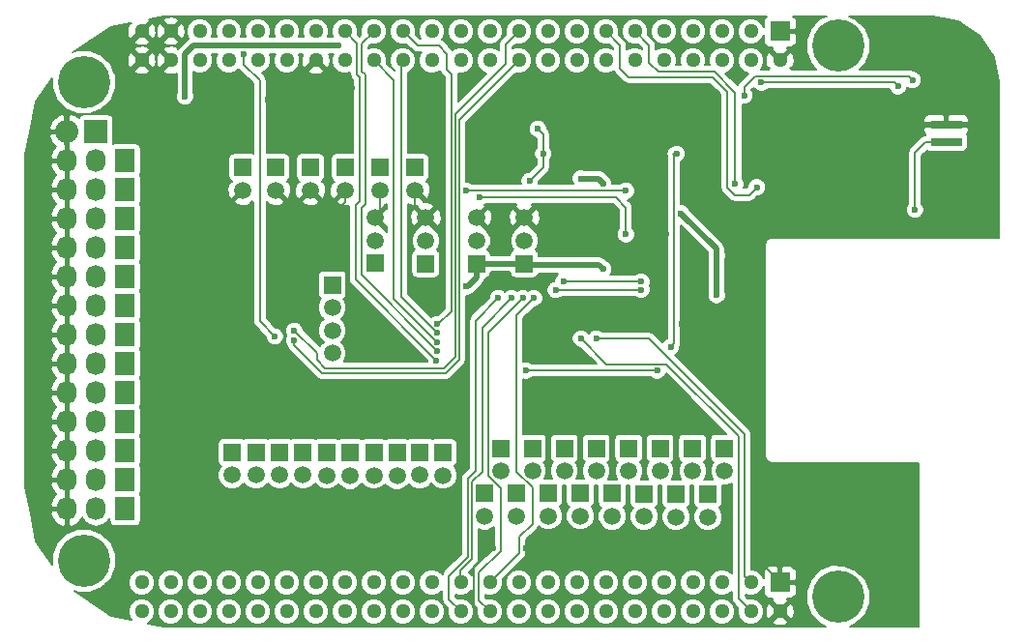
<source format=gbl>
%TF.GenerationSoftware,KiCad,Pcbnew,4.0.1-stable*%
%TF.CreationDate,2016-03-14T18:21:19+01:00*%
%TF.ProjectId,cvra-cape,637672612D636170652E6B696361645F,A*%
%TF.FileFunction,Copper,L2,Bot,Signal*%
%FSLAX46Y46*%
G04 Gerber Fmt 4.6, Leading zero omitted, Abs format (unit mm)*
G04 Created by KiCad (PCBNEW 4.0.1-stable) date 2016 March 14, Monday 18:21:19*
%MOMM*%
G01*
G04 APERTURE LIST*
%ADD10C,0.100000*%
%ADD11R,2.800000X0.700000*%
%ADD12C,1.500000*%
%ADD13R,1.500000X1.500000*%
%ADD14R,1.727200X2.032000*%
%ADD15O,1.727200X2.032000*%
%ADD16C,4.572000*%
%ADD17R,1.651000X1.651000*%
%ADD18C,1.300480*%
%ADD19R,2.032000X2.032000*%
%ADD20O,2.032000X2.032000*%
%ADD21C,0.600000*%
%ADD22C,0.200000*%
%ADD23C,0.500000*%
G04 APERTURE END LIST*
D10*
D11*
X164566000Y-70727000D03*
X164566000Y-69227000D03*
D12*
X127635000Y-77375000D03*
D13*
X127635000Y-81375000D03*
D12*
X127635000Y-79375000D03*
X123444000Y-77375000D03*
D13*
X123444000Y-81375000D03*
D12*
X123444000Y-79375000D03*
X118999000Y-77375000D03*
D13*
X118999000Y-81375000D03*
D12*
X118999000Y-79375000D03*
X114554000Y-77343000D03*
D13*
X114554000Y-81343000D03*
D12*
X114554000Y-79343000D03*
D14*
X92671900Y-72377300D03*
D15*
X90131900Y-72377300D03*
X87591900Y-72377300D03*
D14*
X92671900Y-74917300D03*
D15*
X90131900Y-74917300D03*
X87591900Y-74917300D03*
D14*
X92671900Y-77457300D03*
D15*
X90131900Y-77457300D03*
X87591900Y-77457300D03*
D14*
X92671900Y-79997300D03*
D15*
X90131900Y-79997300D03*
X87591900Y-79997300D03*
D14*
X92671900Y-82537300D03*
D15*
X90131900Y-82537300D03*
X87591900Y-82537300D03*
D14*
X92671900Y-85077300D03*
D15*
X90131900Y-85077300D03*
X87591900Y-85077300D03*
D14*
X92671900Y-87617300D03*
D15*
X90131900Y-87617300D03*
X87591900Y-87617300D03*
D14*
X92671900Y-90157300D03*
D15*
X90131900Y-90157300D03*
X87591900Y-90157300D03*
D14*
X92671900Y-92697300D03*
D15*
X90131900Y-92697300D03*
X87591900Y-92697300D03*
D14*
X92671900Y-95237300D03*
D15*
X90131900Y-95237300D03*
X87591900Y-95237300D03*
D14*
X92671900Y-97777300D03*
D15*
X90131900Y-97777300D03*
X87591900Y-97777300D03*
D14*
X92671900Y-100317300D03*
D15*
X90131900Y-100317300D03*
X87591900Y-100317300D03*
D14*
X92671900Y-102857300D03*
D15*
X90131900Y-102857300D03*
X87591900Y-102857300D03*
D12*
X110807500Y-89233000D03*
X110807500Y-87233000D03*
D13*
X110807500Y-83233000D03*
D12*
X110807500Y-85233000D03*
D16*
X89052400Y-65481200D03*
X155092400Y-62306200D03*
X155092400Y-110566200D03*
X89052400Y-107391200D03*
D17*
X150012400Y-61036200D03*
D18*
X150012400Y-63576200D03*
X147472400Y-61036200D03*
X147472400Y-63576200D03*
X144932400Y-61036200D03*
X144932400Y-63576200D03*
X142392400Y-61036200D03*
X142392400Y-63576200D03*
X139852400Y-61036200D03*
X139852400Y-63576200D03*
X137312400Y-61036200D03*
X137312400Y-63576200D03*
X134772400Y-61036200D03*
X134772400Y-63576200D03*
X132232400Y-61036200D03*
X132232400Y-63576200D03*
X129692400Y-61036200D03*
X129692400Y-63576200D03*
X127152400Y-61036200D03*
X127152400Y-63576200D03*
X124612400Y-61036200D03*
X124612400Y-63576200D03*
X122072400Y-61036200D03*
X122072400Y-63576200D03*
X119532400Y-61036200D03*
X119532400Y-63576200D03*
X116992400Y-61036200D03*
X116992400Y-63576200D03*
X114452400Y-61036200D03*
X114452400Y-63576200D03*
X111912400Y-61036200D03*
X111912400Y-63576200D03*
X109372400Y-61036200D03*
X109372400Y-63576200D03*
X106832400Y-61036200D03*
X106832400Y-63576200D03*
X104292400Y-61036200D03*
X104292400Y-63576200D03*
X101752400Y-61036200D03*
X101752400Y-63576200D03*
X99212400Y-61036200D03*
X99212400Y-63576200D03*
X96672400Y-61036200D03*
X96672400Y-63576200D03*
X94132400Y-61036200D03*
X94132400Y-63576200D03*
D17*
X150012400Y-109296200D03*
D18*
X150012400Y-111836200D03*
X147472400Y-109296200D03*
X147472400Y-111836200D03*
X144932400Y-109296200D03*
X144932400Y-111836200D03*
X142392400Y-109296200D03*
X142392400Y-111836200D03*
X139852400Y-109296200D03*
X139852400Y-111836200D03*
X137312400Y-109296200D03*
X137312400Y-111836200D03*
X134772400Y-109296200D03*
X134772400Y-111836200D03*
X132232400Y-109296200D03*
X132232400Y-111836200D03*
X129692400Y-109296200D03*
X129692400Y-111836200D03*
X127152400Y-109296200D03*
X127152400Y-111836200D03*
X124612400Y-109296200D03*
X124612400Y-111836200D03*
X122072400Y-109296200D03*
X122072400Y-111836200D03*
X119532400Y-109296200D03*
X119532400Y-111836200D03*
X116992400Y-109296200D03*
X116992400Y-111836200D03*
X114452400Y-109296200D03*
X114452400Y-111836200D03*
X111912400Y-109296200D03*
X111912400Y-111836200D03*
X109372400Y-109296200D03*
X109372400Y-111836200D03*
X106832400Y-109296200D03*
X106832400Y-111836200D03*
X104292400Y-109296200D03*
X104292400Y-111836200D03*
X101752400Y-109296200D03*
X101752400Y-111836200D03*
X99212400Y-109296200D03*
X99212400Y-111836200D03*
X96672400Y-109296200D03*
X96672400Y-111836200D03*
X94132400Y-109296200D03*
X94132400Y-111836200D03*
D19*
X90119200Y-69837300D03*
D20*
X87579200Y-69837300D03*
D13*
X124142500Y-101489000D03*
D12*
X124142500Y-103489000D03*
D13*
X125539500Y-97536000D03*
D12*
X125539500Y-99536000D03*
D13*
X126936500Y-101473000D03*
D12*
X126936500Y-103473000D03*
D13*
X128333500Y-97536000D03*
D12*
X128333500Y-99536000D03*
D13*
X129730500Y-101473000D03*
D12*
X129730500Y-103473000D03*
D13*
X131127500Y-97536000D03*
D12*
X131127500Y-99536000D03*
D13*
X132524500Y-101473000D03*
D12*
X132524500Y-103473000D03*
D13*
X133921500Y-97536000D03*
D12*
X133921500Y-99536000D03*
D13*
X135318500Y-101505000D03*
D12*
X135318500Y-103505000D03*
D13*
X136779000Y-97536000D03*
D12*
X136779000Y-99536000D03*
D13*
X138112500Y-101536500D03*
D12*
X138112500Y-103536500D03*
D13*
X139509500Y-97536000D03*
D12*
X139509500Y-99536000D03*
D13*
X140906500Y-101552500D03*
D12*
X140906500Y-103552500D03*
D13*
X142367000Y-97536000D03*
D12*
X142367000Y-99536000D03*
D13*
X143700500Y-101552500D03*
D12*
X143700500Y-103552500D03*
D13*
X145161000Y-97536000D03*
D12*
X145161000Y-99536000D03*
D13*
X102044500Y-97904300D03*
D12*
X102044500Y-99904300D03*
D13*
X104127300Y-97904300D03*
D12*
X104127300Y-99904300D03*
D13*
X106222800Y-97904300D03*
D12*
X106222800Y-99904300D03*
D13*
X108254800Y-97904300D03*
D12*
X108254800Y-99904300D03*
D13*
X110337600Y-97920300D03*
D12*
X110337600Y-99920300D03*
D13*
X112369600Y-97936300D03*
D12*
X112369600Y-99936300D03*
D13*
X114439700Y-97920300D03*
D12*
X114439700Y-99920300D03*
D13*
X116471700Y-97929700D03*
D12*
X116471700Y-99929700D03*
D13*
X118491000Y-97904300D03*
D12*
X118491000Y-99904300D03*
D13*
X120523000Y-97920300D03*
D12*
X120523000Y-99920300D03*
D13*
X114998500Y-72961500D03*
D12*
X114998500Y-74961500D03*
D13*
X111950500Y-72961500D03*
D12*
X111950500Y-74961500D03*
D13*
X118046500Y-72961500D03*
D12*
X118046500Y-74961500D03*
D13*
X105854500Y-72961500D03*
D12*
X105854500Y-74961500D03*
D13*
X108902500Y-72961500D03*
D12*
X108902500Y-74961500D03*
D13*
X102997000Y-72961500D03*
D12*
X102997000Y-74961500D03*
D21*
X161823400Y-76657200D03*
X98412300Y-83489800D03*
X106476800Y-92252800D03*
X135077200Y-68834000D03*
X116014500Y-87232380D03*
X121539000Y-93218000D03*
X146812000Y-91567000D03*
X117602000Y-66992500D03*
X112522000Y-66018510D03*
X108204000Y-66992500D03*
X105156000Y-66992500D03*
X102298500Y-66992500D03*
X105600500Y-82296000D03*
X113284000Y-92265500D03*
X138366500Y-70231000D03*
X141732000Y-89408000D03*
X156019500Y-69342000D03*
X149733000Y-70294500D03*
X141414500Y-86614000D03*
X133667500Y-93662500D03*
X128079500Y-93599000D03*
X130238500Y-92075000D03*
X121412000Y-102997000D03*
X127804020Y-106294338D03*
X123380500Y-68834000D03*
X142875000Y-71310500D03*
X165036500Y-65722500D03*
X165036500Y-74612500D03*
X126809500Y-73025000D03*
X140081000Y-78740000D03*
X141683514Y-106296607D03*
X138890743Y-106295764D03*
X136096743Y-106295764D03*
X133302743Y-106295764D03*
X130508131Y-106293879D03*
X117348000Y-102997000D03*
X113220500Y-102997000D03*
X109093000Y-103060500D03*
X104965500Y-103060500D03*
X103124000Y-101790500D03*
X107251500Y-101727000D03*
X111379000Y-101727000D03*
X115506500Y-101727000D03*
X119634000Y-101663500D03*
X99314000Y-66992504D03*
X111252000Y-66992500D03*
X144478743Y-106295764D03*
X124909594Y-106272655D03*
X122504200Y-83388200D03*
X134518400Y-81864200D03*
X134543800Y-74371200D03*
X132588000Y-73914000D03*
X144460980Y-84137500D03*
X111315500Y-62293500D03*
X97917000Y-66738500D03*
X141351000Y-76962000D03*
X144462500Y-80708500D03*
X107467400Y-88087200D03*
X161607500Y-65278000D03*
X146870590Y-66659886D03*
X148374100Y-65519300D03*
X107467404Y-87249000D03*
X160337500Y-65849500D03*
X128828800Y-69570600D03*
X128079500Y-74146510D03*
X140462000Y-88646000D03*
X127762000Y-90741500D03*
X139255500Y-90741500D03*
X140970000Y-71755000D03*
X129286000Y-71755000D03*
X128460500Y-84391500D03*
X127508000Y-84391500D03*
X126492000Y-84391500D03*
X125349000Y-84391500D03*
X147980299Y-74680631D03*
X146097855Y-74368878D03*
X103060500Y-62993520D03*
X105791000Y-87757000D03*
X123698000Y-75565000D03*
X136525000Y-78803500D03*
X122483577Y-75001423D03*
X136525000Y-74993500D03*
X120022918Y-86669582D03*
X120022486Y-87447859D03*
X120015000Y-89026992D03*
X120022923Y-88257077D03*
X119907958Y-89852500D03*
X133921500Y-87947500D03*
X132588000Y-87934800D03*
X130365490Y-83693000D03*
X137858500Y-83693002D03*
X131038600Y-82931000D03*
X137858500Y-82942987D03*
D22*
X161823400Y-76657200D02*
X161823400Y-71678800D01*
X161823400Y-71678800D02*
X162775200Y-70727000D01*
X162775200Y-70727000D02*
X164566000Y-70727000D01*
X164566000Y-70727000D02*
X163516000Y-70727000D01*
X148145500Y-92773500D02*
X148145500Y-107427249D01*
X148145500Y-107427249D02*
X150018063Y-109299812D01*
X121539000Y-93218000D02*
X120586500Y-92265500D01*
X120586500Y-92265500D02*
X113284000Y-92265500D01*
X128460500Y-106934000D02*
X127820838Y-106294338D01*
X127820838Y-106294338D02*
X127804020Y-106294338D01*
X118046500Y-74961500D02*
X118046500Y-76422500D01*
X118046500Y-76422500D02*
X118999000Y-77375000D01*
X114998500Y-74961500D02*
X114998500Y-76898500D01*
X114998500Y-76898500D02*
X114554000Y-77343000D01*
X111950500Y-74961500D02*
X111950500Y-76022160D01*
X111950500Y-76022160D02*
X111518660Y-76454000D01*
X164566000Y-69227000D02*
X165616000Y-69227000D01*
X123825000Y-112966500D02*
X127889000Y-112966500D01*
X123190000Y-112331500D02*
X123825000Y-112966500D01*
X127889000Y-112966500D02*
X128460500Y-112395000D01*
X128460500Y-112395000D02*
X128460500Y-106934000D01*
X124909594Y-106272655D02*
X123190000Y-107992249D01*
X123190000Y-107992249D02*
X123190000Y-112331500D01*
D23*
X123444000Y-82625000D02*
X122680800Y-83388200D01*
X123444000Y-81375000D02*
X123444000Y-82625000D01*
X122680800Y-83388200D02*
X122504200Y-83388200D01*
X127635000Y-81375000D02*
X123444000Y-81375000D01*
X134518400Y-81864200D02*
X134162800Y-81508600D01*
X134162800Y-81508600D02*
X127762000Y-81508600D01*
X127762000Y-81508600D02*
X127660400Y-81407000D01*
X128161800Y-81375000D02*
X127635000Y-81375000D01*
X134543800Y-74371200D02*
X134086600Y-73914000D01*
X134086600Y-73914000D02*
X132588000Y-73914000D01*
X144462500Y-84135980D02*
X144460980Y-84137500D01*
X144462500Y-80708500D02*
X144462500Y-84135980D01*
X144462500Y-80708500D02*
X144462500Y-80073500D01*
X144462500Y-80073500D02*
X141351000Y-76962000D01*
X97917000Y-66738500D02*
X97917000Y-63042800D01*
X98666300Y-62293500D02*
X111315500Y-62293500D01*
X97917000Y-63042800D02*
X98666300Y-62293500D01*
D22*
X146870590Y-65929406D02*
X146870590Y-66235622D01*
X147830698Y-64969298D02*
X146870590Y-65929406D01*
X161607500Y-65278000D02*
X161298798Y-64969298D01*
X146870590Y-66235622D02*
X146870590Y-66659886D01*
X161298798Y-64969298D02*
X147830698Y-64969298D01*
X120726200Y-90982800D02*
X109938736Y-90982800D01*
X127158063Y-63579812D02*
X121921522Y-68816353D01*
X121921522Y-68816353D02*
X121921522Y-89787478D01*
X107467400Y-88511464D02*
X107467400Y-88087200D01*
X121921522Y-89787478D02*
X120726200Y-90982800D01*
X109938736Y-90982800D02*
X107467400Y-88511464D01*
X148798364Y-65519300D02*
X148374100Y-65519300D01*
X160007300Y-65519300D02*
X148798364Y-65519300D01*
X160337500Y-65849500D02*
X160007300Y-65519300D01*
X127158063Y-61039812D02*
X125984000Y-62213875D01*
X125984000Y-62213875D02*
X125984000Y-63881000D01*
X125984000Y-63881000D02*
X121571511Y-68293489D01*
X121571511Y-68293489D02*
X121571511Y-89502489D01*
X121571511Y-89502489D02*
X120553201Y-90520799D01*
X120553201Y-90520799D02*
X110180399Y-90520799D01*
X110180399Y-90520799D02*
X109448600Y-89789000D01*
X109448600Y-89789000D02*
X109448600Y-89230196D01*
X109448600Y-89230196D02*
X107467404Y-87249000D01*
X129286000Y-71755000D02*
X129286000Y-70027800D01*
X129286000Y-70027800D02*
X128828800Y-69570600D01*
X128079500Y-74146510D02*
X129286000Y-72940010D01*
X129286000Y-72940010D02*
X129286000Y-71755000D01*
X140652500Y-71755000D02*
X140970000Y-71755000D01*
X140462000Y-88646000D02*
X140761999Y-88346001D01*
X140761999Y-88346001D02*
X140761999Y-71864499D01*
X140761999Y-71864499D02*
X140652500Y-71755000D01*
X139255500Y-90741500D02*
X127762000Y-90741500D01*
X128460500Y-84391500D02*
X126936500Y-85915500D01*
X126936500Y-85915500D02*
X126936500Y-99568000D01*
X128333500Y-100965000D02*
X128333500Y-104140000D01*
X126936500Y-99568000D02*
X128333500Y-100965000D01*
X128333500Y-104140000D02*
X127190500Y-105283000D01*
X127190500Y-105283000D02*
X127190500Y-106727375D01*
X127190500Y-106727375D02*
X124618063Y-109299812D01*
X124460000Y-87439500D02*
X124460000Y-99949000D01*
X124460000Y-99949000D02*
X125539500Y-101028500D01*
X127508000Y-84391500D02*
X124460000Y-87439500D01*
X125539500Y-101028500D02*
X125539500Y-106549282D01*
X125539500Y-106549282D02*
X123634500Y-108454282D01*
X123634500Y-108454282D02*
X123634500Y-110856249D01*
X123634500Y-110856249D02*
X124618063Y-111839812D01*
X123921011Y-86962489D02*
X123921011Y-99598989D01*
X123063000Y-107251500D02*
X122047000Y-108267500D01*
X123921011Y-99598989D02*
X123063000Y-100457000D01*
X123063000Y-100457000D02*
X123063000Y-107251500D01*
X122047000Y-108267500D02*
X122047000Y-109268749D01*
X122047000Y-109268749D02*
X122078063Y-109299812D01*
X126492000Y-84391500D02*
X123921011Y-86962489D01*
X122078063Y-111839812D02*
X121031000Y-110792749D01*
X121031000Y-108712000D02*
X122682000Y-107061000D01*
X122682000Y-107061000D02*
X122682000Y-100203000D01*
X121031000Y-110792749D02*
X121031000Y-108712000D01*
X122682000Y-100203000D02*
X123380500Y-99504500D01*
X123380500Y-99504500D02*
X123380500Y-86360000D01*
X123380500Y-86360000D02*
X125349000Y-84391500D01*
X147980299Y-74680631D02*
X147303931Y-75356999D01*
X147303931Y-75356999D02*
X146032499Y-75356999D01*
X146032499Y-75356999D02*
X145415000Y-74739500D01*
X136017000Y-62278749D02*
X134778063Y-61039812D01*
X145415000Y-74739500D02*
X145415000Y-66294000D01*
X136779000Y-65024000D02*
X136017000Y-64262000D01*
X145415000Y-66294000D02*
X144145000Y-65024000D01*
X144145000Y-65024000D02*
X136779000Y-65024000D01*
X136017000Y-64262000D02*
X136017000Y-62278749D01*
X144296506Y-64579500D02*
X146097855Y-66380849D01*
X139382500Y-64579500D02*
X144296506Y-64579500D01*
X137318063Y-61039812D02*
X138557000Y-62278749D01*
X146097855Y-66380849D02*
X146097855Y-74368878D01*
X138557000Y-63754000D02*
X139382500Y-64579500D01*
X138557000Y-62278749D02*
X138557000Y-63754000D01*
X103060500Y-63944500D02*
X103060500Y-62993520D01*
X104457500Y-86423500D02*
X104457500Y-65341500D01*
X104457500Y-65341500D02*
X103060500Y-63944500D01*
X105791000Y-87757000D02*
X104457500Y-86423500D01*
X136525000Y-76454000D02*
X135636000Y-75565000D01*
X135636000Y-75565000D02*
X123698000Y-75565000D01*
X136525000Y-78803500D02*
X136525000Y-76454000D01*
X136092813Y-75001423D02*
X122483577Y-75001423D01*
X136100736Y-74993500D02*
X136092813Y-75001423D01*
X136525000Y-74993500D02*
X136100736Y-74993500D01*
X120022918Y-86669582D02*
X120086418Y-86669582D01*
X120853200Y-64414400D02*
X120853200Y-63004700D01*
X118251751Y-62293500D02*
X116998063Y-61039812D01*
X120086418Y-86669582D02*
X121221500Y-85534500D01*
X120853200Y-63004700D02*
X120142000Y-62293500D01*
X121221500Y-85534500D02*
X121221500Y-64782700D01*
X121221500Y-64782700D02*
X120853200Y-64414400D01*
X120142000Y-62293500D02*
X118251751Y-62293500D01*
X116998063Y-63579812D02*
X116840000Y-63737875D01*
X116840000Y-63737875D02*
X116840000Y-84265373D01*
X116840000Y-84265373D02*
X120022486Y-87447859D01*
X113728500Y-76136500D02*
X113347500Y-76517500D01*
X113728500Y-64833500D02*
X113728500Y-76136500D01*
X113347500Y-76517500D02*
X113347500Y-82359492D01*
X113411000Y-64516000D02*
X113728500Y-64833500D01*
X113411000Y-62103000D02*
X113411000Y-64516000D01*
X114458063Y-61039812D02*
X114458063Y-61055937D01*
X114458063Y-61055937D02*
X113411000Y-62103000D01*
X113347500Y-82359492D02*
X120015000Y-89026992D01*
X114458063Y-63579812D02*
X116205000Y-65326749D01*
X116205000Y-65326749D02*
X116205000Y-84439154D01*
X116205000Y-84439154D02*
X120022923Y-88257077D01*
X112966500Y-64833500D02*
X113220500Y-65087500D01*
X111918063Y-61039812D02*
X112966500Y-62088249D01*
X112839500Y-76263500D02*
X112839500Y-82784042D01*
X112966500Y-62088249D02*
X112966500Y-64833500D01*
X113220500Y-65087500D02*
X113220500Y-75882500D01*
X113220500Y-75882500D02*
X112839500Y-76263500D01*
X112839500Y-82784042D02*
X119907958Y-89852500D01*
X133921500Y-87947500D02*
X138557000Y-87947500D01*
X138557000Y-87947500D02*
X146939000Y-96329500D01*
X146939000Y-96329500D02*
X146939000Y-108775500D01*
X146939000Y-108775500D02*
X147463312Y-109299812D01*
X147463312Y-109299812D02*
X147478063Y-109299812D01*
X134823200Y-90170000D02*
X132588000Y-87934800D01*
X140081000Y-90170000D02*
X134823200Y-90170000D01*
X146367500Y-96456500D02*
X140081000Y-90170000D01*
X146367500Y-110729249D02*
X146367500Y-96456500D01*
X147478063Y-111839812D02*
X146367500Y-110729249D01*
X137858500Y-83693002D02*
X130365492Y-83693002D01*
X130365492Y-83693002D02*
X130365490Y-83693000D01*
X137858500Y-82942987D02*
X131050587Y-82942987D01*
X131050587Y-82942987D02*
X131038600Y-82931000D01*
G36*
X148842495Y-59695263D02*
X148671462Y-59866296D01*
X148578900Y-60089762D01*
X148578900Y-60702064D01*
X148448095Y-60385492D01*
X148124810Y-60061642D01*
X147702201Y-59886160D01*
X147244607Y-59885760D01*
X146821692Y-60060505D01*
X146497842Y-60383790D01*
X146322360Y-60806399D01*
X146321960Y-61263993D01*
X146496705Y-61686908D01*
X146819990Y-62010758D01*
X147242599Y-62186240D01*
X147700193Y-62186640D01*
X148123108Y-62011895D01*
X148446958Y-61688610D01*
X148578900Y-61370857D01*
X148578900Y-61982638D01*
X148671462Y-62206104D01*
X148842495Y-62377137D01*
X149065961Y-62469700D01*
X149384495Y-62469700D01*
X149329084Y-62675095D01*
X150012400Y-63358411D01*
X150695716Y-62675095D01*
X150640305Y-62469700D01*
X150958839Y-62469700D01*
X151182305Y-62377137D01*
X151353338Y-62206104D01*
X151445900Y-61982638D01*
X151445900Y-61342200D01*
X151293900Y-61190200D01*
X150166400Y-61190200D01*
X150166400Y-61210200D01*
X149858400Y-61210200D01*
X149858400Y-61190200D01*
X149838400Y-61190200D01*
X149838400Y-60882200D01*
X149858400Y-60882200D01*
X149858400Y-60862200D01*
X150166400Y-60862200D01*
X150166400Y-60882200D01*
X151293900Y-60882200D01*
X151445900Y-60730200D01*
X151445900Y-60089762D01*
X151353338Y-59866296D01*
X151182305Y-59695263D01*
X151178049Y-59693500D01*
X154120075Y-59693500D01*
X153516319Y-59942967D01*
X152731921Y-60725997D01*
X152306885Y-61749599D01*
X152305917Y-62857938D01*
X152729167Y-63882281D01*
X153215335Y-64369298D01*
X151023290Y-64369298D01*
X150913507Y-64259515D01*
X151133294Y-64200222D01*
X151286774Y-63723774D01*
X151246242Y-63224858D01*
X151133294Y-62952178D01*
X150913505Y-62892884D01*
X150230189Y-63576200D01*
X150244331Y-63590342D01*
X150026542Y-63808131D01*
X150012400Y-63793989D01*
X149998258Y-63808131D01*
X149780469Y-63590342D01*
X149794611Y-63576200D01*
X149111295Y-62892884D01*
X148891506Y-62952178D01*
X148738026Y-63428626D01*
X148778558Y-63927542D01*
X148891506Y-64200222D01*
X149111293Y-64259515D01*
X149001510Y-64369298D01*
X148306024Y-64369298D01*
X148446958Y-64228610D01*
X148622440Y-63806001D01*
X148622840Y-63348407D01*
X148448095Y-62925492D01*
X148124810Y-62601642D01*
X147702201Y-62426160D01*
X147244607Y-62425760D01*
X146821692Y-62600505D01*
X146497842Y-62923790D01*
X146322360Y-63346399D01*
X146321960Y-63803993D01*
X146496705Y-64226908D01*
X146819990Y-64550758D01*
X147230325Y-64721143D01*
X146446326Y-65505142D01*
X146316262Y-65699796D01*
X146307812Y-65742278D01*
X145253585Y-64688051D01*
X145583108Y-64551895D01*
X145906958Y-64228610D01*
X146082440Y-63806001D01*
X146082840Y-63348407D01*
X145908095Y-62925492D01*
X145584810Y-62601642D01*
X145162201Y-62426160D01*
X144704607Y-62425760D01*
X144281692Y-62600505D01*
X143957842Y-62923790D01*
X143782360Y-63346399D01*
X143781960Y-63803993D01*
X143854478Y-63979500D01*
X143470397Y-63979500D01*
X143542440Y-63806001D01*
X143542840Y-63348407D01*
X143368095Y-62925492D01*
X143044810Y-62601642D01*
X142622201Y-62426160D01*
X142164607Y-62425760D01*
X141741692Y-62600505D01*
X141417842Y-62923790D01*
X141242360Y-63346399D01*
X141241960Y-63803993D01*
X141314478Y-63979500D01*
X140930397Y-63979500D01*
X141002440Y-63806001D01*
X141002840Y-63348407D01*
X140828095Y-62925492D01*
X140504810Y-62601642D01*
X140082201Y-62426160D01*
X139624607Y-62425760D01*
X139201692Y-62600505D01*
X139157000Y-62645119D01*
X139157000Y-62278749D01*
X139111328Y-62049139D01*
X138981264Y-61854485D01*
X138442002Y-61315223D01*
X138462440Y-61266001D01*
X138462441Y-61263993D01*
X138701960Y-61263993D01*
X138876705Y-61686908D01*
X139199990Y-62010758D01*
X139622599Y-62186240D01*
X140080193Y-62186640D01*
X140503108Y-62011895D01*
X140826958Y-61688610D01*
X141002440Y-61266001D01*
X141002441Y-61263993D01*
X141241960Y-61263993D01*
X141416705Y-61686908D01*
X141739990Y-62010758D01*
X142162599Y-62186240D01*
X142620193Y-62186640D01*
X143043108Y-62011895D01*
X143366958Y-61688610D01*
X143542440Y-61266001D01*
X143542441Y-61263993D01*
X143781960Y-61263993D01*
X143956705Y-61686908D01*
X144279990Y-62010758D01*
X144702599Y-62186240D01*
X145160193Y-62186640D01*
X145583108Y-62011895D01*
X145906958Y-61688610D01*
X146082440Y-61266001D01*
X146082840Y-60808407D01*
X145908095Y-60385492D01*
X145584810Y-60061642D01*
X145162201Y-59886160D01*
X144704607Y-59885760D01*
X144281692Y-60060505D01*
X143957842Y-60383790D01*
X143782360Y-60806399D01*
X143781960Y-61263993D01*
X143542441Y-61263993D01*
X143542840Y-60808407D01*
X143368095Y-60385492D01*
X143044810Y-60061642D01*
X142622201Y-59886160D01*
X142164607Y-59885760D01*
X141741692Y-60060505D01*
X141417842Y-60383790D01*
X141242360Y-60806399D01*
X141241960Y-61263993D01*
X141002441Y-61263993D01*
X141002840Y-60808407D01*
X140828095Y-60385492D01*
X140504810Y-60061642D01*
X140082201Y-59886160D01*
X139624607Y-59885760D01*
X139201692Y-60060505D01*
X138877842Y-60383790D01*
X138702360Y-60806399D01*
X138701960Y-61263993D01*
X138462441Y-61263993D01*
X138462840Y-60808407D01*
X138288095Y-60385492D01*
X137964810Y-60061642D01*
X137542201Y-59886160D01*
X137084607Y-59885760D01*
X136661692Y-60060505D01*
X136337842Y-60383790D01*
X136162360Y-60806399D01*
X136161960Y-61263993D01*
X136336705Y-61686908D01*
X136659990Y-62010758D01*
X137082599Y-62186240D01*
X137540193Y-62186640D01*
X137594092Y-62164369D01*
X137957000Y-62527277D01*
X137957000Y-62598399D01*
X137542201Y-62426160D01*
X137084607Y-62425760D01*
X136661692Y-62600505D01*
X136617000Y-62645119D01*
X136617000Y-62278749D01*
X136571328Y-62049139D01*
X136441264Y-61854485D01*
X135902002Y-61315223D01*
X135922440Y-61266001D01*
X135922840Y-60808407D01*
X135748095Y-60385492D01*
X135424810Y-60061642D01*
X135002201Y-59886160D01*
X134544607Y-59885760D01*
X134121692Y-60060505D01*
X133797842Y-60383790D01*
X133622360Y-60806399D01*
X133621960Y-61263993D01*
X133796705Y-61686908D01*
X134119990Y-62010758D01*
X134542599Y-62186240D01*
X135000193Y-62186640D01*
X135054092Y-62164369D01*
X135417000Y-62527277D01*
X135417000Y-62598399D01*
X135002201Y-62426160D01*
X134544607Y-62425760D01*
X134121692Y-62600505D01*
X133797842Y-62923790D01*
X133622360Y-63346399D01*
X133621960Y-63803993D01*
X133796705Y-64226908D01*
X134119990Y-64550758D01*
X134542599Y-64726240D01*
X135000193Y-64726640D01*
X135423108Y-64551895D01*
X135471005Y-64504081D01*
X135592736Y-64686264D01*
X136354736Y-65448264D01*
X136549390Y-65578328D01*
X136779000Y-65624000D01*
X143896472Y-65624000D01*
X144815000Y-66542528D01*
X144815000Y-74739500D01*
X144860672Y-74969110D01*
X144990736Y-75163764D01*
X145608235Y-75781263D01*
X145802888Y-75911327D01*
X146032499Y-75956999D01*
X147303931Y-75956999D01*
X147533541Y-75911327D01*
X147728195Y-75781263D01*
X148028784Y-75480674D01*
X148138731Y-75480770D01*
X148432871Y-75359234D01*
X148658111Y-75134386D01*
X148780160Y-74840459D01*
X148780438Y-74522199D01*
X148658902Y-74228059D01*
X148434054Y-74002819D01*
X148140127Y-73880770D01*
X147821867Y-73880492D01*
X147527727Y-74002028D01*
X147302487Y-74226876D01*
X147180438Y-74520803D01*
X147180341Y-74632061D01*
X147055403Y-74756999D01*
X146802921Y-74756999D01*
X146897716Y-74528706D01*
X146897994Y-74210446D01*
X146776458Y-73916306D01*
X146697855Y-73837566D01*
X146697855Y-68756062D01*
X162558000Y-68756062D01*
X162558000Y-68921000D01*
X162710000Y-69073000D01*
X164412000Y-69073000D01*
X164412000Y-68421000D01*
X164720000Y-68421000D01*
X164720000Y-69073000D01*
X166422000Y-69073000D01*
X166574000Y-68921000D01*
X166574000Y-68756062D01*
X166481438Y-68532596D01*
X166310405Y-68361563D01*
X166086939Y-68269000D01*
X164872000Y-68269000D01*
X164720000Y-68421000D01*
X164412000Y-68421000D01*
X164260000Y-68269000D01*
X163045061Y-68269000D01*
X162821595Y-68361563D01*
X162650562Y-68532596D01*
X162558000Y-68756062D01*
X146697855Y-68756062D01*
X146697855Y-67454388D01*
X146710762Y-67459747D01*
X147029022Y-67460025D01*
X147323162Y-67338489D01*
X147548402Y-67113641D01*
X147670451Y-66819714D01*
X147670729Y-66501454D01*
X147549193Y-66207314D01*
X147495249Y-66153275D01*
X147689987Y-65958537D01*
X147695497Y-65971872D01*
X147920345Y-66197112D01*
X148214272Y-66319161D01*
X148532532Y-66319439D01*
X148826672Y-66197903D01*
X148905412Y-66119300D01*
X159583377Y-66119300D01*
X159658897Y-66302072D01*
X159883745Y-66527312D01*
X160177672Y-66649361D01*
X160495932Y-66649639D01*
X160790072Y-66528103D01*
X161015312Y-66303255D01*
X161137361Y-66009328D01*
X161137422Y-65939461D01*
X161153745Y-65955812D01*
X161447672Y-66077861D01*
X161765932Y-66078139D01*
X162060072Y-65956603D01*
X162285312Y-65731755D01*
X162407361Y-65437828D01*
X162407639Y-65119568D01*
X162286103Y-64825428D01*
X162061255Y-64600188D01*
X161767328Y-64478139D01*
X161622758Y-64478013D01*
X161528408Y-64414970D01*
X161298798Y-64369298D01*
X156969140Y-64369298D01*
X157452879Y-63886403D01*
X157877915Y-62862801D01*
X157878883Y-61754462D01*
X157455633Y-60730119D01*
X156672603Y-59945721D01*
X156065186Y-59693500D01*
X163328865Y-59693500D01*
X165591185Y-60143502D01*
X167461076Y-61392924D01*
X168710496Y-63262813D01*
X169160500Y-65525135D01*
X169160500Y-79117500D01*
X149288500Y-79117500D01*
X149068457Y-79161269D01*
X148881914Y-79285914D01*
X148757269Y-79472457D01*
X148713500Y-79692500D01*
X148713500Y-98234500D01*
X148757269Y-98454543D01*
X148881914Y-98641086D01*
X149068457Y-98765731D01*
X149288500Y-98809500D01*
X162175500Y-98809500D01*
X162175500Y-113153500D01*
X156126198Y-113153500D01*
X156668481Y-112929433D01*
X157452879Y-112146403D01*
X157877915Y-111122801D01*
X157878883Y-110014462D01*
X157455633Y-108990119D01*
X156672603Y-108205721D01*
X155649001Y-107780685D01*
X154540662Y-107779717D01*
X153516319Y-108202967D01*
X152731921Y-108985997D01*
X152306885Y-110009599D01*
X152305917Y-111117938D01*
X152729167Y-112142281D01*
X153512197Y-112926679D01*
X154058444Y-113153500D01*
X96132130Y-113153500D01*
X94663410Y-112861353D01*
X94783108Y-112811895D01*
X95106958Y-112488610D01*
X95282440Y-112066001D01*
X95282441Y-112063993D01*
X95521960Y-112063993D01*
X95696705Y-112486908D01*
X96019990Y-112810758D01*
X96442599Y-112986240D01*
X96900193Y-112986640D01*
X97323108Y-112811895D01*
X97646958Y-112488610D01*
X97822440Y-112066001D01*
X97822441Y-112063993D01*
X98061960Y-112063993D01*
X98236705Y-112486908D01*
X98559990Y-112810758D01*
X98982599Y-112986240D01*
X99440193Y-112986640D01*
X99863108Y-112811895D01*
X100186958Y-112488610D01*
X100362440Y-112066001D01*
X100362441Y-112063993D01*
X100601960Y-112063993D01*
X100776705Y-112486908D01*
X101099990Y-112810758D01*
X101522599Y-112986240D01*
X101980193Y-112986640D01*
X102403108Y-112811895D01*
X102726958Y-112488610D01*
X102902440Y-112066001D01*
X102902441Y-112063993D01*
X103141960Y-112063993D01*
X103316705Y-112486908D01*
X103639990Y-112810758D01*
X104062599Y-112986240D01*
X104520193Y-112986640D01*
X104943108Y-112811895D01*
X105266958Y-112488610D01*
X105442440Y-112066001D01*
X105442441Y-112063993D01*
X105681960Y-112063993D01*
X105856705Y-112486908D01*
X106179990Y-112810758D01*
X106602599Y-112986240D01*
X107060193Y-112986640D01*
X107483108Y-112811895D01*
X107806958Y-112488610D01*
X107982440Y-112066001D01*
X107982441Y-112063993D01*
X108221960Y-112063993D01*
X108396705Y-112486908D01*
X108719990Y-112810758D01*
X109142599Y-112986240D01*
X109600193Y-112986640D01*
X110023108Y-112811895D01*
X110346958Y-112488610D01*
X110522440Y-112066001D01*
X110522441Y-112063993D01*
X110761960Y-112063993D01*
X110936705Y-112486908D01*
X111259990Y-112810758D01*
X111682599Y-112986240D01*
X112140193Y-112986640D01*
X112563108Y-112811895D01*
X112886958Y-112488610D01*
X113062440Y-112066001D01*
X113062441Y-112063993D01*
X113301960Y-112063993D01*
X113476705Y-112486908D01*
X113799990Y-112810758D01*
X114222599Y-112986240D01*
X114680193Y-112986640D01*
X115103108Y-112811895D01*
X115426958Y-112488610D01*
X115602440Y-112066001D01*
X115602441Y-112063993D01*
X115841960Y-112063993D01*
X116016705Y-112486908D01*
X116339990Y-112810758D01*
X116762599Y-112986240D01*
X117220193Y-112986640D01*
X117643108Y-112811895D01*
X117966958Y-112488610D01*
X118142440Y-112066001D01*
X118142441Y-112063993D01*
X118381960Y-112063993D01*
X118556705Y-112486908D01*
X118879990Y-112810758D01*
X119302599Y-112986240D01*
X119760193Y-112986640D01*
X120183108Y-112811895D01*
X120506958Y-112488610D01*
X120682440Y-112066001D01*
X120682840Y-111608407D01*
X120508095Y-111185492D01*
X120184810Y-110861642D01*
X119762201Y-110686160D01*
X119304607Y-110685760D01*
X118881692Y-110860505D01*
X118557842Y-111183790D01*
X118382360Y-111606399D01*
X118381960Y-112063993D01*
X118142441Y-112063993D01*
X118142840Y-111608407D01*
X117968095Y-111185492D01*
X117644810Y-110861642D01*
X117222201Y-110686160D01*
X116764607Y-110685760D01*
X116341692Y-110860505D01*
X116017842Y-111183790D01*
X115842360Y-111606399D01*
X115841960Y-112063993D01*
X115602441Y-112063993D01*
X115602840Y-111608407D01*
X115428095Y-111185492D01*
X115104810Y-110861642D01*
X114682201Y-110686160D01*
X114224607Y-110685760D01*
X113801692Y-110860505D01*
X113477842Y-111183790D01*
X113302360Y-111606399D01*
X113301960Y-112063993D01*
X113062441Y-112063993D01*
X113062840Y-111608407D01*
X112888095Y-111185492D01*
X112564810Y-110861642D01*
X112142201Y-110686160D01*
X111684607Y-110685760D01*
X111261692Y-110860505D01*
X110937842Y-111183790D01*
X110762360Y-111606399D01*
X110761960Y-112063993D01*
X110522441Y-112063993D01*
X110522840Y-111608407D01*
X110348095Y-111185492D01*
X110024810Y-110861642D01*
X109602201Y-110686160D01*
X109144607Y-110685760D01*
X108721692Y-110860505D01*
X108397842Y-111183790D01*
X108222360Y-111606399D01*
X108221960Y-112063993D01*
X107982441Y-112063993D01*
X107982840Y-111608407D01*
X107808095Y-111185492D01*
X107484810Y-110861642D01*
X107062201Y-110686160D01*
X106604607Y-110685760D01*
X106181692Y-110860505D01*
X105857842Y-111183790D01*
X105682360Y-111606399D01*
X105681960Y-112063993D01*
X105442441Y-112063993D01*
X105442840Y-111608407D01*
X105268095Y-111185492D01*
X104944810Y-110861642D01*
X104522201Y-110686160D01*
X104064607Y-110685760D01*
X103641692Y-110860505D01*
X103317842Y-111183790D01*
X103142360Y-111606399D01*
X103141960Y-112063993D01*
X102902441Y-112063993D01*
X102902840Y-111608407D01*
X102728095Y-111185492D01*
X102404810Y-110861642D01*
X101982201Y-110686160D01*
X101524607Y-110685760D01*
X101101692Y-110860505D01*
X100777842Y-111183790D01*
X100602360Y-111606399D01*
X100601960Y-112063993D01*
X100362441Y-112063993D01*
X100362840Y-111608407D01*
X100188095Y-111185492D01*
X99864810Y-110861642D01*
X99442201Y-110686160D01*
X98984607Y-110685760D01*
X98561692Y-110860505D01*
X98237842Y-111183790D01*
X98062360Y-111606399D01*
X98061960Y-112063993D01*
X97822441Y-112063993D01*
X97822840Y-111608407D01*
X97648095Y-111185492D01*
X97324810Y-110861642D01*
X96902201Y-110686160D01*
X96444607Y-110685760D01*
X96021692Y-110860505D01*
X95697842Y-111183790D01*
X95522360Y-111606399D01*
X95521960Y-112063993D01*
X95282441Y-112063993D01*
X95282840Y-111608407D01*
X95108095Y-111185492D01*
X94784810Y-110861642D01*
X94362201Y-110686160D01*
X93904607Y-110685760D01*
X93481692Y-110860505D01*
X93157842Y-111183790D01*
X92982360Y-111606399D01*
X92981960Y-112063993D01*
X93156705Y-112486908D01*
X93249803Y-112580169D01*
X91439773Y-112220131D01*
X88194089Y-110051434D01*
X88495799Y-110176715D01*
X89604138Y-110177683D01*
X90628481Y-109754433D01*
X90859323Y-109523993D01*
X92981960Y-109523993D01*
X93156705Y-109946908D01*
X93479990Y-110270758D01*
X93902599Y-110446240D01*
X94360193Y-110446640D01*
X94783108Y-110271895D01*
X95106958Y-109948610D01*
X95282440Y-109526001D01*
X95282441Y-109523993D01*
X95521960Y-109523993D01*
X95696705Y-109946908D01*
X96019990Y-110270758D01*
X96442599Y-110446240D01*
X96900193Y-110446640D01*
X97323108Y-110271895D01*
X97646958Y-109948610D01*
X97822440Y-109526001D01*
X97822441Y-109523993D01*
X98061960Y-109523993D01*
X98236705Y-109946908D01*
X98559990Y-110270758D01*
X98982599Y-110446240D01*
X99440193Y-110446640D01*
X99863108Y-110271895D01*
X100186958Y-109948610D01*
X100362440Y-109526001D01*
X100362441Y-109523993D01*
X100601960Y-109523993D01*
X100776705Y-109946908D01*
X101099990Y-110270758D01*
X101522599Y-110446240D01*
X101980193Y-110446640D01*
X102403108Y-110271895D01*
X102726958Y-109948610D01*
X102902440Y-109526001D01*
X102902441Y-109523993D01*
X103141960Y-109523993D01*
X103316705Y-109946908D01*
X103639990Y-110270758D01*
X104062599Y-110446240D01*
X104520193Y-110446640D01*
X104943108Y-110271895D01*
X105266958Y-109948610D01*
X105442440Y-109526001D01*
X105442441Y-109523993D01*
X105681960Y-109523993D01*
X105856705Y-109946908D01*
X106179990Y-110270758D01*
X106602599Y-110446240D01*
X107060193Y-110446640D01*
X107483108Y-110271895D01*
X107806958Y-109948610D01*
X107982440Y-109526001D01*
X107982441Y-109523993D01*
X108221960Y-109523993D01*
X108396705Y-109946908D01*
X108719990Y-110270758D01*
X109142599Y-110446240D01*
X109600193Y-110446640D01*
X110023108Y-110271895D01*
X110346958Y-109948610D01*
X110522440Y-109526001D01*
X110522441Y-109523993D01*
X110761960Y-109523993D01*
X110936705Y-109946908D01*
X111259990Y-110270758D01*
X111682599Y-110446240D01*
X112140193Y-110446640D01*
X112563108Y-110271895D01*
X112886958Y-109948610D01*
X113062440Y-109526001D01*
X113062441Y-109523993D01*
X113301960Y-109523993D01*
X113476705Y-109946908D01*
X113799990Y-110270758D01*
X114222599Y-110446240D01*
X114680193Y-110446640D01*
X115103108Y-110271895D01*
X115426958Y-109948610D01*
X115602440Y-109526001D01*
X115602441Y-109523993D01*
X115841960Y-109523993D01*
X116016705Y-109946908D01*
X116339990Y-110270758D01*
X116762599Y-110446240D01*
X117220193Y-110446640D01*
X117643108Y-110271895D01*
X117966958Y-109948610D01*
X118142440Y-109526001D01*
X118142441Y-109523993D01*
X118381960Y-109523993D01*
X118556705Y-109946908D01*
X118879990Y-110270758D01*
X119302599Y-110446240D01*
X119760193Y-110446640D01*
X120183108Y-110271895D01*
X120431000Y-110024435D01*
X120431000Y-110792749D01*
X120476672Y-111022359D01*
X120606736Y-111217013D01*
X120944002Y-111554279D01*
X120922360Y-111606399D01*
X120921960Y-112063993D01*
X121096705Y-112486908D01*
X121419990Y-112810758D01*
X121842599Y-112986240D01*
X122300193Y-112986640D01*
X122723108Y-112811895D01*
X123046958Y-112488610D01*
X123222440Y-112066001D01*
X123222840Y-111608407D01*
X123048095Y-111185492D01*
X122724810Y-110861642D01*
X122302201Y-110686160D01*
X121844607Y-110685760D01*
X121793610Y-110706831D01*
X121631000Y-110544221D01*
X121631000Y-110358377D01*
X121842599Y-110446240D01*
X122300193Y-110446640D01*
X122723108Y-110271895D01*
X123034500Y-109961046D01*
X123034500Y-110856249D01*
X123080172Y-111085859D01*
X123210236Y-111280513D01*
X123484002Y-111554279D01*
X123462360Y-111606399D01*
X123461960Y-112063993D01*
X123636705Y-112486908D01*
X123959990Y-112810758D01*
X124382599Y-112986240D01*
X124840193Y-112986640D01*
X125263108Y-112811895D01*
X125586958Y-112488610D01*
X125762440Y-112066001D01*
X125762441Y-112063993D01*
X126001960Y-112063993D01*
X126176705Y-112486908D01*
X126499990Y-112810758D01*
X126922599Y-112986240D01*
X127380193Y-112986640D01*
X127803108Y-112811895D01*
X128126958Y-112488610D01*
X128302440Y-112066001D01*
X128302441Y-112063993D01*
X128541960Y-112063993D01*
X128716705Y-112486908D01*
X129039990Y-112810758D01*
X129462599Y-112986240D01*
X129920193Y-112986640D01*
X130343108Y-112811895D01*
X130666958Y-112488610D01*
X130842440Y-112066001D01*
X130842441Y-112063993D01*
X131081960Y-112063993D01*
X131256705Y-112486908D01*
X131579990Y-112810758D01*
X132002599Y-112986240D01*
X132460193Y-112986640D01*
X132883108Y-112811895D01*
X133206958Y-112488610D01*
X133382440Y-112066001D01*
X133382441Y-112063993D01*
X133621960Y-112063993D01*
X133796705Y-112486908D01*
X134119990Y-112810758D01*
X134542599Y-112986240D01*
X135000193Y-112986640D01*
X135423108Y-112811895D01*
X135746958Y-112488610D01*
X135922440Y-112066001D01*
X135922441Y-112063993D01*
X136161960Y-112063993D01*
X136336705Y-112486908D01*
X136659990Y-112810758D01*
X137082599Y-112986240D01*
X137540193Y-112986640D01*
X137963108Y-112811895D01*
X138286958Y-112488610D01*
X138462440Y-112066001D01*
X138462441Y-112063993D01*
X138701960Y-112063993D01*
X138876705Y-112486908D01*
X139199990Y-112810758D01*
X139622599Y-112986240D01*
X140080193Y-112986640D01*
X140503108Y-112811895D01*
X140826958Y-112488610D01*
X141002440Y-112066001D01*
X141002441Y-112063993D01*
X141241960Y-112063993D01*
X141416705Y-112486908D01*
X141739990Y-112810758D01*
X142162599Y-112986240D01*
X142620193Y-112986640D01*
X143043108Y-112811895D01*
X143366958Y-112488610D01*
X143542440Y-112066001D01*
X143542441Y-112063993D01*
X143781960Y-112063993D01*
X143956705Y-112486908D01*
X144279990Y-112810758D01*
X144702599Y-112986240D01*
X145160193Y-112986640D01*
X145583108Y-112811895D01*
X145906958Y-112488610D01*
X146082440Y-112066001D01*
X146082840Y-111608407D01*
X145908095Y-111185492D01*
X145584810Y-110861642D01*
X145162201Y-110686160D01*
X144704607Y-110685760D01*
X144281692Y-110860505D01*
X143957842Y-111183790D01*
X143782360Y-111606399D01*
X143781960Y-112063993D01*
X143542441Y-112063993D01*
X143542840Y-111608407D01*
X143368095Y-111185492D01*
X143044810Y-110861642D01*
X142622201Y-110686160D01*
X142164607Y-110685760D01*
X141741692Y-110860505D01*
X141417842Y-111183790D01*
X141242360Y-111606399D01*
X141241960Y-112063993D01*
X141002441Y-112063993D01*
X141002840Y-111608407D01*
X140828095Y-111185492D01*
X140504810Y-110861642D01*
X140082201Y-110686160D01*
X139624607Y-110685760D01*
X139201692Y-110860505D01*
X138877842Y-111183790D01*
X138702360Y-111606399D01*
X138701960Y-112063993D01*
X138462441Y-112063993D01*
X138462840Y-111608407D01*
X138288095Y-111185492D01*
X137964810Y-110861642D01*
X137542201Y-110686160D01*
X137084607Y-110685760D01*
X136661692Y-110860505D01*
X136337842Y-111183790D01*
X136162360Y-111606399D01*
X136161960Y-112063993D01*
X135922441Y-112063993D01*
X135922840Y-111608407D01*
X135748095Y-111185492D01*
X135424810Y-110861642D01*
X135002201Y-110686160D01*
X134544607Y-110685760D01*
X134121692Y-110860505D01*
X133797842Y-111183790D01*
X133622360Y-111606399D01*
X133621960Y-112063993D01*
X133382441Y-112063993D01*
X133382840Y-111608407D01*
X133208095Y-111185492D01*
X132884810Y-110861642D01*
X132462201Y-110686160D01*
X132004607Y-110685760D01*
X131581692Y-110860505D01*
X131257842Y-111183790D01*
X131082360Y-111606399D01*
X131081960Y-112063993D01*
X130842441Y-112063993D01*
X130842840Y-111608407D01*
X130668095Y-111185492D01*
X130344810Y-110861642D01*
X129922201Y-110686160D01*
X129464607Y-110685760D01*
X129041692Y-110860505D01*
X128717842Y-111183790D01*
X128542360Y-111606399D01*
X128541960Y-112063993D01*
X128302441Y-112063993D01*
X128302840Y-111608407D01*
X128128095Y-111185492D01*
X127804810Y-110861642D01*
X127382201Y-110686160D01*
X126924607Y-110685760D01*
X126501692Y-110860505D01*
X126177842Y-111183790D01*
X126002360Y-111606399D01*
X126001960Y-112063993D01*
X125762441Y-112063993D01*
X125762840Y-111608407D01*
X125588095Y-111185492D01*
X125264810Y-110861642D01*
X124842201Y-110686160D01*
X124384607Y-110685760D01*
X124333610Y-110706831D01*
X124234500Y-110607721D01*
X124234500Y-110384744D01*
X124382599Y-110446240D01*
X124840193Y-110446640D01*
X125263108Y-110271895D01*
X125586958Y-109948610D01*
X125762440Y-109526001D01*
X125762441Y-109523993D01*
X126001960Y-109523993D01*
X126176705Y-109946908D01*
X126499990Y-110270758D01*
X126922599Y-110446240D01*
X127380193Y-110446640D01*
X127803108Y-110271895D01*
X128126958Y-109948610D01*
X128302440Y-109526001D01*
X128302441Y-109523993D01*
X128541960Y-109523993D01*
X128716705Y-109946908D01*
X129039990Y-110270758D01*
X129462599Y-110446240D01*
X129920193Y-110446640D01*
X130343108Y-110271895D01*
X130666958Y-109948610D01*
X130842440Y-109526001D01*
X130842441Y-109523993D01*
X131081960Y-109523993D01*
X131256705Y-109946908D01*
X131579990Y-110270758D01*
X132002599Y-110446240D01*
X132460193Y-110446640D01*
X132883108Y-110271895D01*
X133206958Y-109948610D01*
X133382440Y-109526001D01*
X133382441Y-109523993D01*
X133621960Y-109523993D01*
X133796705Y-109946908D01*
X134119990Y-110270758D01*
X134542599Y-110446240D01*
X135000193Y-110446640D01*
X135423108Y-110271895D01*
X135746958Y-109948610D01*
X135922440Y-109526001D01*
X135922441Y-109523993D01*
X136161960Y-109523993D01*
X136336705Y-109946908D01*
X136659990Y-110270758D01*
X137082599Y-110446240D01*
X137540193Y-110446640D01*
X137963108Y-110271895D01*
X138286958Y-109948610D01*
X138462440Y-109526001D01*
X138462441Y-109523993D01*
X138701960Y-109523993D01*
X138876705Y-109946908D01*
X139199990Y-110270758D01*
X139622599Y-110446240D01*
X140080193Y-110446640D01*
X140503108Y-110271895D01*
X140826958Y-109948610D01*
X141002440Y-109526001D01*
X141002441Y-109523993D01*
X141241960Y-109523993D01*
X141416705Y-109946908D01*
X141739990Y-110270758D01*
X142162599Y-110446240D01*
X142620193Y-110446640D01*
X143043108Y-110271895D01*
X143366958Y-109948610D01*
X143542440Y-109526001D01*
X143542840Y-109068407D01*
X143368095Y-108645492D01*
X143044810Y-108321642D01*
X142622201Y-108146160D01*
X142164607Y-108145760D01*
X141741692Y-108320505D01*
X141417842Y-108643790D01*
X141242360Y-109066399D01*
X141241960Y-109523993D01*
X141002441Y-109523993D01*
X141002840Y-109068407D01*
X140828095Y-108645492D01*
X140504810Y-108321642D01*
X140082201Y-108146160D01*
X139624607Y-108145760D01*
X139201692Y-108320505D01*
X138877842Y-108643790D01*
X138702360Y-109066399D01*
X138701960Y-109523993D01*
X138462441Y-109523993D01*
X138462840Y-109068407D01*
X138288095Y-108645492D01*
X137964810Y-108321642D01*
X137542201Y-108146160D01*
X137084607Y-108145760D01*
X136661692Y-108320505D01*
X136337842Y-108643790D01*
X136162360Y-109066399D01*
X136161960Y-109523993D01*
X135922441Y-109523993D01*
X135922840Y-109068407D01*
X135748095Y-108645492D01*
X135424810Y-108321642D01*
X135002201Y-108146160D01*
X134544607Y-108145760D01*
X134121692Y-108320505D01*
X133797842Y-108643790D01*
X133622360Y-109066399D01*
X133621960Y-109523993D01*
X133382441Y-109523993D01*
X133382840Y-109068407D01*
X133208095Y-108645492D01*
X132884810Y-108321642D01*
X132462201Y-108146160D01*
X132004607Y-108145760D01*
X131581692Y-108320505D01*
X131257842Y-108643790D01*
X131082360Y-109066399D01*
X131081960Y-109523993D01*
X130842441Y-109523993D01*
X130842840Y-109068407D01*
X130668095Y-108645492D01*
X130344810Y-108321642D01*
X129922201Y-108146160D01*
X129464607Y-108145760D01*
X129041692Y-108320505D01*
X128717842Y-108643790D01*
X128542360Y-109066399D01*
X128541960Y-109523993D01*
X128302441Y-109523993D01*
X128302840Y-109068407D01*
X128128095Y-108645492D01*
X127804810Y-108321642D01*
X127382201Y-108146160D01*
X126924607Y-108145760D01*
X126501692Y-108320505D01*
X126177842Y-108643790D01*
X126002360Y-109066399D01*
X126001960Y-109523993D01*
X125762441Y-109523993D01*
X125762840Y-109068407D01*
X125743881Y-109022522D01*
X127614764Y-107151639D01*
X127744828Y-106956986D01*
X127790500Y-106727375D01*
X127790500Y-105531528D01*
X128757764Y-104564264D01*
X128876397Y-104386717D01*
X129021507Y-104532081D01*
X129480769Y-104722783D01*
X129978050Y-104723217D01*
X130437643Y-104533316D01*
X130789581Y-104181993D01*
X130980283Y-103722731D01*
X130980717Y-103225450D01*
X130790816Y-102765857D01*
X130701675Y-102676560D01*
X130840980Y-102583480D01*
X130951489Y-102418090D01*
X130990295Y-102223000D01*
X130990295Y-100785881D01*
X131264705Y-100786121D01*
X131264705Y-102223000D01*
X131303511Y-102418090D01*
X131414020Y-102583480D01*
X131553142Y-102676437D01*
X131465419Y-102764007D01*
X131274717Y-103223269D01*
X131274283Y-103720550D01*
X131464184Y-104180143D01*
X131815507Y-104532081D01*
X132274769Y-104722783D01*
X132772050Y-104723217D01*
X133231643Y-104533316D01*
X133583581Y-104181993D01*
X133774283Y-103722731D01*
X133774717Y-103225450D01*
X133584816Y-102765857D01*
X133495675Y-102676560D01*
X133634980Y-102583480D01*
X133745489Y-102418090D01*
X133784295Y-102223000D01*
X133784295Y-100785881D01*
X134058705Y-100786121D01*
X134058705Y-102255000D01*
X134097511Y-102450090D01*
X134208020Y-102615480D01*
X134347142Y-102708437D01*
X134259419Y-102796007D01*
X134068717Y-103255269D01*
X134068283Y-103752550D01*
X134258184Y-104212143D01*
X134609507Y-104564081D01*
X135068769Y-104754783D01*
X135566050Y-104755217D01*
X136025643Y-104565316D01*
X136377581Y-104213993D01*
X136568283Y-103754731D01*
X136568717Y-103257450D01*
X136378816Y-102797857D01*
X136289675Y-102708560D01*
X136428980Y-102615480D01*
X136539489Y-102450090D01*
X136578295Y-102255000D01*
X136578295Y-100785826D01*
X136852791Y-100786065D01*
X136852705Y-100786500D01*
X136852705Y-102286500D01*
X136891511Y-102481590D01*
X137002020Y-102646980D01*
X137141142Y-102739937D01*
X137053419Y-102827507D01*
X136862717Y-103286769D01*
X136862283Y-103784050D01*
X137052184Y-104243643D01*
X137403507Y-104595581D01*
X137862769Y-104786283D01*
X138360050Y-104786717D01*
X138819643Y-104596816D01*
X139171581Y-104245493D01*
X139362283Y-103786231D01*
X139362717Y-103288950D01*
X139172816Y-102829357D01*
X139083675Y-102740060D01*
X139222980Y-102646980D01*
X139333489Y-102481590D01*
X139372295Y-102286500D01*
X139372295Y-100786500D01*
X139372172Y-100785881D01*
X139649962Y-100786124D01*
X139646705Y-100802500D01*
X139646705Y-102302500D01*
X139685511Y-102497590D01*
X139796020Y-102662980D01*
X139935142Y-102755937D01*
X139847419Y-102843507D01*
X139656717Y-103302769D01*
X139656283Y-103800050D01*
X139846184Y-104259643D01*
X140197507Y-104611581D01*
X140656769Y-104802283D01*
X141154050Y-104802717D01*
X141613643Y-104612816D01*
X141965581Y-104261493D01*
X142156283Y-103802231D01*
X142156717Y-103304950D01*
X141966816Y-102845357D01*
X141877675Y-102756060D01*
X142016980Y-102662980D01*
X142127489Y-102497590D01*
X142166295Y-102302500D01*
X142166295Y-100802500D01*
X142162978Y-100785823D01*
X142443974Y-100786068D01*
X142440705Y-100802500D01*
X142440705Y-102302500D01*
X142479511Y-102497590D01*
X142590020Y-102662980D01*
X142729142Y-102755937D01*
X142641419Y-102843507D01*
X142450717Y-103302769D01*
X142450283Y-103800050D01*
X142640184Y-104259643D01*
X142991507Y-104611581D01*
X143450769Y-104802283D01*
X143948050Y-104802717D01*
X144407643Y-104612816D01*
X144759581Y-104261493D01*
X144950283Y-103802231D01*
X144950717Y-103304950D01*
X144760816Y-102845357D01*
X144671675Y-102756060D01*
X144810980Y-102662980D01*
X144921489Y-102497590D01*
X144960295Y-102302500D01*
X144960295Y-100802500D01*
X144956978Y-100785823D01*
X145408550Y-100786217D01*
X145767500Y-100637901D01*
X145767500Y-108504651D01*
X145584810Y-108321642D01*
X145162201Y-108146160D01*
X144704607Y-108145760D01*
X144281692Y-108320505D01*
X143957842Y-108643790D01*
X143782360Y-109066399D01*
X143781960Y-109523993D01*
X143956705Y-109946908D01*
X144279990Y-110270758D01*
X144702599Y-110446240D01*
X145160193Y-110446640D01*
X145583108Y-110271895D01*
X145767500Y-110087825D01*
X145767500Y-110729249D01*
X145813172Y-110958859D01*
X145943236Y-111153513D01*
X146344002Y-111554279D01*
X146322360Y-111606399D01*
X146321960Y-112063993D01*
X146496705Y-112486908D01*
X146819990Y-112810758D01*
X147242599Y-112986240D01*
X147700193Y-112986640D01*
X148123108Y-112811895D01*
X148197828Y-112737305D01*
X149329084Y-112737305D01*
X149388378Y-112957094D01*
X149864826Y-113110574D01*
X150363742Y-113070042D01*
X150636422Y-112957094D01*
X150695716Y-112737305D01*
X150012400Y-112053989D01*
X149329084Y-112737305D01*
X148197828Y-112737305D01*
X148446958Y-112488610D01*
X148622440Y-112066001D01*
X148622769Y-111688626D01*
X148738026Y-111688626D01*
X148778558Y-112187542D01*
X148891506Y-112460222D01*
X149111295Y-112519516D01*
X149794611Y-111836200D01*
X150230189Y-111836200D01*
X150913505Y-112519516D01*
X151133294Y-112460222D01*
X151286774Y-111983774D01*
X151246242Y-111484858D01*
X151133294Y-111212178D01*
X150913505Y-111152884D01*
X150230189Y-111836200D01*
X149794611Y-111836200D01*
X149111295Y-111152884D01*
X148891506Y-111212178D01*
X148738026Y-111688626D01*
X148622769Y-111688626D01*
X148622840Y-111608407D01*
X148448095Y-111185492D01*
X148124810Y-110861642D01*
X147702201Y-110686160D01*
X147244607Y-110685760D01*
X147193610Y-110706831D01*
X146967500Y-110480721D01*
X146967500Y-110332009D01*
X147242599Y-110446240D01*
X147700193Y-110446640D01*
X148123108Y-110271895D01*
X148446958Y-109948610D01*
X148578900Y-109630857D01*
X148578900Y-110242638D01*
X148671462Y-110466104D01*
X148842495Y-110637137D01*
X149065961Y-110729700D01*
X149384495Y-110729700D01*
X149329084Y-110935095D01*
X150012400Y-111618411D01*
X150695716Y-110935095D01*
X150640305Y-110729700D01*
X150958839Y-110729700D01*
X151182305Y-110637137D01*
X151353338Y-110466104D01*
X151445900Y-110242638D01*
X151445900Y-109602200D01*
X151293900Y-109450200D01*
X150166400Y-109450200D01*
X150166400Y-109470200D01*
X149858400Y-109470200D01*
X149858400Y-109450200D01*
X149838400Y-109450200D01*
X149838400Y-109142200D01*
X149858400Y-109142200D01*
X149858400Y-108014700D01*
X150166400Y-108014700D01*
X150166400Y-109142200D01*
X151293900Y-109142200D01*
X151445900Y-108990200D01*
X151445900Y-108349762D01*
X151353338Y-108126296D01*
X151182305Y-107955263D01*
X150958839Y-107862700D01*
X150318400Y-107862700D01*
X150166400Y-108014700D01*
X149858400Y-108014700D01*
X149706400Y-107862700D01*
X149065961Y-107862700D01*
X148842495Y-107955263D01*
X148671462Y-108126296D01*
X148578900Y-108349762D01*
X148578900Y-108962064D01*
X148448095Y-108645492D01*
X148124810Y-108321642D01*
X147702201Y-108146160D01*
X147539000Y-108146017D01*
X147539000Y-96329500D01*
X147493328Y-96099890D01*
X147363264Y-95905236D01*
X140821208Y-89363180D01*
X140914572Y-89324603D01*
X141139812Y-89099755D01*
X141261861Y-88805828D01*
X141261991Y-88656930D01*
X141316327Y-88575611D01*
X141361999Y-88346001D01*
X141361999Y-78033659D01*
X143712500Y-80384160D01*
X143712500Y-80428593D01*
X143662639Y-80548672D01*
X143662361Y-80866932D01*
X143712500Y-80988278D01*
X143712500Y-83853933D01*
X143661119Y-83977672D01*
X143660841Y-84295932D01*
X143782377Y-84590072D01*
X144007225Y-84815312D01*
X144301152Y-84937361D01*
X144619412Y-84937639D01*
X144913552Y-84816103D01*
X145138792Y-84591255D01*
X145260841Y-84297328D01*
X145261119Y-83979068D01*
X145212500Y-83861401D01*
X145212500Y-80988407D01*
X145262361Y-80868328D01*
X145262639Y-80550068D01*
X145212500Y-80428722D01*
X145212500Y-80073500D01*
X145155410Y-79786487D01*
X144992830Y-79543170D01*
X142265292Y-76815632D01*
X161023261Y-76815632D01*
X161144797Y-77109772D01*
X161369645Y-77335012D01*
X161663572Y-77457061D01*
X161981832Y-77457339D01*
X162275972Y-77335803D01*
X162501212Y-77110955D01*
X162623261Y-76817028D01*
X162623539Y-76498768D01*
X162502003Y-76204628D01*
X162423400Y-76125888D01*
X162423400Y-71927328D01*
X162870098Y-71480630D01*
X162970910Y-71547989D01*
X163166000Y-71586795D01*
X165966000Y-71586795D01*
X166161090Y-71547989D01*
X166326480Y-71437480D01*
X166436989Y-71272090D01*
X166475795Y-71077000D01*
X166475795Y-70377000D01*
X166436989Y-70181910D01*
X166350449Y-70052393D01*
X166481438Y-69921404D01*
X166574000Y-69697938D01*
X166574000Y-69533000D01*
X166422000Y-69381000D01*
X164720000Y-69381000D01*
X164720000Y-69401000D01*
X164412000Y-69401000D01*
X164412000Y-69381000D01*
X162710000Y-69381000D01*
X162558000Y-69533000D01*
X162558000Y-69697938D01*
X162650562Y-69921404D01*
X162781551Y-70052393D01*
X162725033Y-70136979D01*
X162545589Y-70172672D01*
X162350936Y-70302736D01*
X161399136Y-71254536D01*
X161269072Y-71449190D01*
X161223400Y-71678800D01*
X161223400Y-76125768D01*
X161145588Y-76203445D01*
X161023539Y-76497372D01*
X161023261Y-76815632D01*
X142265292Y-76815632D01*
X142079255Y-76629595D01*
X142029603Y-76509428D01*
X141804755Y-76284188D01*
X141510828Y-76162139D01*
X141361999Y-76162009D01*
X141361999Y-72458631D01*
X141422572Y-72433603D01*
X141647812Y-72208755D01*
X141769861Y-71914828D01*
X141770139Y-71596568D01*
X141648603Y-71302428D01*
X141423755Y-71077188D01*
X141129828Y-70955139D01*
X140811568Y-70954861D01*
X140517428Y-71076397D01*
X140332301Y-71261202D01*
X140228236Y-71330736D01*
X140098172Y-71525390D01*
X140052500Y-71755000D01*
X140098172Y-71984610D01*
X140161999Y-72080134D01*
X140161999Y-87904356D01*
X140009428Y-87967397D01*
X139784188Y-88192245D01*
X139744897Y-88286869D01*
X138981264Y-87523236D01*
X138786610Y-87393172D01*
X138557000Y-87347500D01*
X134452932Y-87347500D01*
X134375255Y-87269688D01*
X134081328Y-87147639D01*
X133763068Y-87147361D01*
X133468928Y-87268897D01*
X133260924Y-87476539D01*
X133041755Y-87256988D01*
X132747828Y-87134939D01*
X132429568Y-87134661D01*
X132135428Y-87256197D01*
X131910188Y-87481045D01*
X131788139Y-87774972D01*
X131787861Y-88093232D01*
X131909397Y-88387372D01*
X132134245Y-88612612D01*
X132428172Y-88734661D01*
X132539430Y-88734758D01*
X133946172Y-90141500D01*
X128293432Y-90141500D01*
X128215755Y-90063688D01*
X127921828Y-89941639D01*
X127603568Y-89941361D01*
X127536500Y-89969073D01*
X127536500Y-86164028D01*
X128508985Y-85191543D01*
X128618932Y-85191639D01*
X128913072Y-85070103D01*
X129138312Y-84845255D01*
X129260361Y-84551328D01*
X129260639Y-84233068D01*
X129139103Y-83938928D01*
X128914255Y-83713688D01*
X128620328Y-83591639D01*
X128302068Y-83591361D01*
X128007928Y-83712897D01*
X127984406Y-83736378D01*
X127961755Y-83713688D01*
X127667828Y-83591639D01*
X127349568Y-83591361D01*
X127055428Y-83712897D01*
X127000100Y-83768128D01*
X126945755Y-83713688D01*
X126651828Y-83591639D01*
X126333568Y-83591361D01*
X126039428Y-83712897D01*
X125920490Y-83831628D01*
X125802755Y-83713688D01*
X125508828Y-83591639D01*
X125190568Y-83591361D01*
X124896428Y-83712897D01*
X124671188Y-83937745D01*
X124549139Y-84231672D01*
X124549042Y-84342930D01*
X122956236Y-85935736D01*
X122826172Y-86130390D01*
X122780500Y-86360000D01*
X122780500Y-99255972D01*
X122257736Y-99778736D01*
X122127672Y-99973390D01*
X122082000Y-100203000D01*
X122082000Y-106812472D01*
X120606736Y-108287736D01*
X120476672Y-108482390D01*
X120454841Y-108592145D01*
X120184810Y-108321642D01*
X119762201Y-108146160D01*
X119304607Y-108145760D01*
X118881692Y-108320505D01*
X118557842Y-108643790D01*
X118382360Y-109066399D01*
X118381960Y-109523993D01*
X118142441Y-109523993D01*
X118142840Y-109068407D01*
X117968095Y-108645492D01*
X117644810Y-108321642D01*
X117222201Y-108146160D01*
X116764607Y-108145760D01*
X116341692Y-108320505D01*
X116017842Y-108643790D01*
X115842360Y-109066399D01*
X115841960Y-109523993D01*
X115602441Y-109523993D01*
X115602840Y-109068407D01*
X115428095Y-108645492D01*
X115104810Y-108321642D01*
X114682201Y-108146160D01*
X114224607Y-108145760D01*
X113801692Y-108320505D01*
X113477842Y-108643790D01*
X113302360Y-109066399D01*
X113301960Y-109523993D01*
X113062441Y-109523993D01*
X113062840Y-109068407D01*
X112888095Y-108645492D01*
X112564810Y-108321642D01*
X112142201Y-108146160D01*
X111684607Y-108145760D01*
X111261692Y-108320505D01*
X110937842Y-108643790D01*
X110762360Y-109066399D01*
X110761960Y-109523993D01*
X110522441Y-109523993D01*
X110522840Y-109068407D01*
X110348095Y-108645492D01*
X110024810Y-108321642D01*
X109602201Y-108146160D01*
X109144607Y-108145760D01*
X108721692Y-108320505D01*
X108397842Y-108643790D01*
X108222360Y-109066399D01*
X108221960Y-109523993D01*
X107982441Y-109523993D01*
X107982840Y-109068407D01*
X107808095Y-108645492D01*
X107484810Y-108321642D01*
X107062201Y-108146160D01*
X106604607Y-108145760D01*
X106181692Y-108320505D01*
X105857842Y-108643790D01*
X105682360Y-109066399D01*
X105681960Y-109523993D01*
X105442441Y-109523993D01*
X105442840Y-109068407D01*
X105268095Y-108645492D01*
X104944810Y-108321642D01*
X104522201Y-108146160D01*
X104064607Y-108145760D01*
X103641692Y-108320505D01*
X103317842Y-108643790D01*
X103142360Y-109066399D01*
X103141960Y-109523993D01*
X102902441Y-109523993D01*
X102902840Y-109068407D01*
X102728095Y-108645492D01*
X102404810Y-108321642D01*
X101982201Y-108146160D01*
X101524607Y-108145760D01*
X101101692Y-108320505D01*
X100777842Y-108643790D01*
X100602360Y-109066399D01*
X100601960Y-109523993D01*
X100362441Y-109523993D01*
X100362840Y-109068407D01*
X100188095Y-108645492D01*
X99864810Y-108321642D01*
X99442201Y-108146160D01*
X98984607Y-108145760D01*
X98561692Y-108320505D01*
X98237842Y-108643790D01*
X98062360Y-109066399D01*
X98061960Y-109523993D01*
X97822441Y-109523993D01*
X97822840Y-109068407D01*
X97648095Y-108645492D01*
X97324810Y-108321642D01*
X96902201Y-108146160D01*
X96444607Y-108145760D01*
X96021692Y-108320505D01*
X95697842Y-108643790D01*
X95522360Y-109066399D01*
X95521960Y-109523993D01*
X95282441Y-109523993D01*
X95282840Y-109068407D01*
X95108095Y-108645492D01*
X94784810Y-108321642D01*
X94362201Y-108146160D01*
X93904607Y-108145760D01*
X93481692Y-108320505D01*
X93157842Y-108643790D01*
X92982360Y-109066399D01*
X92981960Y-109523993D01*
X90859323Y-109523993D01*
X91412879Y-108971403D01*
X91837915Y-107947801D01*
X91838883Y-106839462D01*
X91415633Y-105815119D01*
X90632603Y-105030721D01*
X89609001Y-104605685D01*
X88500662Y-104604717D01*
X87476319Y-105027967D01*
X86691921Y-105810997D01*
X86266885Y-106834599D01*
X86266100Y-107732883D01*
X84883869Y-105664227D01*
X84401954Y-103241476D01*
X86138751Y-103241476D01*
X86338062Y-103779929D01*
X86728259Y-104201122D01*
X87210851Y-104431111D01*
X87437900Y-104320283D01*
X87437900Y-103011300D01*
X86272384Y-103011300D01*
X86138751Y-103241476D01*
X84401954Y-103241476D01*
X83950500Y-100971865D01*
X83950500Y-100701476D01*
X86138751Y-100701476D01*
X86338062Y-101239929D01*
X86659870Y-101587300D01*
X86338062Y-101934671D01*
X86138751Y-102473124D01*
X86272384Y-102703300D01*
X87437900Y-102703300D01*
X87437900Y-100471300D01*
X86272384Y-100471300D01*
X86138751Y-100701476D01*
X83950500Y-100701476D01*
X83950500Y-98161476D01*
X86138751Y-98161476D01*
X86338062Y-98699929D01*
X86659870Y-99047300D01*
X86338062Y-99394671D01*
X86138751Y-99933124D01*
X86272384Y-100163300D01*
X87437900Y-100163300D01*
X87437900Y-97931300D01*
X86272384Y-97931300D01*
X86138751Y-98161476D01*
X83950500Y-98161476D01*
X83950500Y-95621476D01*
X86138751Y-95621476D01*
X86338062Y-96159929D01*
X86659870Y-96507300D01*
X86338062Y-96854671D01*
X86138751Y-97393124D01*
X86272384Y-97623300D01*
X87437900Y-97623300D01*
X87437900Y-95391300D01*
X86272384Y-95391300D01*
X86138751Y-95621476D01*
X83950500Y-95621476D01*
X83950500Y-93081476D01*
X86138751Y-93081476D01*
X86338062Y-93619929D01*
X86659870Y-93967300D01*
X86338062Y-94314671D01*
X86138751Y-94853124D01*
X86272384Y-95083300D01*
X87437900Y-95083300D01*
X87437900Y-92851300D01*
X86272384Y-92851300D01*
X86138751Y-93081476D01*
X83950500Y-93081476D01*
X83950500Y-90541476D01*
X86138751Y-90541476D01*
X86338062Y-91079929D01*
X86659870Y-91427300D01*
X86338062Y-91774671D01*
X86138751Y-92313124D01*
X86272384Y-92543300D01*
X87437900Y-92543300D01*
X87437900Y-90311300D01*
X86272384Y-90311300D01*
X86138751Y-90541476D01*
X83950500Y-90541476D01*
X83950500Y-88001476D01*
X86138751Y-88001476D01*
X86338062Y-88539929D01*
X86659870Y-88887300D01*
X86338062Y-89234671D01*
X86138751Y-89773124D01*
X86272384Y-90003300D01*
X87437900Y-90003300D01*
X87437900Y-87771300D01*
X86272384Y-87771300D01*
X86138751Y-88001476D01*
X83950500Y-88001476D01*
X83950500Y-85461476D01*
X86138751Y-85461476D01*
X86338062Y-85999929D01*
X86659870Y-86347300D01*
X86338062Y-86694671D01*
X86138751Y-87233124D01*
X86272384Y-87463300D01*
X87437900Y-87463300D01*
X87437900Y-85231300D01*
X86272384Y-85231300D01*
X86138751Y-85461476D01*
X83950500Y-85461476D01*
X83950500Y-82921476D01*
X86138751Y-82921476D01*
X86338062Y-83459929D01*
X86659870Y-83807300D01*
X86338062Y-84154671D01*
X86138751Y-84693124D01*
X86272384Y-84923300D01*
X87437900Y-84923300D01*
X87437900Y-82691300D01*
X86272384Y-82691300D01*
X86138751Y-82921476D01*
X83950500Y-82921476D01*
X83950500Y-80381476D01*
X86138751Y-80381476D01*
X86338062Y-80919929D01*
X86659870Y-81267300D01*
X86338062Y-81614671D01*
X86138751Y-82153124D01*
X86272384Y-82383300D01*
X87437900Y-82383300D01*
X87437900Y-80151300D01*
X86272384Y-80151300D01*
X86138751Y-80381476D01*
X83950500Y-80381476D01*
X83950500Y-77841476D01*
X86138751Y-77841476D01*
X86338062Y-78379929D01*
X86659870Y-78727300D01*
X86338062Y-79074671D01*
X86138751Y-79613124D01*
X86272384Y-79843300D01*
X87437900Y-79843300D01*
X87437900Y-77611300D01*
X86272384Y-77611300D01*
X86138751Y-77841476D01*
X83950500Y-77841476D01*
X83950500Y-75301476D01*
X86138751Y-75301476D01*
X86338062Y-75839929D01*
X86659870Y-76187300D01*
X86338062Y-76534671D01*
X86138751Y-77073124D01*
X86272384Y-77303300D01*
X87437900Y-77303300D01*
X87437900Y-75071300D01*
X86272384Y-75071300D01*
X86138751Y-75301476D01*
X83950500Y-75301476D01*
X83950500Y-72761476D01*
X86138751Y-72761476D01*
X86338062Y-73299929D01*
X86659870Y-73647300D01*
X86338062Y-73994671D01*
X86138751Y-74533124D01*
X86272384Y-74763300D01*
X87437900Y-74763300D01*
X87437900Y-72531300D01*
X86272384Y-72531300D01*
X86138751Y-72761476D01*
X83950500Y-72761476D01*
X83950500Y-71875135D01*
X84275288Y-70242311D01*
X86006502Y-70242311D01*
X86281208Y-70813327D01*
X86637227Y-71131741D01*
X86338062Y-71454671D01*
X86138751Y-71993124D01*
X86272384Y-72223300D01*
X87437900Y-72223300D01*
X87437900Y-70914317D01*
X87425200Y-70908118D01*
X87425200Y-69991300D01*
X86114507Y-69991300D01*
X86006502Y-70242311D01*
X84275288Y-70242311D01*
X84436411Y-69432289D01*
X86006502Y-69432289D01*
X86114507Y-69683300D01*
X87425200Y-69683300D01*
X87425200Y-68373378D01*
X87733200Y-68373378D01*
X87733200Y-69683300D01*
X87753200Y-69683300D01*
X87753200Y-69991300D01*
X87733200Y-69991300D01*
X87733200Y-71301222D01*
X87745900Y-71306725D01*
X87745900Y-72223300D01*
X87765900Y-72223300D01*
X87765900Y-72531300D01*
X87745900Y-72531300D01*
X87745900Y-74763300D01*
X87765900Y-74763300D01*
X87765900Y-75071300D01*
X87745900Y-75071300D01*
X87745900Y-77303300D01*
X87765900Y-77303300D01*
X87765900Y-77611300D01*
X87745900Y-77611300D01*
X87745900Y-79843300D01*
X87765900Y-79843300D01*
X87765900Y-80151300D01*
X87745900Y-80151300D01*
X87745900Y-82383300D01*
X87765900Y-82383300D01*
X87765900Y-82691300D01*
X87745900Y-82691300D01*
X87745900Y-84923300D01*
X87765900Y-84923300D01*
X87765900Y-85231300D01*
X87745900Y-85231300D01*
X87745900Y-87463300D01*
X87765900Y-87463300D01*
X87765900Y-87771300D01*
X87745900Y-87771300D01*
X87745900Y-90003300D01*
X87765900Y-90003300D01*
X87765900Y-90311300D01*
X87745900Y-90311300D01*
X87745900Y-92543300D01*
X87765900Y-92543300D01*
X87765900Y-92851300D01*
X87745900Y-92851300D01*
X87745900Y-95083300D01*
X87765900Y-95083300D01*
X87765900Y-95391300D01*
X87745900Y-95391300D01*
X87745900Y-97623300D01*
X87765900Y-97623300D01*
X87765900Y-97931300D01*
X87745900Y-97931300D01*
X87745900Y-100163300D01*
X87765900Y-100163300D01*
X87765900Y-100471300D01*
X87745900Y-100471300D01*
X87745900Y-102703300D01*
X87765900Y-102703300D01*
X87765900Y-103011300D01*
X87745900Y-103011300D01*
X87745900Y-104320283D01*
X87972949Y-104431111D01*
X88455541Y-104201122D01*
X88845738Y-103779929D01*
X88907230Y-103613805D01*
X89167689Y-104003611D01*
X89610073Y-104299202D01*
X90131900Y-104403000D01*
X90653727Y-104299202D01*
X91096111Y-104003611D01*
X91298505Y-103700706D01*
X91298505Y-103873300D01*
X91337311Y-104068390D01*
X91447820Y-104233780D01*
X91613210Y-104344289D01*
X91808300Y-104383095D01*
X93535500Y-104383095D01*
X93730590Y-104344289D01*
X93895980Y-104233780D01*
X94006489Y-104068390D01*
X94045295Y-103873300D01*
X94045295Y-101841300D01*
X94006489Y-101646210D01*
X93967127Y-101587300D01*
X94006489Y-101528390D01*
X94045295Y-101333300D01*
X94045295Y-99301300D01*
X94006489Y-99106210D01*
X93967127Y-99047300D01*
X94006489Y-98988390D01*
X94045295Y-98793300D01*
X94045295Y-97154300D01*
X100784705Y-97154300D01*
X100784705Y-98654300D01*
X100823511Y-98849390D01*
X100934020Y-99014780D01*
X101073142Y-99107737D01*
X100985419Y-99195307D01*
X100794717Y-99654569D01*
X100794283Y-100151850D01*
X100984184Y-100611443D01*
X101335507Y-100963381D01*
X101794769Y-101154083D01*
X102292050Y-101154517D01*
X102751643Y-100964616D01*
X103086175Y-100630668D01*
X103418307Y-100963381D01*
X103877569Y-101154083D01*
X104374850Y-101154517D01*
X104834443Y-100964616D01*
X105175337Y-100624318D01*
X105513807Y-100963381D01*
X105973069Y-101154083D01*
X106470350Y-101154517D01*
X106929943Y-100964616D01*
X107239031Y-100656068D01*
X107545807Y-100963381D01*
X108005069Y-101154083D01*
X108502350Y-101154517D01*
X108961943Y-100964616D01*
X109288476Y-100638654D01*
X109628607Y-100979381D01*
X110087869Y-101170083D01*
X110585150Y-101170517D01*
X111044743Y-100980616D01*
X111345831Y-100680054D01*
X111660607Y-100995381D01*
X112119869Y-101186083D01*
X112617150Y-101186517D01*
X113076743Y-100996616D01*
X113412914Y-100661032D01*
X113730707Y-100979381D01*
X114189969Y-101170083D01*
X114687250Y-101170517D01*
X115146843Y-100980616D01*
X115451231Y-100676760D01*
X115762707Y-100988781D01*
X116221969Y-101179483D01*
X116719250Y-101179917D01*
X117178843Y-100990016D01*
X117494270Y-100675140D01*
X117782007Y-100963381D01*
X118241269Y-101154083D01*
X118738550Y-101154517D01*
X119198143Y-100964616D01*
X119499231Y-100664054D01*
X119814007Y-100979381D01*
X120273269Y-101170083D01*
X120770550Y-101170517D01*
X121230143Y-100980616D01*
X121582081Y-100629293D01*
X121772783Y-100170031D01*
X121773217Y-99672750D01*
X121583316Y-99213157D01*
X121494175Y-99123860D01*
X121633480Y-99030780D01*
X121743989Y-98865390D01*
X121782795Y-98670300D01*
X121782795Y-97170300D01*
X121743989Y-96975210D01*
X121633480Y-96809820D01*
X121468090Y-96699311D01*
X121273000Y-96660505D01*
X119773000Y-96660505D01*
X119577910Y-96699311D01*
X119518973Y-96738691D01*
X119436090Y-96683311D01*
X119241000Y-96644505D01*
X117741000Y-96644505D01*
X117545910Y-96683311D01*
X117462343Y-96739148D01*
X117416790Y-96708711D01*
X117221700Y-96669905D01*
X115721700Y-96669905D01*
X115526610Y-96708711D01*
X115462734Y-96751391D01*
X115384790Y-96699311D01*
X115189700Y-96660505D01*
X113689700Y-96660505D01*
X113494610Y-96699311D01*
X113392677Y-96767420D01*
X113314690Y-96715311D01*
X113119600Y-96676505D01*
X111619600Y-96676505D01*
X111424510Y-96715311D01*
X111365573Y-96754691D01*
X111282690Y-96699311D01*
X111087600Y-96660505D01*
X109587600Y-96660505D01*
X109392510Y-96699311D01*
X109308173Y-96755663D01*
X109199890Y-96683311D01*
X109004800Y-96644505D01*
X107504800Y-96644505D01*
X107309710Y-96683311D01*
X107238800Y-96730691D01*
X107167890Y-96683311D01*
X106972800Y-96644505D01*
X105472800Y-96644505D01*
X105277710Y-96683311D01*
X105175050Y-96751906D01*
X105072390Y-96683311D01*
X104877300Y-96644505D01*
X103377300Y-96644505D01*
X103182210Y-96683311D01*
X103085900Y-96747663D01*
X102989590Y-96683311D01*
X102794500Y-96644505D01*
X101294500Y-96644505D01*
X101099410Y-96683311D01*
X100934020Y-96793820D01*
X100823511Y-96959210D01*
X100784705Y-97154300D01*
X94045295Y-97154300D01*
X94045295Y-96761300D01*
X94006489Y-96566210D01*
X93967127Y-96507300D01*
X94006489Y-96448390D01*
X94045295Y-96253300D01*
X94045295Y-94221300D01*
X94006489Y-94026210D01*
X93967127Y-93967300D01*
X94006489Y-93908390D01*
X94045295Y-93713300D01*
X94045295Y-91681300D01*
X94006489Y-91486210D01*
X93967127Y-91427300D01*
X94006489Y-91368390D01*
X94045295Y-91173300D01*
X94045295Y-89141300D01*
X94006489Y-88946210D01*
X93967127Y-88887300D01*
X94006489Y-88828390D01*
X94045295Y-88633300D01*
X94045295Y-86601300D01*
X94006489Y-86406210D01*
X93967127Y-86347300D01*
X94006489Y-86288390D01*
X94045295Y-86093300D01*
X94045295Y-84061300D01*
X94006489Y-83866210D01*
X93967127Y-83807300D01*
X94006489Y-83748390D01*
X94045295Y-83553300D01*
X94045295Y-81521300D01*
X94006489Y-81326210D01*
X93967127Y-81267300D01*
X94006489Y-81208390D01*
X94045295Y-81013300D01*
X94045295Y-78981300D01*
X94006489Y-78786210D01*
X93967127Y-78727300D01*
X94006489Y-78668390D01*
X94045295Y-78473300D01*
X94045295Y-76441300D01*
X94006489Y-76246210D01*
X93967127Y-76187300D01*
X94006489Y-76128390D01*
X94045295Y-75933300D01*
X94045295Y-73901300D01*
X94006489Y-73706210D01*
X93967127Y-73647300D01*
X94006489Y-73588390D01*
X94045295Y-73393300D01*
X94045295Y-71361300D01*
X94006489Y-71166210D01*
X93895980Y-71000820D01*
X93730590Y-70890311D01*
X93535500Y-70851505D01*
X91808300Y-70851505D01*
X91638639Y-70885253D01*
X91644995Y-70853300D01*
X91644995Y-68821300D01*
X91606189Y-68626210D01*
X91495680Y-68460820D01*
X91330290Y-68350311D01*
X91135200Y-68311505D01*
X89103200Y-68311505D01*
X88908110Y-68350311D01*
X88742720Y-68460820D01*
X88632211Y-68626210D01*
X88629516Y-68639758D01*
X88404879Y-68438849D01*
X87984209Y-68264613D01*
X87733200Y-68373378D01*
X87425200Y-68373378D01*
X87174191Y-68264613D01*
X86753521Y-68438849D01*
X86281208Y-68861273D01*
X86006502Y-69432289D01*
X84436411Y-69432289D01*
X84883869Y-67182773D01*
X86266720Y-65113190D01*
X86265917Y-66032938D01*
X86689167Y-67057281D01*
X87472197Y-67841679D01*
X88495799Y-68266715D01*
X89604138Y-68267683D01*
X90628481Y-67844433D01*
X91412879Y-67061403D01*
X91837915Y-66037801D01*
X91838883Y-64929462D01*
X91652056Y-64477305D01*
X93449084Y-64477305D01*
X93508378Y-64697094D01*
X93984826Y-64850574D01*
X94483742Y-64810042D01*
X94756422Y-64697094D01*
X94815716Y-64477305D01*
X94132400Y-63793989D01*
X93449084Y-64477305D01*
X91652056Y-64477305D01*
X91415633Y-63905119D01*
X90939972Y-63428626D01*
X92858026Y-63428626D01*
X92898558Y-63927542D01*
X93011506Y-64200222D01*
X93231295Y-64259516D01*
X93914611Y-63576200D01*
X94350189Y-63576200D01*
X95033505Y-64259516D01*
X95253294Y-64200222D01*
X95406774Y-63723774D01*
X95382797Y-63428626D01*
X95398026Y-63428626D01*
X95438558Y-63927542D01*
X95551506Y-64200222D01*
X95771295Y-64259516D01*
X96454611Y-63576200D01*
X95771295Y-62892884D01*
X95551506Y-62952178D01*
X95398026Y-63428626D01*
X95382797Y-63428626D01*
X95366242Y-63224858D01*
X95253294Y-62952178D01*
X95033505Y-62892884D01*
X94350189Y-63576200D01*
X93914611Y-63576200D01*
X93231295Y-62892884D01*
X93011506Y-62952178D01*
X92858026Y-63428626D01*
X90939972Y-63428626D01*
X90632603Y-63120721D01*
X89609001Y-62695685D01*
X88500662Y-62694717D01*
X88092811Y-62863238D01*
X88374386Y-62675095D01*
X93449084Y-62675095D01*
X94132400Y-63358411D01*
X94815716Y-62675095D01*
X95989084Y-62675095D01*
X96672400Y-63358411D01*
X96686542Y-63344269D01*
X96904331Y-63562058D01*
X96890189Y-63576200D01*
X96904331Y-63590342D01*
X96686542Y-63808131D01*
X96672400Y-63793989D01*
X95989084Y-64477305D01*
X96048378Y-64697094D01*
X96524826Y-64850574D01*
X97023742Y-64810042D01*
X97167000Y-64750702D01*
X97167000Y-66458593D01*
X97117139Y-66578672D01*
X97116861Y-66896932D01*
X97238397Y-67191072D01*
X97463245Y-67416312D01*
X97757172Y-67538361D01*
X98075432Y-67538639D01*
X98369572Y-67417103D01*
X98594812Y-67192255D01*
X98716861Y-66898328D01*
X98717139Y-66580068D01*
X98667000Y-66458722D01*
X98667000Y-64595192D01*
X98982599Y-64726240D01*
X99440193Y-64726640D01*
X99863108Y-64551895D01*
X100186958Y-64228610D01*
X100362440Y-63806001D01*
X100362840Y-63348407D01*
X100236855Y-63043500D01*
X100728134Y-63043500D01*
X100602360Y-63346399D01*
X100601960Y-63803993D01*
X100776705Y-64226908D01*
X101099990Y-64550758D01*
X101522599Y-64726240D01*
X101980193Y-64726640D01*
X102403108Y-64551895D01*
X102616359Y-64339016D01*
X102636236Y-64368764D01*
X103857500Y-65590028D01*
X103857500Y-71723685D01*
X103747000Y-71701705D01*
X102247000Y-71701705D01*
X102051910Y-71740511D01*
X101886520Y-71851020D01*
X101776011Y-72016410D01*
X101737205Y-72211500D01*
X101737205Y-73711500D01*
X101776011Y-73906590D01*
X101886520Y-74071980D01*
X101913282Y-74089861D01*
X101910426Y-74092717D01*
X102023349Y-74205640D01*
X101793262Y-74277288D01*
X101623055Y-74790021D01*
X101662018Y-75328860D01*
X101793262Y-75645712D01*
X102023351Y-75717360D01*
X102779211Y-74961500D01*
X102765069Y-74947358D01*
X102982858Y-74729569D01*
X102997000Y-74743711D01*
X103011142Y-74729569D01*
X103228931Y-74947358D01*
X103214789Y-74961500D01*
X103228931Y-74975642D01*
X103011142Y-75193431D01*
X102997000Y-75179289D01*
X102241140Y-75935149D01*
X102312788Y-76165238D01*
X102825521Y-76335445D01*
X103364360Y-76296482D01*
X103681212Y-76165238D01*
X103752860Y-75935151D01*
X103857500Y-76039791D01*
X103857500Y-86423500D01*
X103903172Y-86653110D01*
X104033236Y-86847764D01*
X104990957Y-87805485D01*
X104990861Y-87915432D01*
X105112397Y-88209572D01*
X105337245Y-88434812D01*
X105631172Y-88556861D01*
X105949432Y-88557139D01*
X106243572Y-88435603D01*
X106468812Y-88210755D01*
X106590861Y-87916828D01*
X106591139Y-87598568D01*
X106469603Y-87304428D01*
X106244755Y-87079188D01*
X105950828Y-86957139D01*
X105839570Y-86957042D01*
X105057500Y-86174972D01*
X105057500Y-75976291D01*
X105098640Y-75935151D01*
X105170288Y-76165238D01*
X105683021Y-76335445D01*
X106221860Y-76296482D01*
X106538712Y-76165238D01*
X106610360Y-75935149D01*
X108146640Y-75935149D01*
X108218288Y-76165238D01*
X108731021Y-76335445D01*
X109269860Y-76296482D01*
X109586712Y-76165238D01*
X109658360Y-75935149D01*
X108902500Y-75179289D01*
X108146640Y-75935149D01*
X106610360Y-75935149D01*
X105854500Y-75179289D01*
X105840358Y-75193431D01*
X105622569Y-74975642D01*
X105636711Y-74961500D01*
X105622569Y-74947358D01*
X105840358Y-74729569D01*
X105854500Y-74743711D01*
X105868642Y-74729569D01*
X106086431Y-74947358D01*
X106072289Y-74961500D01*
X106828149Y-75717360D01*
X107058238Y-75645712D01*
X107228445Y-75132979D01*
X107203646Y-74790021D01*
X107528555Y-74790021D01*
X107567518Y-75328860D01*
X107698762Y-75645712D01*
X107928851Y-75717360D01*
X108684711Y-74961500D01*
X108670569Y-74947358D01*
X108888358Y-74729569D01*
X108902500Y-74743711D01*
X108916642Y-74729569D01*
X109134431Y-74947358D01*
X109120289Y-74961500D01*
X109876149Y-75717360D01*
X110106238Y-75645712D01*
X110276445Y-75132979D01*
X110237482Y-74594140D01*
X110106238Y-74277288D01*
X109876151Y-74205640D01*
X109989074Y-74092717D01*
X109986218Y-74089861D01*
X110012980Y-74071980D01*
X110123489Y-73906590D01*
X110162295Y-73711500D01*
X110162295Y-72211500D01*
X110123489Y-72016410D01*
X110012980Y-71851020D01*
X109847590Y-71740511D01*
X109652500Y-71701705D01*
X108152500Y-71701705D01*
X107957410Y-71740511D01*
X107792020Y-71851020D01*
X107681511Y-72016410D01*
X107642705Y-72211500D01*
X107642705Y-73711500D01*
X107681511Y-73906590D01*
X107792020Y-74071980D01*
X107818782Y-74089861D01*
X107815926Y-74092717D01*
X107928849Y-74205640D01*
X107698762Y-74277288D01*
X107528555Y-74790021D01*
X107203646Y-74790021D01*
X107189482Y-74594140D01*
X107058238Y-74277288D01*
X106828151Y-74205640D01*
X106941074Y-74092717D01*
X106938218Y-74089861D01*
X106964980Y-74071980D01*
X107075489Y-73906590D01*
X107114295Y-73711500D01*
X107114295Y-72211500D01*
X107075489Y-72016410D01*
X106964980Y-71851020D01*
X106799590Y-71740511D01*
X106604500Y-71701705D01*
X105104500Y-71701705D01*
X105057500Y-71711054D01*
X105057500Y-65341500D01*
X105029137Y-65198908D01*
X105011828Y-65111889D01*
X104881764Y-64917236D01*
X104641178Y-64676650D01*
X104943108Y-64551895D01*
X105266958Y-64228610D01*
X105442440Y-63806001D01*
X105442840Y-63348407D01*
X105316855Y-63043500D01*
X105808134Y-63043500D01*
X105682360Y-63346399D01*
X105681960Y-63803993D01*
X105856705Y-64226908D01*
X106179990Y-64550758D01*
X106602599Y-64726240D01*
X107060193Y-64726640D01*
X107483108Y-64551895D01*
X107557828Y-64477305D01*
X108689084Y-64477305D01*
X108748378Y-64697094D01*
X109224826Y-64850574D01*
X109723742Y-64810042D01*
X109996422Y-64697094D01*
X110055716Y-64477305D01*
X109372400Y-63793989D01*
X108689084Y-64477305D01*
X107557828Y-64477305D01*
X107806958Y-64228610D01*
X107982440Y-63806001D01*
X107982840Y-63348407D01*
X107856855Y-63043500D01*
X108222088Y-63043500D01*
X108098026Y-63428626D01*
X108138558Y-63927542D01*
X108251506Y-64200222D01*
X108471295Y-64259516D01*
X109154611Y-63576200D01*
X109140469Y-63562058D01*
X109358258Y-63344269D01*
X109372400Y-63358411D01*
X109386542Y-63344269D01*
X109604331Y-63562058D01*
X109590189Y-63576200D01*
X110273505Y-64259516D01*
X110493294Y-64200222D01*
X110646774Y-63723774D01*
X110606242Y-63224858D01*
X110531121Y-63043500D01*
X110888134Y-63043500D01*
X110762360Y-63346399D01*
X110761960Y-63803993D01*
X110936705Y-64226908D01*
X111259990Y-64550758D01*
X111682599Y-64726240D01*
X112140193Y-64726640D01*
X112366500Y-64633132D01*
X112366500Y-64833500D01*
X112412172Y-65063110D01*
X112542236Y-65257764D01*
X112620500Y-65336028D01*
X112620500Y-71701705D01*
X111200500Y-71701705D01*
X111005410Y-71740511D01*
X110840020Y-71851020D01*
X110729511Y-72016410D01*
X110690705Y-72211500D01*
X110690705Y-73711500D01*
X110729511Y-73906590D01*
X110840020Y-74071980D01*
X110866782Y-74089861D01*
X110863926Y-74092717D01*
X110976849Y-74205640D01*
X110746762Y-74277288D01*
X110576555Y-74790021D01*
X110615518Y-75328860D01*
X110746762Y-75645712D01*
X110976851Y-75717360D01*
X111732711Y-74961500D01*
X111718569Y-74947358D01*
X111936358Y-74729569D01*
X111950500Y-74743711D01*
X111964642Y-74729569D01*
X112182431Y-74947358D01*
X112168289Y-74961500D01*
X112182431Y-74975642D01*
X111964642Y-75193431D01*
X111950500Y-75179289D01*
X111194640Y-75935149D01*
X111266288Y-76165238D01*
X111779021Y-76335445D01*
X112239500Y-76302148D01*
X112239500Y-82784042D01*
X112285172Y-83013652D01*
X112415236Y-83208306D01*
X119107915Y-89900985D01*
X119107898Y-89920799D01*
X111875382Y-89920799D01*
X112057283Y-89482731D01*
X112057717Y-88985450D01*
X111867816Y-88525857D01*
X111575268Y-88232797D01*
X111866581Y-87941993D01*
X112057283Y-87482731D01*
X112057717Y-86985450D01*
X111867816Y-86525857D01*
X111575268Y-86232797D01*
X111866581Y-85941993D01*
X112057283Y-85482731D01*
X112057717Y-84985450D01*
X111867816Y-84525857D01*
X111778675Y-84436560D01*
X111917980Y-84343480D01*
X112028489Y-84178090D01*
X112067295Y-83983000D01*
X112067295Y-82483000D01*
X112028489Y-82287910D01*
X111917980Y-82122520D01*
X111752590Y-82012011D01*
X111557500Y-81973205D01*
X110057500Y-81973205D01*
X109862410Y-82012011D01*
X109697020Y-82122520D01*
X109586511Y-82287910D01*
X109547705Y-82483000D01*
X109547705Y-83983000D01*
X109586511Y-84178090D01*
X109697020Y-84343480D01*
X109836142Y-84436437D01*
X109748419Y-84524007D01*
X109557717Y-84983269D01*
X109557283Y-85480550D01*
X109747184Y-85940143D01*
X110039732Y-86233203D01*
X109748419Y-86524007D01*
X109557717Y-86983269D01*
X109557283Y-87480550D01*
X109747184Y-87940143D01*
X110039732Y-88233203D01*
X109748419Y-88524007D01*
X109702214Y-88635282D01*
X108267447Y-87200515D01*
X108267543Y-87090568D01*
X108146007Y-86796428D01*
X107921159Y-86571188D01*
X107627232Y-86449139D01*
X107308972Y-86448861D01*
X107014832Y-86570397D01*
X106789592Y-86795245D01*
X106667543Y-87089172D01*
X106667265Y-87407432D01*
X106775084Y-87668374D01*
X106667539Y-87927372D01*
X106667261Y-88245632D01*
X106788797Y-88539772D01*
X106893992Y-88645150D01*
X106913072Y-88741074D01*
X107043136Y-88935728D01*
X109514472Y-91407064D01*
X109709126Y-91537128D01*
X109938736Y-91582800D01*
X120726200Y-91582800D01*
X120955810Y-91537128D01*
X121150464Y-91407064D01*
X122345786Y-90211742D01*
X122475850Y-90017088D01*
X122521522Y-89787478D01*
X122521522Y-84188216D01*
X122662632Y-84188339D01*
X122879755Y-84098626D01*
X122967813Y-84081110D01*
X123211130Y-83918530D01*
X123974330Y-83155330D01*
X123985461Y-83138672D01*
X124136910Y-82912013D01*
X124192052Y-82634795D01*
X124194000Y-82634795D01*
X124389090Y-82595989D01*
X124554480Y-82485480D01*
X124664989Y-82320090D01*
X124703795Y-82125000D01*
X126375205Y-82125000D01*
X126414011Y-82320090D01*
X126524520Y-82485480D01*
X126689910Y-82595989D01*
X126885000Y-82634795D01*
X128385000Y-82634795D01*
X128580090Y-82595989D01*
X128745480Y-82485480D01*
X128855989Y-82320090D01*
X128868220Y-82258600D01*
X130579814Y-82258600D01*
X130360788Y-82477245D01*
X130238739Y-82771172D01*
X130238633Y-82892889D01*
X130207058Y-82892861D01*
X129912918Y-83014397D01*
X129687678Y-83239245D01*
X129565629Y-83533172D01*
X129565351Y-83851432D01*
X129686887Y-84145572D01*
X129911735Y-84370812D01*
X130205662Y-84492861D01*
X130523922Y-84493139D01*
X130818062Y-84371603D01*
X130896800Y-84293002D01*
X137327068Y-84293002D01*
X137404745Y-84370814D01*
X137698672Y-84492863D01*
X138016932Y-84493141D01*
X138311072Y-84371605D01*
X138536312Y-84146757D01*
X138658361Y-83852830D01*
X138658639Y-83534570D01*
X138569082Y-83317824D01*
X138658361Y-83102815D01*
X138658639Y-82784555D01*
X138537103Y-82490415D01*
X138312255Y-82265175D01*
X138018328Y-82143126D01*
X137700068Y-82142848D01*
X137405928Y-82264384D01*
X137327188Y-82342987D01*
X135171136Y-82342987D01*
X135196212Y-82317955D01*
X135318261Y-82024028D01*
X135318539Y-81705768D01*
X135197003Y-81411628D01*
X134972155Y-81186388D01*
X134850898Y-81136038D01*
X134693130Y-80978270D01*
X134449813Y-80815690D01*
X134162800Y-80758600D01*
X128894795Y-80758600D01*
X128894795Y-80625000D01*
X128855989Y-80429910D01*
X128745480Y-80264520D01*
X128606358Y-80171563D01*
X128694081Y-80083993D01*
X128884783Y-79624731D01*
X128885217Y-79127450D01*
X128695316Y-78667857D01*
X128387485Y-78359487D01*
X128390860Y-78348649D01*
X127635000Y-77592789D01*
X126879140Y-78348649D01*
X126882624Y-78359838D01*
X126575919Y-78666007D01*
X126385217Y-79125269D01*
X126384783Y-79622550D01*
X126574684Y-80082143D01*
X126663825Y-80171440D01*
X126524520Y-80264520D01*
X126414011Y-80429910D01*
X126375205Y-80625000D01*
X124703795Y-80625000D01*
X124664989Y-80429910D01*
X124554480Y-80264520D01*
X124415358Y-80171563D01*
X124503081Y-80083993D01*
X124693783Y-79624731D01*
X124694217Y-79127450D01*
X124504316Y-78667857D01*
X124196485Y-78359487D01*
X124199860Y-78348649D01*
X123444000Y-77592789D01*
X123429858Y-77606931D01*
X123212069Y-77389142D01*
X123226211Y-77375000D01*
X123661789Y-77375000D01*
X124417649Y-78130860D01*
X124647738Y-78059212D01*
X124817945Y-77546479D01*
X124793146Y-77203521D01*
X126261055Y-77203521D01*
X126300018Y-77742360D01*
X126431262Y-78059212D01*
X126661351Y-78130860D01*
X127417211Y-77375000D01*
X127852789Y-77375000D01*
X128608649Y-78130860D01*
X128838738Y-78059212D01*
X129008945Y-77546479D01*
X128969982Y-77007640D01*
X128838738Y-76690788D01*
X128608649Y-76619140D01*
X127852789Y-77375000D01*
X127417211Y-77375000D01*
X126661351Y-76619140D01*
X126431262Y-76690788D01*
X126261055Y-77203521D01*
X124793146Y-77203521D01*
X124778982Y-77007640D01*
X124647738Y-76690788D01*
X124417649Y-76619140D01*
X123661789Y-77375000D01*
X123226211Y-77375000D01*
X123212069Y-77360858D01*
X123429858Y-77143069D01*
X123444000Y-77157211D01*
X124199860Y-76401351D01*
X124150699Y-76243476D01*
X124229312Y-76165000D01*
X126965906Y-76165000D01*
X126950788Y-76171262D01*
X126879140Y-76401351D01*
X127635000Y-77157211D01*
X128390860Y-76401351D01*
X128319212Y-76171262D01*
X128300348Y-76165000D01*
X135387472Y-76165000D01*
X135925000Y-76702528D01*
X135925000Y-78272068D01*
X135847188Y-78349745D01*
X135725139Y-78643672D01*
X135724861Y-78961932D01*
X135846397Y-79256072D01*
X136071245Y-79481312D01*
X136365172Y-79603361D01*
X136683432Y-79603639D01*
X136977572Y-79482103D01*
X137202812Y-79257255D01*
X137324861Y-78963328D01*
X137325139Y-78645068D01*
X137203603Y-78350928D01*
X137125000Y-78272188D01*
X137125000Y-76454000D01*
X137079328Y-76224390D01*
X136949264Y-76029736D01*
X136704473Y-75784945D01*
X136977572Y-75672103D01*
X137202812Y-75447255D01*
X137324861Y-75153328D01*
X137325139Y-74835068D01*
X137203603Y-74540928D01*
X136978755Y-74315688D01*
X136684828Y-74193639D01*
X136366568Y-74193361D01*
X136072428Y-74314897D01*
X135985751Y-74401423D01*
X135343774Y-74401423D01*
X135343939Y-74212768D01*
X135222403Y-73918628D01*
X134997555Y-73693388D01*
X134876298Y-73643038D01*
X134616930Y-73383670D01*
X134373613Y-73221090D01*
X134086600Y-73164000D01*
X132867907Y-73164000D01*
X132747828Y-73114139D01*
X132429568Y-73113861D01*
X132135428Y-73235397D01*
X131910188Y-73460245D01*
X131788139Y-73754172D01*
X131787861Y-74072432D01*
X131909397Y-74366572D01*
X131944187Y-74401423D01*
X128839878Y-74401423D01*
X128879361Y-74306338D01*
X128879458Y-74195080D01*
X129710264Y-73364274D01*
X129840328Y-73169620D01*
X129886000Y-72940010D01*
X129886000Y-72286432D01*
X129963812Y-72208755D01*
X130085861Y-71914828D01*
X130086139Y-71596568D01*
X129964603Y-71302428D01*
X129886000Y-71223688D01*
X129886000Y-70027800D01*
X129840328Y-69798190D01*
X129840328Y-69798189D01*
X129710264Y-69603536D01*
X129628843Y-69522115D01*
X129628939Y-69412168D01*
X129507403Y-69118028D01*
X129282555Y-68892788D01*
X128988628Y-68770739D01*
X128670368Y-68770461D01*
X128376228Y-68891997D01*
X128150988Y-69116845D01*
X128028939Y-69410772D01*
X128028661Y-69729032D01*
X128150197Y-70023172D01*
X128375045Y-70248412D01*
X128668972Y-70370461D01*
X128686000Y-70370476D01*
X128686000Y-71223568D01*
X128608188Y-71301245D01*
X128486139Y-71595172D01*
X128485861Y-71913432D01*
X128607397Y-72207572D01*
X128686000Y-72286312D01*
X128686000Y-72691482D01*
X128031015Y-73346467D01*
X127921068Y-73346371D01*
X127626928Y-73467907D01*
X127401688Y-73692755D01*
X127279639Y-73986682D01*
X127279361Y-74304942D01*
X127319226Y-74401423D01*
X123015009Y-74401423D01*
X122937332Y-74323611D01*
X122643405Y-74201562D01*
X122521522Y-74201456D01*
X122521522Y-69064881D01*
X126878482Y-64707921D01*
X126922599Y-64726240D01*
X127380193Y-64726640D01*
X127803108Y-64551895D01*
X128126958Y-64228610D01*
X128302440Y-63806001D01*
X128302441Y-63803993D01*
X128541960Y-63803993D01*
X128716705Y-64226908D01*
X129039990Y-64550758D01*
X129462599Y-64726240D01*
X129920193Y-64726640D01*
X130343108Y-64551895D01*
X130666958Y-64228610D01*
X130842440Y-63806001D01*
X130842441Y-63803993D01*
X131081960Y-63803993D01*
X131256705Y-64226908D01*
X131579990Y-64550758D01*
X132002599Y-64726240D01*
X132460193Y-64726640D01*
X132883108Y-64551895D01*
X133206958Y-64228610D01*
X133382440Y-63806001D01*
X133382840Y-63348407D01*
X133208095Y-62925492D01*
X132884810Y-62601642D01*
X132462201Y-62426160D01*
X132004607Y-62425760D01*
X131581692Y-62600505D01*
X131257842Y-62923790D01*
X131082360Y-63346399D01*
X131081960Y-63803993D01*
X130842441Y-63803993D01*
X130842840Y-63348407D01*
X130668095Y-62925492D01*
X130344810Y-62601642D01*
X129922201Y-62426160D01*
X129464607Y-62425760D01*
X129041692Y-62600505D01*
X128717842Y-62923790D01*
X128542360Y-63346399D01*
X128541960Y-63803993D01*
X128302441Y-63803993D01*
X128302840Y-63348407D01*
X128128095Y-62925492D01*
X127804810Y-62601642D01*
X127382201Y-62426160D01*
X126924607Y-62425760D01*
X126584000Y-62566496D01*
X126584000Y-62462403D01*
X126878482Y-62167921D01*
X126922599Y-62186240D01*
X127380193Y-62186640D01*
X127803108Y-62011895D01*
X128126958Y-61688610D01*
X128302440Y-61266001D01*
X128302441Y-61263993D01*
X128541960Y-61263993D01*
X128716705Y-61686908D01*
X129039990Y-62010758D01*
X129462599Y-62186240D01*
X129920193Y-62186640D01*
X130343108Y-62011895D01*
X130666958Y-61688610D01*
X130842440Y-61266001D01*
X130842441Y-61263993D01*
X131081960Y-61263993D01*
X131256705Y-61686908D01*
X131579990Y-62010758D01*
X132002599Y-62186240D01*
X132460193Y-62186640D01*
X132883108Y-62011895D01*
X133206958Y-61688610D01*
X133382440Y-61266001D01*
X133382840Y-60808407D01*
X133208095Y-60385492D01*
X132884810Y-60061642D01*
X132462201Y-59886160D01*
X132004607Y-59885760D01*
X131581692Y-60060505D01*
X131257842Y-60383790D01*
X131082360Y-60806399D01*
X131081960Y-61263993D01*
X130842441Y-61263993D01*
X130842840Y-60808407D01*
X130668095Y-60385492D01*
X130344810Y-60061642D01*
X129922201Y-59886160D01*
X129464607Y-59885760D01*
X129041692Y-60060505D01*
X128717842Y-60383790D01*
X128542360Y-60806399D01*
X128541960Y-61263993D01*
X128302441Y-61263993D01*
X128302840Y-60808407D01*
X128128095Y-60385492D01*
X127804810Y-60061642D01*
X127382201Y-59886160D01*
X126924607Y-59885760D01*
X126501692Y-60060505D01*
X126177842Y-60383790D01*
X126002360Y-60806399D01*
X126001960Y-61263993D01*
X126026343Y-61323004D01*
X125559736Y-61789611D01*
X125429672Y-61984265D01*
X125384000Y-62213875D01*
X125384000Y-62721040D01*
X125264810Y-62601642D01*
X124842201Y-62426160D01*
X124384607Y-62425760D01*
X123961692Y-62600505D01*
X123637842Y-62923790D01*
X123462360Y-63346399D01*
X123461960Y-63803993D01*
X123636705Y-64226908D01*
X123959990Y-64550758D01*
X124317333Y-64699139D01*
X121821500Y-67194972D01*
X121821500Y-64782700D01*
X121807359Y-64711607D01*
X121842599Y-64726240D01*
X122300193Y-64726640D01*
X122723108Y-64551895D01*
X123046958Y-64228610D01*
X123222440Y-63806001D01*
X123222840Y-63348407D01*
X123048095Y-62925492D01*
X122724810Y-62601642D01*
X122302201Y-62426160D01*
X121844607Y-62425760D01*
X121421692Y-62600505D01*
X121343217Y-62678843D01*
X121277464Y-62580436D01*
X120566264Y-61869236D01*
X120422347Y-61773073D01*
X120506958Y-61688610D01*
X120682440Y-61266001D01*
X120682441Y-61263993D01*
X120921960Y-61263993D01*
X121096705Y-61686908D01*
X121419990Y-62010758D01*
X121842599Y-62186240D01*
X122300193Y-62186640D01*
X122723108Y-62011895D01*
X123046958Y-61688610D01*
X123222440Y-61266001D01*
X123222441Y-61263993D01*
X123461960Y-61263993D01*
X123636705Y-61686908D01*
X123959990Y-62010758D01*
X124382599Y-62186240D01*
X124840193Y-62186640D01*
X125263108Y-62011895D01*
X125586958Y-61688610D01*
X125762440Y-61266001D01*
X125762840Y-60808407D01*
X125588095Y-60385492D01*
X125264810Y-60061642D01*
X124842201Y-59886160D01*
X124384607Y-59885760D01*
X123961692Y-60060505D01*
X123637842Y-60383790D01*
X123462360Y-60806399D01*
X123461960Y-61263993D01*
X123222441Y-61263993D01*
X123222840Y-60808407D01*
X123048095Y-60385492D01*
X122724810Y-60061642D01*
X122302201Y-59886160D01*
X121844607Y-59885760D01*
X121421692Y-60060505D01*
X121097842Y-60383790D01*
X120922360Y-60806399D01*
X120921960Y-61263993D01*
X120682441Y-61263993D01*
X120682840Y-60808407D01*
X120508095Y-60385492D01*
X120184810Y-60061642D01*
X119762201Y-59886160D01*
X119304607Y-59885760D01*
X118881692Y-60060505D01*
X118557842Y-60383790D01*
X118382360Y-60806399D01*
X118381960Y-61263993D01*
X118556705Y-61686908D01*
X118563285Y-61693500D01*
X118500279Y-61693500D01*
X118122002Y-61315223D01*
X118142440Y-61266001D01*
X118142840Y-60808407D01*
X117968095Y-60385492D01*
X117644810Y-60061642D01*
X117222201Y-59886160D01*
X116764607Y-59885760D01*
X116341692Y-60060505D01*
X116017842Y-60383790D01*
X115842360Y-60806399D01*
X115841960Y-61263993D01*
X116016705Y-61686908D01*
X116339990Y-62010758D01*
X116762599Y-62186240D01*
X117220193Y-62186640D01*
X117274092Y-62164369D01*
X117827487Y-62717764D01*
X118022141Y-62847828D01*
X118251751Y-62893500D01*
X118588185Y-62893500D01*
X118557842Y-62923790D01*
X118382360Y-63346399D01*
X118381960Y-63803993D01*
X118556705Y-64226908D01*
X118879990Y-64550758D01*
X119302599Y-64726240D01*
X119760193Y-64726640D01*
X120183108Y-64551895D01*
X120264406Y-64470738D01*
X120298872Y-64644010D01*
X120428936Y-64838664D01*
X120621500Y-65031228D01*
X120621500Y-85285972D01*
X120037878Y-85869594D01*
X119864486Y-85869443D01*
X119570346Y-85990979D01*
X119492172Y-86069017D01*
X117440000Y-84016845D01*
X117440000Y-80625000D01*
X117739205Y-80625000D01*
X117739205Y-82125000D01*
X117778011Y-82320090D01*
X117888520Y-82485480D01*
X118053910Y-82595989D01*
X118249000Y-82634795D01*
X119749000Y-82634795D01*
X119944090Y-82595989D01*
X120109480Y-82485480D01*
X120219989Y-82320090D01*
X120258795Y-82125000D01*
X120258795Y-80625000D01*
X120219989Y-80429910D01*
X120109480Y-80264520D01*
X119970358Y-80171563D01*
X120058081Y-80083993D01*
X120248783Y-79624731D01*
X120249217Y-79127450D01*
X120059316Y-78667857D01*
X119751485Y-78359487D01*
X119754860Y-78348649D01*
X118999000Y-77592789D01*
X118243140Y-78348649D01*
X118246624Y-78359838D01*
X117939919Y-78666007D01*
X117749217Y-79125269D01*
X117748783Y-79622550D01*
X117938684Y-80082143D01*
X118027825Y-80171440D01*
X117888520Y-80264520D01*
X117778011Y-80429910D01*
X117739205Y-80625000D01*
X117440000Y-80625000D01*
X117440000Y-77203521D01*
X117625055Y-77203521D01*
X117664018Y-77742360D01*
X117795262Y-78059212D01*
X118025351Y-78130860D01*
X118781211Y-77375000D01*
X119216789Y-77375000D01*
X119972649Y-78130860D01*
X120202738Y-78059212D01*
X120372945Y-77546479D01*
X120333982Y-77007640D01*
X120202738Y-76690788D01*
X119972649Y-76619140D01*
X119216789Y-77375000D01*
X118781211Y-77375000D01*
X118025351Y-76619140D01*
X117795262Y-76690788D01*
X117625055Y-77203521D01*
X117440000Y-77203521D01*
X117440000Y-76191035D01*
X117875021Y-76335445D01*
X118272615Y-76306695D01*
X118243140Y-76401351D01*
X118999000Y-77157211D01*
X119754860Y-76401351D01*
X119683212Y-76171262D01*
X119170479Y-76001055D01*
X118772885Y-76029805D01*
X118802360Y-75935149D01*
X118046500Y-75179289D01*
X118032358Y-75193431D01*
X117814569Y-74975642D01*
X117828711Y-74961500D01*
X117814569Y-74947358D01*
X118032358Y-74729569D01*
X118046500Y-74743711D01*
X118060642Y-74729569D01*
X118278431Y-74947358D01*
X118264289Y-74961500D01*
X119020149Y-75717360D01*
X119250238Y-75645712D01*
X119420445Y-75132979D01*
X119381482Y-74594140D01*
X119250238Y-74277288D01*
X119020151Y-74205640D01*
X119133074Y-74092717D01*
X119130218Y-74089861D01*
X119156980Y-74071980D01*
X119267489Y-73906590D01*
X119306295Y-73711500D01*
X119306295Y-72211500D01*
X119267489Y-72016410D01*
X119156980Y-71851020D01*
X118991590Y-71740511D01*
X118796500Y-71701705D01*
X117440000Y-71701705D01*
X117440000Y-64635818D01*
X117643108Y-64551895D01*
X117966958Y-64228610D01*
X118142440Y-63806001D01*
X118142840Y-63348407D01*
X117968095Y-62925492D01*
X117644810Y-62601642D01*
X117222201Y-62426160D01*
X116764607Y-62425760D01*
X116341692Y-62600505D01*
X116017842Y-62923790D01*
X115842360Y-63346399D01*
X115841960Y-63803993D01*
X116016705Y-64226908D01*
X116240000Y-64450593D01*
X116240000Y-64513221D01*
X115582002Y-63855223D01*
X115602440Y-63806001D01*
X115602840Y-63348407D01*
X115428095Y-62925492D01*
X115104810Y-62601642D01*
X114682201Y-62426160D01*
X114224607Y-62425760D01*
X114011000Y-62514021D01*
X114011000Y-62351528D01*
X114189876Y-62172652D01*
X114222599Y-62186240D01*
X114680193Y-62186640D01*
X115103108Y-62011895D01*
X115426958Y-61688610D01*
X115602440Y-61266001D01*
X115602840Y-60808407D01*
X115428095Y-60385492D01*
X115104810Y-60061642D01*
X114682201Y-59886160D01*
X114224607Y-59885760D01*
X113801692Y-60060505D01*
X113477842Y-60383790D01*
X113302360Y-60806399D01*
X113301960Y-61263993D01*
X113331058Y-61334414D01*
X113196126Y-61469347D01*
X113042002Y-61315223D01*
X113062440Y-61266001D01*
X113062840Y-60808407D01*
X112888095Y-60385492D01*
X112564810Y-60061642D01*
X112142201Y-59886160D01*
X111684607Y-59885760D01*
X111261692Y-60060505D01*
X110937842Y-60383790D01*
X110762360Y-60806399D01*
X110761960Y-61263993D01*
X110877450Y-61543500D01*
X110407213Y-61543500D01*
X110522440Y-61266001D01*
X110522840Y-60808407D01*
X110348095Y-60385492D01*
X110024810Y-60061642D01*
X109602201Y-59886160D01*
X109144607Y-59885760D01*
X108721692Y-60060505D01*
X108397842Y-60383790D01*
X108222360Y-60806399D01*
X108221960Y-61263993D01*
X108337450Y-61543500D01*
X107867213Y-61543500D01*
X107982440Y-61266001D01*
X107982840Y-60808407D01*
X107808095Y-60385492D01*
X107484810Y-60061642D01*
X107062201Y-59886160D01*
X106604607Y-59885760D01*
X106181692Y-60060505D01*
X105857842Y-60383790D01*
X105682360Y-60806399D01*
X105681960Y-61263993D01*
X105797450Y-61543500D01*
X105327213Y-61543500D01*
X105442440Y-61266001D01*
X105442840Y-60808407D01*
X105268095Y-60385492D01*
X104944810Y-60061642D01*
X104522201Y-59886160D01*
X104064607Y-59885760D01*
X103641692Y-60060505D01*
X103317842Y-60383790D01*
X103142360Y-60806399D01*
X103141960Y-61263993D01*
X103257450Y-61543500D01*
X102787213Y-61543500D01*
X102902440Y-61266001D01*
X102902840Y-60808407D01*
X102728095Y-60385492D01*
X102404810Y-60061642D01*
X101982201Y-59886160D01*
X101524607Y-59885760D01*
X101101692Y-60060505D01*
X100777842Y-60383790D01*
X100602360Y-60806399D01*
X100601960Y-61263993D01*
X100717450Y-61543500D01*
X100247213Y-61543500D01*
X100362440Y-61266001D01*
X100362840Y-60808407D01*
X100188095Y-60385492D01*
X99864810Y-60061642D01*
X99442201Y-59886160D01*
X98984607Y-59885760D01*
X98561692Y-60060505D01*
X98237842Y-60383790D01*
X98062360Y-60806399D01*
X98061960Y-61263993D01*
X98236705Y-61686908D01*
X98242066Y-61692278D01*
X98135970Y-61763170D01*
X97386670Y-62512470D01*
X97333365Y-62592246D01*
X97296422Y-62455306D01*
X96819974Y-62301826D01*
X96321058Y-62342358D01*
X96048378Y-62455306D01*
X95989084Y-62675095D01*
X94815716Y-62675095D01*
X94756422Y-62455306D01*
X94279974Y-62301826D01*
X93781058Y-62342358D01*
X93508378Y-62455306D01*
X93449084Y-62675095D01*
X88374386Y-62675095D01*
X89478566Y-61937305D01*
X93449084Y-61937305D01*
X93508378Y-62157094D01*
X93984826Y-62310574D01*
X94483742Y-62270042D01*
X94756422Y-62157094D01*
X94815716Y-61937305D01*
X95989084Y-61937305D01*
X96048378Y-62157094D01*
X96524826Y-62310574D01*
X97023742Y-62270042D01*
X97296422Y-62157094D01*
X97355716Y-61937305D01*
X96672400Y-61253989D01*
X95989084Y-61937305D01*
X94815716Y-61937305D01*
X94132400Y-61253989D01*
X93449084Y-61937305D01*
X89478566Y-61937305D01*
X91439773Y-60626869D01*
X93162588Y-60284180D01*
X93231293Y-60352885D01*
X93011506Y-60412178D01*
X92858026Y-60888626D01*
X92898558Y-61387542D01*
X93011506Y-61660222D01*
X93231295Y-61719516D01*
X93914611Y-61036200D01*
X94350189Y-61036200D01*
X95033505Y-61719516D01*
X95253294Y-61660222D01*
X95406774Y-61183774D01*
X95382797Y-60888626D01*
X95398026Y-60888626D01*
X95438558Y-61387542D01*
X95551506Y-61660222D01*
X95771295Y-61719516D01*
X96454611Y-61036200D01*
X96890189Y-61036200D01*
X97573505Y-61719516D01*
X97793294Y-61660222D01*
X97946774Y-61183774D01*
X97906242Y-60684858D01*
X97793294Y-60412178D01*
X97573505Y-60352884D01*
X96890189Y-61036200D01*
X96454611Y-61036200D01*
X95771295Y-60352884D01*
X95551506Y-60412178D01*
X95398026Y-60888626D01*
X95382797Y-60888626D01*
X95366242Y-60684858D01*
X95253294Y-60412178D01*
X95033505Y-60352884D01*
X94350189Y-61036200D01*
X93914611Y-61036200D01*
X93900469Y-61022058D01*
X94118258Y-60804269D01*
X94132400Y-60818411D01*
X94815716Y-60135095D01*
X95989084Y-60135095D01*
X96672400Y-60818411D01*
X97355716Y-60135095D01*
X97296422Y-59915306D01*
X96819974Y-59761826D01*
X96321058Y-59802358D01*
X96048378Y-59915306D01*
X95989084Y-60135095D01*
X94815716Y-60135095D01*
X94769695Y-59964505D01*
X96132130Y-59693500D01*
X148846751Y-59693500D01*
X148842495Y-59695263D01*
X148842495Y-59695263D01*
G37*
X148842495Y-59695263D02*
X148671462Y-59866296D01*
X148578900Y-60089762D01*
X148578900Y-60702064D01*
X148448095Y-60385492D01*
X148124810Y-60061642D01*
X147702201Y-59886160D01*
X147244607Y-59885760D01*
X146821692Y-60060505D01*
X146497842Y-60383790D01*
X146322360Y-60806399D01*
X146321960Y-61263993D01*
X146496705Y-61686908D01*
X146819990Y-62010758D01*
X147242599Y-62186240D01*
X147700193Y-62186640D01*
X148123108Y-62011895D01*
X148446958Y-61688610D01*
X148578900Y-61370857D01*
X148578900Y-61982638D01*
X148671462Y-62206104D01*
X148842495Y-62377137D01*
X149065961Y-62469700D01*
X149384495Y-62469700D01*
X149329084Y-62675095D01*
X150012400Y-63358411D01*
X150695716Y-62675095D01*
X150640305Y-62469700D01*
X150958839Y-62469700D01*
X151182305Y-62377137D01*
X151353338Y-62206104D01*
X151445900Y-61982638D01*
X151445900Y-61342200D01*
X151293900Y-61190200D01*
X150166400Y-61190200D01*
X150166400Y-61210200D01*
X149858400Y-61210200D01*
X149858400Y-61190200D01*
X149838400Y-61190200D01*
X149838400Y-60882200D01*
X149858400Y-60882200D01*
X149858400Y-60862200D01*
X150166400Y-60862200D01*
X150166400Y-60882200D01*
X151293900Y-60882200D01*
X151445900Y-60730200D01*
X151445900Y-60089762D01*
X151353338Y-59866296D01*
X151182305Y-59695263D01*
X151178049Y-59693500D01*
X154120075Y-59693500D01*
X153516319Y-59942967D01*
X152731921Y-60725997D01*
X152306885Y-61749599D01*
X152305917Y-62857938D01*
X152729167Y-63882281D01*
X153215335Y-64369298D01*
X151023290Y-64369298D01*
X150913507Y-64259515D01*
X151133294Y-64200222D01*
X151286774Y-63723774D01*
X151246242Y-63224858D01*
X151133294Y-62952178D01*
X150913505Y-62892884D01*
X150230189Y-63576200D01*
X150244331Y-63590342D01*
X150026542Y-63808131D01*
X150012400Y-63793989D01*
X149998258Y-63808131D01*
X149780469Y-63590342D01*
X149794611Y-63576200D01*
X149111295Y-62892884D01*
X148891506Y-62952178D01*
X148738026Y-63428626D01*
X148778558Y-63927542D01*
X148891506Y-64200222D01*
X149111293Y-64259515D01*
X149001510Y-64369298D01*
X148306024Y-64369298D01*
X148446958Y-64228610D01*
X148622440Y-63806001D01*
X148622840Y-63348407D01*
X148448095Y-62925492D01*
X148124810Y-62601642D01*
X147702201Y-62426160D01*
X147244607Y-62425760D01*
X146821692Y-62600505D01*
X146497842Y-62923790D01*
X146322360Y-63346399D01*
X146321960Y-63803993D01*
X146496705Y-64226908D01*
X146819990Y-64550758D01*
X147230325Y-64721143D01*
X146446326Y-65505142D01*
X146316262Y-65699796D01*
X146307812Y-65742278D01*
X145253585Y-64688051D01*
X145583108Y-64551895D01*
X145906958Y-64228610D01*
X146082440Y-63806001D01*
X146082840Y-63348407D01*
X145908095Y-62925492D01*
X145584810Y-62601642D01*
X145162201Y-62426160D01*
X144704607Y-62425760D01*
X144281692Y-62600505D01*
X143957842Y-62923790D01*
X143782360Y-63346399D01*
X143781960Y-63803993D01*
X143854478Y-63979500D01*
X143470397Y-63979500D01*
X143542440Y-63806001D01*
X143542840Y-63348407D01*
X143368095Y-62925492D01*
X143044810Y-62601642D01*
X142622201Y-62426160D01*
X142164607Y-62425760D01*
X141741692Y-62600505D01*
X141417842Y-62923790D01*
X141242360Y-63346399D01*
X141241960Y-63803993D01*
X141314478Y-63979500D01*
X140930397Y-63979500D01*
X141002440Y-63806001D01*
X141002840Y-63348407D01*
X140828095Y-62925492D01*
X140504810Y-62601642D01*
X140082201Y-62426160D01*
X139624607Y-62425760D01*
X139201692Y-62600505D01*
X139157000Y-62645119D01*
X139157000Y-62278749D01*
X139111328Y-62049139D01*
X138981264Y-61854485D01*
X138442002Y-61315223D01*
X138462440Y-61266001D01*
X138462441Y-61263993D01*
X138701960Y-61263993D01*
X138876705Y-61686908D01*
X139199990Y-62010758D01*
X139622599Y-62186240D01*
X140080193Y-62186640D01*
X140503108Y-62011895D01*
X140826958Y-61688610D01*
X141002440Y-61266001D01*
X141002441Y-61263993D01*
X141241960Y-61263993D01*
X141416705Y-61686908D01*
X141739990Y-62010758D01*
X142162599Y-62186240D01*
X142620193Y-62186640D01*
X143043108Y-62011895D01*
X143366958Y-61688610D01*
X143542440Y-61266001D01*
X143542441Y-61263993D01*
X143781960Y-61263993D01*
X143956705Y-61686908D01*
X144279990Y-62010758D01*
X144702599Y-62186240D01*
X145160193Y-62186640D01*
X145583108Y-62011895D01*
X145906958Y-61688610D01*
X146082440Y-61266001D01*
X146082840Y-60808407D01*
X145908095Y-60385492D01*
X145584810Y-60061642D01*
X145162201Y-59886160D01*
X144704607Y-59885760D01*
X144281692Y-60060505D01*
X143957842Y-60383790D01*
X143782360Y-60806399D01*
X143781960Y-61263993D01*
X143542441Y-61263993D01*
X143542840Y-60808407D01*
X143368095Y-60385492D01*
X143044810Y-60061642D01*
X142622201Y-59886160D01*
X142164607Y-59885760D01*
X141741692Y-60060505D01*
X141417842Y-60383790D01*
X141242360Y-60806399D01*
X141241960Y-61263993D01*
X141002441Y-61263993D01*
X141002840Y-60808407D01*
X140828095Y-60385492D01*
X140504810Y-60061642D01*
X140082201Y-59886160D01*
X139624607Y-59885760D01*
X139201692Y-60060505D01*
X138877842Y-60383790D01*
X138702360Y-60806399D01*
X138701960Y-61263993D01*
X138462441Y-61263993D01*
X138462840Y-60808407D01*
X138288095Y-60385492D01*
X137964810Y-60061642D01*
X137542201Y-59886160D01*
X137084607Y-59885760D01*
X136661692Y-60060505D01*
X136337842Y-60383790D01*
X136162360Y-60806399D01*
X136161960Y-61263993D01*
X136336705Y-61686908D01*
X136659990Y-62010758D01*
X137082599Y-62186240D01*
X137540193Y-62186640D01*
X137594092Y-62164369D01*
X137957000Y-62527277D01*
X137957000Y-62598399D01*
X137542201Y-62426160D01*
X137084607Y-62425760D01*
X136661692Y-62600505D01*
X136617000Y-62645119D01*
X136617000Y-62278749D01*
X136571328Y-62049139D01*
X136441264Y-61854485D01*
X135902002Y-61315223D01*
X135922440Y-61266001D01*
X135922840Y-60808407D01*
X135748095Y-60385492D01*
X135424810Y-60061642D01*
X135002201Y-59886160D01*
X134544607Y-59885760D01*
X134121692Y-60060505D01*
X133797842Y-60383790D01*
X133622360Y-60806399D01*
X133621960Y-61263993D01*
X133796705Y-61686908D01*
X134119990Y-62010758D01*
X134542599Y-62186240D01*
X135000193Y-62186640D01*
X135054092Y-62164369D01*
X135417000Y-62527277D01*
X135417000Y-62598399D01*
X135002201Y-62426160D01*
X134544607Y-62425760D01*
X134121692Y-62600505D01*
X133797842Y-62923790D01*
X133622360Y-63346399D01*
X133621960Y-63803993D01*
X133796705Y-64226908D01*
X134119990Y-64550758D01*
X134542599Y-64726240D01*
X135000193Y-64726640D01*
X135423108Y-64551895D01*
X135471005Y-64504081D01*
X135592736Y-64686264D01*
X136354736Y-65448264D01*
X136549390Y-65578328D01*
X136779000Y-65624000D01*
X143896472Y-65624000D01*
X144815000Y-66542528D01*
X144815000Y-74739500D01*
X144860672Y-74969110D01*
X144990736Y-75163764D01*
X145608235Y-75781263D01*
X145802888Y-75911327D01*
X146032499Y-75956999D01*
X147303931Y-75956999D01*
X147533541Y-75911327D01*
X147728195Y-75781263D01*
X148028784Y-75480674D01*
X148138731Y-75480770D01*
X148432871Y-75359234D01*
X148658111Y-75134386D01*
X148780160Y-74840459D01*
X148780438Y-74522199D01*
X148658902Y-74228059D01*
X148434054Y-74002819D01*
X148140127Y-73880770D01*
X147821867Y-73880492D01*
X147527727Y-74002028D01*
X147302487Y-74226876D01*
X147180438Y-74520803D01*
X147180341Y-74632061D01*
X147055403Y-74756999D01*
X146802921Y-74756999D01*
X146897716Y-74528706D01*
X146897994Y-74210446D01*
X146776458Y-73916306D01*
X146697855Y-73837566D01*
X146697855Y-68756062D01*
X162558000Y-68756062D01*
X162558000Y-68921000D01*
X162710000Y-69073000D01*
X164412000Y-69073000D01*
X164412000Y-68421000D01*
X164720000Y-68421000D01*
X164720000Y-69073000D01*
X166422000Y-69073000D01*
X166574000Y-68921000D01*
X166574000Y-68756062D01*
X166481438Y-68532596D01*
X166310405Y-68361563D01*
X166086939Y-68269000D01*
X164872000Y-68269000D01*
X164720000Y-68421000D01*
X164412000Y-68421000D01*
X164260000Y-68269000D01*
X163045061Y-68269000D01*
X162821595Y-68361563D01*
X162650562Y-68532596D01*
X162558000Y-68756062D01*
X146697855Y-68756062D01*
X146697855Y-67454388D01*
X146710762Y-67459747D01*
X147029022Y-67460025D01*
X147323162Y-67338489D01*
X147548402Y-67113641D01*
X147670451Y-66819714D01*
X147670729Y-66501454D01*
X147549193Y-66207314D01*
X147495249Y-66153275D01*
X147689987Y-65958537D01*
X147695497Y-65971872D01*
X147920345Y-66197112D01*
X148214272Y-66319161D01*
X148532532Y-66319439D01*
X148826672Y-66197903D01*
X148905412Y-66119300D01*
X159583377Y-66119300D01*
X159658897Y-66302072D01*
X159883745Y-66527312D01*
X160177672Y-66649361D01*
X160495932Y-66649639D01*
X160790072Y-66528103D01*
X161015312Y-66303255D01*
X161137361Y-66009328D01*
X161137422Y-65939461D01*
X161153745Y-65955812D01*
X161447672Y-66077861D01*
X161765932Y-66078139D01*
X162060072Y-65956603D01*
X162285312Y-65731755D01*
X162407361Y-65437828D01*
X162407639Y-65119568D01*
X162286103Y-64825428D01*
X162061255Y-64600188D01*
X161767328Y-64478139D01*
X161622758Y-64478013D01*
X161528408Y-64414970D01*
X161298798Y-64369298D01*
X156969140Y-64369298D01*
X157452879Y-63886403D01*
X157877915Y-62862801D01*
X157878883Y-61754462D01*
X157455633Y-60730119D01*
X156672603Y-59945721D01*
X156065186Y-59693500D01*
X163328865Y-59693500D01*
X165591185Y-60143502D01*
X167461076Y-61392924D01*
X168710496Y-63262813D01*
X169160500Y-65525135D01*
X169160500Y-79117500D01*
X149288500Y-79117500D01*
X149068457Y-79161269D01*
X148881914Y-79285914D01*
X148757269Y-79472457D01*
X148713500Y-79692500D01*
X148713500Y-98234500D01*
X148757269Y-98454543D01*
X148881914Y-98641086D01*
X149068457Y-98765731D01*
X149288500Y-98809500D01*
X162175500Y-98809500D01*
X162175500Y-113153500D01*
X156126198Y-113153500D01*
X156668481Y-112929433D01*
X157452879Y-112146403D01*
X157877915Y-111122801D01*
X157878883Y-110014462D01*
X157455633Y-108990119D01*
X156672603Y-108205721D01*
X155649001Y-107780685D01*
X154540662Y-107779717D01*
X153516319Y-108202967D01*
X152731921Y-108985997D01*
X152306885Y-110009599D01*
X152305917Y-111117938D01*
X152729167Y-112142281D01*
X153512197Y-112926679D01*
X154058444Y-113153500D01*
X96132130Y-113153500D01*
X94663410Y-112861353D01*
X94783108Y-112811895D01*
X95106958Y-112488610D01*
X95282440Y-112066001D01*
X95282441Y-112063993D01*
X95521960Y-112063993D01*
X95696705Y-112486908D01*
X96019990Y-112810758D01*
X96442599Y-112986240D01*
X96900193Y-112986640D01*
X97323108Y-112811895D01*
X97646958Y-112488610D01*
X97822440Y-112066001D01*
X97822441Y-112063993D01*
X98061960Y-112063993D01*
X98236705Y-112486908D01*
X98559990Y-112810758D01*
X98982599Y-112986240D01*
X99440193Y-112986640D01*
X99863108Y-112811895D01*
X100186958Y-112488610D01*
X100362440Y-112066001D01*
X100362441Y-112063993D01*
X100601960Y-112063993D01*
X100776705Y-112486908D01*
X101099990Y-112810758D01*
X101522599Y-112986240D01*
X101980193Y-112986640D01*
X102403108Y-112811895D01*
X102726958Y-112488610D01*
X102902440Y-112066001D01*
X102902441Y-112063993D01*
X103141960Y-112063993D01*
X103316705Y-112486908D01*
X103639990Y-112810758D01*
X104062599Y-112986240D01*
X104520193Y-112986640D01*
X104943108Y-112811895D01*
X105266958Y-112488610D01*
X105442440Y-112066001D01*
X105442441Y-112063993D01*
X105681960Y-112063993D01*
X105856705Y-112486908D01*
X106179990Y-112810758D01*
X106602599Y-112986240D01*
X107060193Y-112986640D01*
X107483108Y-112811895D01*
X107806958Y-112488610D01*
X107982440Y-112066001D01*
X107982441Y-112063993D01*
X108221960Y-112063993D01*
X108396705Y-112486908D01*
X108719990Y-112810758D01*
X109142599Y-112986240D01*
X109600193Y-112986640D01*
X110023108Y-112811895D01*
X110346958Y-112488610D01*
X110522440Y-112066001D01*
X110522441Y-112063993D01*
X110761960Y-112063993D01*
X110936705Y-112486908D01*
X111259990Y-112810758D01*
X111682599Y-112986240D01*
X112140193Y-112986640D01*
X112563108Y-112811895D01*
X112886958Y-112488610D01*
X113062440Y-112066001D01*
X113062441Y-112063993D01*
X113301960Y-112063993D01*
X113476705Y-112486908D01*
X113799990Y-112810758D01*
X114222599Y-112986240D01*
X114680193Y-112986640D01*
X115103108Y-112811895D01*
X115426958Y-112488610D01*
X115602440Y-112066001D01*
X115602441Y-112063993D01*
X115841960Y-112063993D01*
X116016705Y-112486908D01*
X116339990Y-112810758D01*
X116762599Y-112986240D01*
X117220193Y-112986640D01*
X117643108Y-112811895D01*
X117966958Y-112488610D01*
X118142440Y-112066001D01*
X118142441Y-112063993D01*
X118381960Y-112063993D01*
X118556705Y-112486908D01*
X118879990Y-112810758D01*
X119302599Y-112986240D01*
X119760193Y-112986640D01*
X120183108Y-112811895D01*
X120506958Y-112488610D01*
X120682440Y-112066001D01*
X120682840Y-111608407D01*
X120508095Y-111185492D01*
X120184810Y-110861642D01*
X119762201Y-110686160D01*
X119304607Y-110685760D01*
X118881692Y-110860505D01*
X118557842Y-111183790D01*
X118382360Y-111606399D01*
X118381960Y-112063993D01*
X118142441Y-112063993D01*
X118142840Y-111608407D01*
X117968095Y-111185492D01*
X117644810Y-110861642D01*
X117222201Y-110686160D01*
X116764607Y-110685760D01*
X116341692Y-110860505D01*
X116017842Y-111183790D01*
X115842360Y-111606399D01*
X115841960Y-112063993D01*
X115602441Y-112063993D01*
X115602840Y-111608407D01*
X115428095Y-111185492D01*
X115104810Y-110861642D01*
X114682201Y-110686160D01*
X114224607Y-110685760D01*
X113801692Y-110860505D01*
X113477842Y-111183790D01*
X113302360Y-111606399D01*
X113301960Y-112063993D01*
X113062441Y-112063993D01*
X113062840Y-111608407D01*
X112888095Y-111185492D01*
X112564810Y-110861642D01*
X112142201Y-110686160D01*
X111684607Y-110685760D01*
X111261692Y-110860505D01*
X110937842Y-111183790D01*
X110762360Y-111606399D01*
X110761960Y-112063993D01*
X110522441Y-112063993D01*
X110522840Y-111608407D01*
X110348095Y-111185492D01*
X110024810Y-110861642D01*
X109602201Y-110686160D01*
X109144607Y-110685760D01*
X108721692Y-110860505D01*
X108397842Y-111183790D01*
X108222360Y-111606399D01*
X108221960Y-112063993D01*
X107982441Y-112063993D01*
X107982840Y-111608407D01*
X107808095Y-111185492D01*
X107484810Y-110861642D01*
X107062201Y-110686160D01*
X106604607Y-110685760D01*
X106181692Y-110860505D01*
X105857842Y-111183790D01*
X105682360Y-111606399D01*
X105681960Y-112063993D01*
X105442441Y-112063993D01*
X105442840Y-111608407D01*
X105268095Y-111185492D01*
X104944810Y-110861642D01*
X104522201Y-110686160D01*
X104064607Y-110685760D01*
X103641692Y-110860505D01*
X103317842Y-111183790D01*
X103142360Y-111606399D01*
X103141960Y-112063993D01*
X102902441Y-112063993D01*
X102902840Y-111608407D01*
X102728095Y-111185492D01*
X102404810Y-110861642D01*
X101982201Y-110686160D01*
X101524607Y-110685760D01*
X101101692Y-110860505D01*
X100777842Y-111183790D01*
X100602360Y-111606399D01*
X100601960Y-112063993D01*
X100362441Y-112063993D01*
X100362840Y-111608407D01*
X100188095Y-111185492D01*
X99864810Y-110861642D01*
X99442201Y-110686160D01*
X98984607Y-110685760D01*
X98561692Y-110860505D01*
X98237842Y-111183790D01*
X98062360Y-111606399D01*
X98061960Y-112063993D01*
X97822441Y-112063993D01*
X97822840Y-111608407D01*
X97648095Y-111185492D01*
X97324810Y-110861642D01*
X96902201Y-110686160D01*
X96444607Y-110685760D01*
X96021692Y-110860505D01*
X95697842Y-111183790D01*
X95522360Y-111606399D01*
X95521960Y-112063993D01*
X95282441Y-112063993D01*
X95282840Y-111608407D01*
X95108095Y-111185492D01*
X94784810Y-110861642D01*
X94362201Y-110686160D01*
X93904607Y-110685760D01*
X93481692Y-110860505D01*
X93157842Y-111183790D01*
X92982360Y-111606399D01*
X92981960Y-112063993D01*
X93156705Y-112486908D01*
X93249803Y-112580169D01*
X91439773Y-112220131D01*
X88194089Y-110051434D01*
X88495799Y-110176715D01*
X89604138Y-110177683D01*
X90628481Y-109754433D01*
X90859323Y-109523993D01*
X92981960Y-109523993D01*
X93156705Y-109946908D01*
X93479990Y-110270758D01*
X93902599Y-110446240D01*
X94360193Y-110446640D01*
X94783108Y-110271895D01*
X95106958Y-109948610D01*
X95282440Y-109526001D01*
X95282441Y-109523993D01*
X95521960Y-109523993D01*
X95696705Y-109946908D01*
X96019990Y-110270758D01*
X96442599Y-110446240D01*
X96900193Y-110446640D01*
X97323108Y-110271895D01*
X97646958Y-109948610D01*
X97822440Y-109526001D01*
X97822441Y-109523993D01*
X98061960Y-109523993D01*
X98236705Y-109946908D01*
X98559990Y-110270758D01*
X98982599Y-110446240D01*
X99440193Y-110446640D01*
X99863108Y-110271895D01*
X100186958Y-109948610D01*
X100362440Y-109526001D01*
X100362441Y-109523993D01*
X100601960Y-109523993D01*
X100776705Y-109946908D01*
X101099990Y-110270758D01*
X101522599Y-110446240D01*
X101980193Y-110446640D01*
X102403108Y-110271895D01*
X102726958Y-109948610D01*
X102902440Y-109526001D01*
X102902441Y-109523993D01*
X103141960Y-109523993D01*
X103316705Y-109946908D01*
X103639990Y-110270758D01*
X104062599Y-110446240D01*
X104520193Y-110446640D01*
X104943108Y-110271895D01*
X105266958Y-109948610D01*
X105442440Y-109526001D01*
X105442441Y-109523993D01*
X105681960Y-109523993D01*
X105856705Y-109946908D01*
X106179990Y-110270758D01*
X106602599Y-110446240D01*
X107060193Y-110446640D01*
X107483108Y-110271895D01*
X107806958Y-109948610D01*
X107982440Y-109526001D01*
X107982441Y-109523993D01*
X108221960Y-109523993D01*
X108396705Y-109946908D01*
X108719990Y-110270758D01*
X109142599Y-110446240D01*
X109600193Y-110446640D01*
X110023108Y-110271895D01*
X110346958Y-109948610D01*
X110522440Y-109526001D01*
X110522441Y-109523993D01*
X110761960Y-109523993D01*
X110936705Y-109946908D01*
X111259990Y-110270758D01*
X111682599Y-110446240D01*
X112140193Y-110446640D01*
X112563108Y-110271895D01*
X112886958Y-109948610D01*
X113062440Y-109526001D01*
X113062441Y-109523993D01*
X113301960Y-109523993D01*
X113476705Y-109946908D01*
X113799990Y-110270758D01*
X114222599Y-110446240D01*
X114680193Y-110446640D01*
X115103108Y-110271895D01*
X115426958Y-109948610D01*
X115602440Y-109526001D01*
X115602441Y-109523993D01*
X115841960Y-109523993D01*
X116016705Y-109946908D01*
X116339990Y-110270758D01*
X116762599Y-110446240D01*
X117220193Y-110446640D01*
X117643108Y-110271895D01*
X117966958Y-109948610D01*
X118142440Y-109526001D01*
X118142441Y-109523993D01*
X118381960Y-109523993D01*
X118556705Y-109946908D01*
X118879990Y-110270758D01*
X119302599Y-110446240D01*
X119760193Y-110446640D01*
X120183108Y-110271895D01*
X120431000Y-110024435D01*
X120431000Y-110792749D01*
X120476672Y-111022359D01*
X120606736Y-111217013D01*
X120944002Y-111554279D01*
X120922360Y-111606399D01*
X120921960Y-112063993D01*
X121096705Y-112486908D01*
X121419990Y-112810758D01*
X121842599Y-112986240D01*
X122300193Y-112986640D01*
X122723108Y-112811895D01*
X123046958Y-112488610D01*
X123222440Y-112066001D01*
X123222840Y-111608407D01*
X123048095Y-111185492D01*
X122724810Y-110861642D01*
X122302201Y-110686160D01*
X121844607Y-110685760D01*
X121793610Y-110706831D01*
X121631000Y-110544221D01*
X121631000Y-110358377D01*
X121842599Y-110446240D01*
X122300193Y-110446640D01*
X122723108Y-110271895D01*
X123034500Y-109961046D01*
X123034500Y-110856249D01*
X123080172Y-111085859D01*
X123210236Y-111280513D01*
X123484002Y-111554279D01*
X123462360Y-111606399D01*
X123461960Y-112063993D01*
X123636705Y-112486908D01*
X123959990Y-112810758D01*
X124382599Y-112986240D01*
X124840193Y-112986640D01*
X125263108Y-112811895D01*
X125586958Y-112488610D01*
X125762440Y-112066001D01*
X125762441Y-112063993D01*
X126001960Y-112063993D01*
X126176705Y-112486908D01*
X126499990Y-112810758D01*
X126922599Y-112986240D01*
X127380193Y-112986640D01*
X127803108Y-112811895D01*
X128126958Y-112488610D01*
X128302440Y-112066001D01*
X128302441Y-112063993D01*
X128541960Y-112063993D01*
X128716705Y-112486908D01*
X129039990Y-112810758D01*
X129462599Y-112986240D01*
X129920193Y-112986640D01*
X130343108Y-112811895D01*
X130666958Y-112488610D01*
X130842440Y-112066001D01*
X130842441Y-112063993D01*
X131081960Y-112063993D01*
X131256705Y-112486908D01*
X131579990Y-112810758D01*
X132002599Y-112986240D01*
X132460193Y-112986640D01*
X132883108Y-112811895D01*
X133206958Y-112488610D01*
X133382440Y-112066001D01*
X133382441Y-112063993D01*
X133621960Y-112063993D01*
X133796705Y-112486908D01*
X134119990Y-112810758D01*
X134542599Y-112986240D01*
X135000193Y-112986640D01*
X135423108Y-112811895D01*
X135746958Y-112488610D01*
X135922440Y-112066001D01*
X135922441Y-112063993D01*
X136161960Y-112063993D01*
X136336705Y-112486908D01*
X136659990Y-112810758D01*
X137082599Y-112986240D01*
X137540193Y-112986640D01*
X137963108Y-112811895D01*
X138286958Y-112488610D01*
X138462440Y-112066001D01*
X138462441Y-112063993D01*
X138701960Y-112063993D01*
X138876705Y-112486908D01*
X139199990Y-112810758D01*
X139622599Y-112986240D01*
X140080193Y-112986640D01*
X140503108Y-112811895D01*
X140826958Y-112488610D01*
X141002440Y-112066001D01*
X141002441Y-112063993D01*
X141241960Y-112063993D01*
X141416705Y-112486908D01*
X141739990Y-112810758D01*
X142162599Y-112986240D01*
X142620193Y-112986640D01*
X143043108Y-112811895D01*
X143366958Y-112488610D01*
X143542440Y-112066001D01*
X143542441Y-112063993D01*
X143781960Y-112063993D01*
X143956705Y-112486908D01*
X144279990Y-112810758D01*
X144702599Y-112986240D01*
X145160193Y-112986640D01*
X145583108Y-112811895D01*
X145906958Y-112488610D01*
X146082440Y-112066001D01*
X146082840Y-111608407D01*
X145908095Y-111185492D01*
X145584810Y-110861642D01*
X145162201Y-110686160D01*
X144704607Y-110685760D01*
X144281692Y-110860505D01*
X143957842Y-111183790D01*
X143782360Y-111606399D01*
X143781960Y-112063993D01*
X143542441Y-112063993D01*
X143542840Y-111608407D01*
X143368095Y-111185492D01*
X143044810Y-110861642D01*
X142622201Y-110686160D01*
X142164607Y-110685760D01*
X141741692Y-110860505D01*
X141417842Y-111183790D01*
X141242360Y-111606399D01*
X141241960Y-112063993D01*
X141002441Y-112063993D01*
X141002840Y-111608407D01*
X140828095Y-111185492D01*
X140504810Y-110861642D01*
X140082201Y-110686160D01*
X139624607Y-110685760D01*
X139201692Y-110860505D01*
X138877842Y-111183790D01*
X138702360Y-111606399D01*
X138701960Y-112063993D01*
X138462441Y-112063993D01*
X138462840Y-111608407D01*
X138288095Y-111185492D01*
X137964810Y-110861642D01*
X137542201Y-110686160D01*
X137084607Y-110685760D01*
X136661692Y-110860505D01*
X136337842Y-111183790D01*
X136162360Y-111606399D01*
X136161960Y-112063993D01*
X135922441Y-112063993D01*
X135922840Y-111608407D01*
X135748095Y-111185492D01*
X135424810Y-110861642D01*
X135002201Y-110686160D01*
X134544607Y-110685760D01*
X134121692Y-110860505D01*
X133797842Y-111183790D01*
X133622360Y-111606399D01*
X133621960Y-112063993D01*
X133382441Y-112063993D01*
X133382840Y-111608407D01*
X133208095Y-111185492D01*
X132884810Y-110861642D01*
X132462201Y-110686160D01*
X132004607Y-110685760D01*
X131581692Y-110860505D01*
X131257842Y-111183790D01*
X131082360Y-111606399D01*
X131081960Y-112063993D01*
X130842441Y-112063993D01*
X130842840Y-111608407D01*
X130668095Y-111185492D01*
X130344810Y-110861642D01*
X129922201Y-110686160D01*
X129464607Y-110685760D01*
X129041692Y-110860505D01*
X128717842Y-111183790D01*
X128542360Y-111606399D01*
X128541960Y-112063993D01*
X128302441Y-112063993D01*
X128302840Y-111608407D01*
X128128095Y-111185492D01*
X127804810Y-110861642D01*
X127382201Y-110686160D01*
X126924607Y-110685760D01*
X126501692Y-110860505D01*
X126177842Y-111183790D01*
X126002360Y-111606399D01*
X126001960Y-112063993D01*
X125762441Y-112063993D01*
X125762840Y-111608407D01*
X125588095Y-111185492D01*
X125264810Y-110861642D01*
X124842201Y-110686160D01*
X124384607Y-110685760D01*
X124333610Y-110706831D01*
X124234500Y-110607721D01*
X124234500Y-110384744D01*
X124382599Y-110446240D01*
X124840193Y-110446640D01*
X125263108Y-110271895D01*
X125586958Y-109948610D01*
X125762440Y-109526001D01*
X125762441Y-109523993D01*
X126001960Y-109523993D01*
X126176705Y-109946908D01*
X126499990Y-110270758D01*
X126922599Y-110446240D01*
X127380193Y-110446640D01*
X127803108Y-110271895D01*
X128126958Y-109948610D01*
X128302440Y-109526001D01*
X128302441Y-109523993D01*
X128541960Y-109523993D01*
X128716705Y-109946908D01*
X129039990Y-110270758D01*
X129462599Y-110446240D01*
X129920193Y-110446640D01*
X130343108Y-110271895D01*
X130666958Y-109948610D01*
X130842440Y-109526001D01*
X130842441Y-109523993D01*
X131081960Y-109523993D01*
X131256705Y-109946908D01*
X131579990Y-110270758D01*
X132002599Y-110446240D01*
X132460193Y-110446640D01*
X132883108Y-110271895D01*
X133206958Y-109948610D01*
X133382440Y-109526001D01*
X133382441Y-109523993D01*
X133621960Y-109523993D01*
X133796705Y-109946908D01*
X134119990Y-110270758D01*
X134542599Y-110446240D01*
X135000193Y-110446640D01*
X135423108Y-110271895D01*
X135746958Y-109948610D01*
X135922440Y-109526001D01*
X135922441Y-109523993D01*
X136161960Y-109523993D01*
X136336705Y-109946908D01*
X136659990Y-110270758D01*
X137082599Y-110446240D01*
X137540193Y-110446640D01*
X137963108Y-110271895D01*
X138286958Y-109948610D01*
X138462440Y-109526001D01*
X138462441Y-109523993D01*
X138701960Y-109523993D01*
X138876705Y-109946908D01*
X139199990Y-110270758D01*
X139622599Y-110446240D01*
X140080193Y-110446640D01*
X140503108Y-110271895D01*
X140826958Y-109948610D01*
X141002440Y-109526001D01*
X141002441Y-109523993D01*
X141241960Y-109523993D01*
X141416705Y-109946908D01*
X141739990Y-110270758D01*
X142162599Y-110446240D01*
X142620193Y-110446640D01*
X143043108Y-110271895D01*
X143366958Y-109948610D01*
X143542440Y-109526001D01*
X143542840Y-109068407D01*
X143368095Y-108645492D01*
X143044810Y-108321642D01*
X142622201Y-108146160D01*
X142164607Y-108145760D01*
X141741692Y-108320505D01*
X141417842Y-108643790D01*
X141242360Y-109066399D01*
X141241960Y-109523993D01*
X141002441Y-109523993D01*
X141002840Y-109068407D01*
X140828095Y-108645492D01*
X140504810Y-108321642D01*
X140082201Y-108146160D01*
X139624607Y-108145760D01*
X139201692Y-108320505D01*
X138877842Y-108643790D01*
X138702360Y-109066399D01*
X138701960Y-109523993D01*
X138462441Y-109523993D01*
X138462840Y-109068407D01*
X138288095Y-108645492D01*
X137964810Y-108321642D01*
X137542201Y-108146160D01*
X137084607Y-108145760D01*
X136661692Y-108320505D01*
X136337842Y-108643790D01*
X136162360Y-109066399D01*
X136161960Y-109523993D01*
X135922441Y-109523993D01*
X135922840Y-109068407D01*
X135748095Y-108645492D01*
X135424810Y-108321642D01*
X135002201Y-108146160D01*
X134544607Y-108145760D01*
X134121692Y-108320505D01*
X133797842Y-108643790D01*
X133622360Y-109066399D01*
X133621960Y-109523993D01*
X133382441Y-109523993D01*
X133382840Y-109068407D01*
X133208095Y-108645492D01*
X132884810Y-108321642D01*
X132462201Y-108146160D01*
X132004607Y-108145760D01*
X131581692Y-108320505D01*
X131257842Y-108643790D01*
X131082360Y-109066399D01*
X131081960Y-109523993D01*
X130842441Y-109523993D01*
X130842840Y-109068407D01*
X130668095Y-108645492D01*
X130344810Y-108321642D01*
X129922201Y-108146160D01*
X129464607Y-108145760D01*
X129041692Y-108320505D01*
X128717842Y-108643790D01*
X128542360Y-109066399D01*
X128541960Y-109523993D01*
X128302441Y-109523993D01*
X128302840Y-109068407D01*
X128128095Y-108645492D01*
X127804810Y-108321642D01*
X127382201Y-108146160D01*
X126924607Y-108145760D01*
X126501692Y-108320505D01*
X126177842Y-108643790D01*
X126002360Y-109066399D01*
X126001960Y-109523993D01*
X125762441Y-109523993D01*
X125762840Y-109068407D01*
X125743881Y-109022522D01*
X127614764Y-107151639D01*
X127744828Y-106956986D01*
X127790500Y-106727375D01*
X127790500Y-105531528D01*
X128757764Y-104564264D01*
X128876397Y-104386717D01*
X129021507Y-104532081D01*
X129480769Y-104722783D01*
X129978050Y-104723217D01*
X130437643Y-104533316D01*
X130789581Y-104181993D01*
X130980283Y-103722731D01*
X130980717Y-103225450D01*
X130790816Y-102765857D01*
X130701675Y-102676560D01*
X130840980Y-102583480D01*
X130951489Y-102418090D01*
X130990295Y-102223000D01*
X130990295Y-100785881D01*
X131264705Y-100786121D01*
X131264705Y-102223000D01*
X131303511Y-102418090D01*
X131414020Y-102583480D01*
X131553142Y-102676437D01*
X131465419Y-102764007D01*
X131274717Y-103223269D01*
X131274283Y-103720550D01*
X131464184Y-104180143D01*
X131815507Y-104532081D01*
X132274769Y-104722783D01*
X132772050Y-104723217D01*
X133231643Y-104533316D01*
X133583581Y-104181993D01*
X133774283Y-103722731D01*
X133774717Y-103225450D01*
X133584816Y-102765857D01*
X133495675Y-102676560D01*
X133634980Y-102583480D01*
X133745489Y-102418090D01*
X133784295Y-102223000D01*
X133784295Y-100785881D01*
X134058705Y-100786121D01*
X134058705Y-102255000D01*
X134097511Y-102450090D01*
X134208020Y-102615480D01*
X134347142Y-102708437D01*
X134259419Y-102796007D01*
X134068717Y-103255269D01*
X134068283Y-103752550D01*
X134258184Y-104212143D01*
X134609507Y-104564081D01*
X135068769Y-104754783D01*
X135566050Y-104755217D01*
X136025643Y-104565316D01*
X136377581Y-104213993D01*
X136568283Y-103754731D01*
X136568717Y-103257450D01*
X136378816Y-102797857D01*
X136289675Y-102708560D01*
X136428980Y-102615480D01*
X136539489Y-102450090D01*
X136578295Y-102255000D01*
X136578295Y-100785826D01*
X136852791Y-100786065D01*
X136852705Y-100786500D01*
X136852705Y-102286500D01*
X136891511Y-102481590D01*
X137002020Y-102646980D01*
X137141142Y-102739937D01*
X137053419Y-102827507D01*
X136862717Y-103286769D01*
X136862283Y-103784050D01*
X137052184Y-104243643D01*
X137403507Y-104595581D01*
X137862769Y-104786283D01*
X138360050Y-104786717D01*
X138819643Y-104596816D01*
X139171581Y-104245493D01*
X139362283Y-103786231D01*
X139362717Y-103288950D01*
X139172816Y-102829357D01*
X139083675Y-102740060D01*
X139222980Y-102646980D01*
X139333489Y-102481590D01*
X139372295Y-102286500D01*
X139372295Y-100786500D01*
X139372172Y-100785881D01*
X139649962Y-100786124D01*
X139646705Y-100802500D01*
X139646705Y-102302500D01*
X139685511Y-102497590D01*
X139796020Y-102662980D01*
X139935142Y-102755937D01*
X139847419Y-102843507D01*
X139656717Y-103302769D01*
X139656283Y-103800050D01*
X139846184Y-104259643D01*
X140197507Y-104611581D01*
X140656769Y-104802283D01*
X141154050Y-104802717D01*
X141613643Y-104612816D01*
X141965581Y-104261493D01*
X142156283Y-103802231D01*
X142156717Y-103304950D01*
X141966816Y-102845357D01*
X141877675Y-102756060D01*
X142016980Y-102662980D01*
X142127489Y-102497590D01*
X142166295Y-102302500D01*
X142166295Y-100802500D01*
X142162978Y-100785823D01*
X142443974Y-100786068D01*
X142440705Y-100802500D01*
X142440705Y-102302500D01*
X142479511Y-102497590D01*
X142590020Y-102662980D01*
X142729142Y-102755937D01*
X142641419Y-102843507D01*
X142450717Y-103302769D01*
X142450283Y-103800050D01*
X142640184Y-104259643D01*
X142991507Y-104611581D01*
X143450769Y-104802283D01*
X143948050Y-104802717D01*
X144407643Y-104612816D01*
X144759581Y-104261493D01*
X144950283Y-103802231D01*
X144950717Y-103304950D01*
X144760816Y-102845357D01*
X144671675Y-102756060D01*
X144810980Y-102662980D01*
X144921489Y-102497590D01*
X144960295Y-102302500D01*
X144960295Y-100802500D01*
X144956978Y-100785823D01*
X145408550Y-100786217D01*
X145767500Y-100637901D01*
X145767500Y-108504651D01*
X145584810Y-108321642D01*
X145162201Y-108146160D01*
X144704607Y-108145760D01*
X144281692Y-108320505D01*
X143957842Y-108643790D01*
X143782360Y-109066399D01*
X143781960Y-109523993D01*
X143956705Y-109946908D01*
X144279990Y-110270758D01*
X144702599Y-110446240D01*
X145160193Y-110446640D01*
X145583108Y-110271895D01*
X145767500Y-110087825D01*
X145767500Y-110729249D01*
X145813172Y-110958859D01*
X145943236Y-111153513D01*
X146344002Y-111554279D01*
X146322360Y-111606399D01*
X146321960Y-112063993D01*
X146496705Y-112486908D01*
X146819990Y-112810758D01*
X147242599Y-112986240D01*
X147700193Y-112986640D01*
X148123108Y-112811895D01*
X148197828Y-112737305D01*
X149329084Y-112737305D01*
X149388378Y-112957094D01*
X149864826Y-113110574D01*
X150363742Y-113070042D01*
X150636422Y-112957094D01*
X150695716Y-112737305D01*
X150012400Y-112053989D01*
X149329084Y-112737305D01*
X148197828Y-112737305D01*
X148446958Y-112488610D01*
X148622440Y-112066001D01*
X148622769Y-111688626D01*
X148738026Y-111688626D01*
X148778558Y-112187542D01*
X148891506Y-112460222D01*
X149111295Y-112519516D01*
X149794611Y-111836200D01*
X150230189Y-111836200D01*
X150913505Y-112519516D01*
X151133294Y-112460222D01*
X151286774Y-111983774D01*
X151246242Y-111484858D01*
X151133294Y-111212178D01*
X150913505Y-111152884D01*
X150230189Y-111836200D01*
X149794611Y-111836200D01*
X149111295Y-111152884D01*
X148891506Y-111212178D01*
X148738026Y-111688626D01*
X148622769Y-111688626D01*
X148622840Y-111608407D01*
X148448095Y-111185492D01*
X148124810Y-110861642D01*
X147702201Y-110686160D01*
X147244607Y-110685760D01*
X147193610Y-110706831D01*
X146967500Y-110480721D01*
X146967500Y-110332009D01*
X147242599Y-110446240D01*
X147700193Y-110446640D01*
X148123108Y-110271895D01*
X148446958Y-109948610D01*
X148578900Y-109630857D01*
X148578900Y-110242638D01*
X148671462Y-110466104D01*
X148842495Y-110637137D01*
X149065961Y-110729700D01*
X149384495Y-110729700D01*
X149329084Y-110935095D01*
X150012400Y-111618411D01*
X150695716Y-110935095D01*
X150640305Y-110729700D01*
X150958839Y-110729700D01*
X151182305Y-110637137D01*
X151353338Y-110466104D01*
X151445900Y-110242638D01*
X151445900Y-109602200D01*
X151293900Y-109450200D01*
X150166400Y-109450200D01*
X150166400Y-109470200D01*
X149858400Y-109470200D01*
X149858400Y-109450200D01*
X149838400Y-109450200D01*
X149838400Y-109142200D01*
X149858400Y-109142200D01*
X149858400Y-108014700D01*
X150166400Y-108014700D01*
X150166400Y-109142200D01*
X151293900Y-109142200D01*
X151445900Y-108990200D01*
X151445900Y-108349762D01*
X151353338Y-108126296D01*
X151182305Y-107955263D01*
X150958839Y-107862700D01*
X150318400Y-107862700D01*
X150166400Y-108014700D01*
X149858400Y-108014700D01*
X149706400Y-107862700D01*
X149065961Y-107862700D01*
X148842495Y-107955263D01*
X148671462Y-108126296D01*
X148578900Y-108349762D01*
X148578900Y-108962064D01*
X148448095Y-108645492D01*
X148124810Y-108321642D01*
X147702201Y-108146160D01*
X147539000Y-108146017D01*
X147539000Y-96329500D01*
X147493328Y-96099890D01*
X147363264Y-95905236D01*
X140821208Y-89363180D01*
X140914572Y-89324603D01*
X141139812Y-89099755D01*
X141261861Y-88805828D01*
X141261991Y-88656930D01*
X141316327Y-88575611D01*
X141361999Y-88346001D01*
X141361999Y-78033659D01*
X143712500Y-80384160D01*
X143712500Y-80428593D01*
X143662639Y-80548672D01*
X143662361Y-80866932D01*
X143712500Y-80988278D01*
X143712500Y-83853933D01*
X143661119Y-83977672D01*
X143660841Y-84295932D01*
X143782377Y-84590072D01*
X144007225Y-84815312D01*
X144301152Y-84937361D01*
X144619412Y-84937639D01*
X144913552Y-84816103D01*
X145138792Y-84591255D01*
X145260841Y-84297328D01*
X145261119Y-83979068D01*
X145212500Y-83861401D01*
X145212500Y-80988407D01*
X145262361Y-80868328D01*
X145262639Y-80550068D01*
X145212500Y-80428722D01*
X145212500Y-80073500D01*
X145155410Y-79786487D01*
X144992830Y-79543170D01*
X142265292Y-76815632D01*
X161023261Y-76815632D01*
X161144797Y-77109772D01*
X161369645Y-77335012D01*
X161663572Y-77457061D01*
X161981832Y-77457339D01*
X162275972Y-77335803D01*
X162501212Y-77110955D01*
X162623261Y-76817028D01*
X162623539Y-76498768D01*
X162502003Y-76204628D01*
X162423400Y-76125888D01*
X162423400Y-71927328D01*
X162870098Y-71480630D01*
X162970910Y-71547989D01*
X163166000Y-71586795D01*
X165966000Y-71586795D01*
X166161090Y-71547989D01*
X166326480Y-71437480D01*
X166436989Y-71272090D01*
X166475795Y-71077000D01*
X166475795Y-70377000D01*
X166436989Y-70181910D01*
X166350449Y-70052393D01*
X166481438Y-69921404D01*
X166574000Y-69697938D01*
X166574000Y-69533000D01*
X166422000Y-69381000D01*
X164720000Y-69381000D01*
X164720000Y-69401000D01*
X164412000Y-69401000D01*
X164412000Y-69381000D01*
X162710000Y-69381000D01*
X162558000Y-69533000D01*
X162558000Y-69697938D01*
X162650562Y-69921404D01*
X162781551Y-70052393D01*
X162725033Y-70136979D01*
X162545589Y-70172672D01*
X162350936Y-70302736D01*
X161399136Y-71254536D01*
X161269072Y-71449190D01*
X161223400Y-71678800D01*
X161223400Y-76125768D01*
X161145588Y-76203445D01*
X161023539Y-76497372D01*
X161023261Y-76815632D01*
X142265292Y-76815632D01*
X142079255Y-76629595D01*
X142029603Y-76509428D01*
X141804755Y-76284188D01*
X141510828Y-76162139D01*
X141361999Y-76162009D01*
X141361999Y-72458631D01*
X141422572Y-72433603D01*
X141647812Y-72208755D01*
X141769861Y-71914828D01*
X141770139Y-71596568D01*
X141648603Y-71302428D01*
X141423755Y-71077188D01*
X141129828Y-70955139D01*
X140811568Y-70954861D01*
X140517428Y-71076397D01*
X140332301Y-71261202D01*
X140228236Y-71330736D01*
X140098172Y-71525390D01*
X140052500Y-71755000D01*
X140098172Y-71984610D01*
X140161999Y-72080134D01*
X140161999Y-87904356D01*
X140009428Y-87967397D01*
X139784188Y-88192245D01*
X139744897Y-88286869D01*
X138981264Y-87523236D01*
X138786610Y-87393172D01*
X138557000Y-87347500D01*
X134452932Y-87347500D01*
X134375255Y-87269688D01*
X134081328Y-87147639D01*
X133763068Y-87147361D01*
X133468928Y-87268897D01*
X133260924Y-87476539D01*
X133041755Y-87256988D01*
X132747828Y-87134939D01*
X132429568Y-87134661D01*
X132135428Y-87256197D01*
X131910188Y-87481045D01*
X131788139Y-87774972D01*
X131787861Y-88093232D01*
X131909397Y-88387372D01*
X132134245Y-88612612D01*
X132428172Y-88734661D01*
X132539430Y-88734758D01*
X133946172Y-90141500D01*
X128293432Y-90141500D01*
X128215755Y-90063688D01*
X127921828Y-89941639D01*
X127603568Y-89941361D01*
X127536500Y-89969073D01*
X127536500Y-86164028D01*
X128508985Y-85191543D01*
X128618932Y-85191639D01*
X128913072Y-85070103D01*
X129138312Y-84845255D01*
X129260361Y-84551328D01*
X129260639Y-84233068D01*
X129139103Y-83938928D01*
X128914255Y-83713688D01*
X128620328Y-83591639D01*
X128302068Y-83591361D01*
X128007928Y-83712897D01*
X127984406Y-83736378D01*
X127961755Y-83713688D01*
X127667828Y-83591639D01*
X127349568Y-83591361D01*
X127055428Y-83712897D01*
X127000100Y-83768128D01*
X126945755Y-83713688D01*
X126651828Y-83591639D01*
X126333568Y-83591361D01*
X126039428Y-83712897D01*
X125920490Y-83831628D01*
X125802755Y-83713688D01*
X125508828Y-83591639D01*
X125190568Y-83591361D01*
X124896428Y-83712897D01*
X124671188Y-83937745D01*
X124549139Y-84231672D01*
X124549042Y-84342930D01*
X122956236Y-85935736D01*
X122826172Y-86130390D01*
X122780500Y-86360000D01*
X122780500Y-99255972D01*
X122257736Y-99778736D01*
X122127672Y-99973390D01*
X122082000Y-100203000D01*
X122082000Y-106812472D01*
X120606736Y-108287736D01*
X120476672Y-108482390D01*
X120454841Y-108592145D01*
X120184810Y-108321642D01*
X119762201Y-108146160D01*
X119304607Y-108145760D01*
X118881692Y-108320505D01*
X118557842Y-108643790D01*
X118382360Y-109066399D01*
X118381960Y-109523993D01*
X118142441Y-109523993D01*
X118142840Y-109068407D01*
X117968095Y-108645492D01*
X117644810Y-108321642D01*
X117222201Y-108146160D01*
X116764607Y-108145760D01*
X116341692Y-108320505D01*
X116017842Y-108643790D01*
X115842360Y-109066399D01*
X115841960Y-109523993D01*
X115602441Y-109523993D01*
X115602840Y-109068407D01*
X115428095Y-108645492D01*
X115104810Y-108321642D01*
X114682201Y-108146160D01*
X114224607Y-108145760D01*
X113801692Y-108320505D01*
X113477842Y-108643790D01*
X113302360Y-109066399D01*
X113301960Y-109523993D01*
X113062441Y-109523993D01*
X113062840Y-109068407D01*
X112888095Y-108645492D01*
X112564810Y-108321642D01*
X112142201Y-108146160D01*
X111684607Y-108145760D01*
X111261692Y-108320505D01*
X110937842Y-108643790D01*
X110762360Y-109066399D01*
X110761960Y-109523993D01*
X110522441Y-109523993D01*
X110522840Y-109068407D01*
X110348095Y-108645492D01*
X110024810Y-108321642D01*
X109602201Y-108146160D01*
X109144607Y-108145760D01*
X108721692Y-108320505D01*
X108397842Y-108643790D01*
X108222360Y-109066399D01*
X108221960Y-109523993D01*
X107982441Y-109523993D01*
X107982840Y-109068407D01*
X107808095Y-108645492D01*
X107484810Y-108321642D01*
X107062201Y-108146160D01*
X106604607Y-108145760D01*
X106181692Y-108320505D01*
X105857842Y-108643790D01*
X105682360Y-109066399D01*
X105681960Y-109523993D01*
X105442441Y-109523993D01*
X105442840Y-109068407D01*
X105268095Y-108645492D01*
X104944810Y-108321642D01*
X104522201Y-108146160D01*
X104064607Y-108145760D01*
X103641692Y-108320505D01*
X103317842Y-108643790D01*
X103142360Y-109066399D01*
X103141960Y-109523993D01*
X102902441Y-109523993D01*
X102902840Y-109068407D01*
X102728095Y-108645492D01*
X102404810Y-108321642D01*
X101982201Y-108146160D01*
X101524607Y-108145760D01*
X101101692Y-108320505D01*
X100777842Y-108643790D01*
X100602360Y-109066399D01*
X100601960Y-109523993D01*
X100362441Y-109523993D01*
X100362840Y-109068407D01*
X100188095Y-108645492D01*
X99864810Y-108321642D01*
X99442201Y-108146160D01*
X98984607Y-108145760D01*
X98561692Y-108320505D01*
X98237842Y-108643790D01*
X98062360Y-109066399D01*
X98061960Y-109523993D01*
X97822441Y-109523993D01*
X97822840Y-109068407D01*
X97648095Y-108645492D01*
X97324810Y-108321642D01*
X96902201Y-108146160D01*
X96444607Y-108145760D01*
X96021692Y-108320505D01*
X95697842Y-108643790D01*
X95522360Y-109066399D01*
X95521960Y-109523993D01*
X95282441Y-109523993D01*
X95282840Y-109068407D01*
X95108095Y-108645492D01*
X94784810Y-108321642D01*
X94362201Y-108146160D01*
X93904607Y-108145760D01*
X93481692Y-108320505D01*
X93157842Y-108643790D01*
X92982360Y-109066399D01*
X92981960Y-109523993D01*
X90859323Y-109523993D01*
X91412879Y-108971403D01*
X91837915Y-107947801D01*
X91838883Y-106839462D01*
X91415633Y-105815119D01*
X90632603Y-105030721D01*
X89609001Y-104605685D01*
X88500662Y-104604717D01*
X87476319Y-105027967D01*
X86691921Y-105810997D01*
X86266885Y-106834599D01*
X86266100Y-107732883D01*
X84883869Y-105664227D01*
X84401954Y-103241476D01*
X86138751Y-103241476D01*
X86338062Y-103779929D01*
X86728259Y-104201122D01*
X87210851Y-104431111D01*
X87437900Y-104320283D01*
X87437900Y-103011300D01*
X86272384Y-103011300D01*
X86138751Y-103241476D01*
X84401954Y-103241476D01*
X83950500Y-100971865D01*
X83950500Y-100701476D01*
X86138751Y-100701476D01*
X86338062Y-101239929D01*
X86659870Y-101587300D01*
X86338062Y-101934671D01*
X86138751Y-102473124D01*
X86272384Y-102703300D01*
X87437900Y-102703300D01*
X87437900Y-100471300D01*
X86272384Y-100471300D01*
X86138751Y-100701476D01*
X83950500Y-100701476D01*
X83950500Y-98161476D01*
X86138751Y-98161476D01*
X86338062Y-98699929D01*
X86659870Y-99047300D01*
X86338062Y-99394671D01*
X86138751Y-99933124D01*
X86272384Y-100163300D01*
X87437900Y-100163300D01*
X87437900Y-97931300D01*
X86272384Y-97931300D01*
X86138751Y-98161476D01*
X83950500Y-98161476D01*
X83950500Y-95621476D01*
X86138751Y-95621476D01*
X86338062Y-96159929D01*
X86659870Y-96507300D01*
X86338062Y-96854671D01*
X86138751Y-97393124D01*
X86272384Y-97623300D01*
X87437900Y-97623300D01*
X87437900Y-95391300D01*
X86272384Y-95391300D01*
X86138751Y-95621476D01*
X83950500Y-95621476D01*
X83950500Y-93081476D01*
X86138751Y-93081476D01*
X86338062Y-93619929D01*
X86659870Y-93967300D01*
X86338062Y-94314671D01*
X86138751Y-94853124D01*
X86272384Y-95083300D01*
X87437900Y-95083300D01*
X87437900Y-92851300D01*
X86272384Y-92851300D01*
X86138751Y-93081476D01*
X83950500Y-93081476D01*
X83950500Y-90541476D01*
X86138751Y-90541476D01*
X86338062Y-91079929D01*
X86659870Y-91427300D01*
X86338062Y-91774671D01*
X86138751Y-92313124D01*
X86272384Y-92543300D01*
X87437900Y-92543300D01*
X87437900Y-90311300D01*
X86272384Y-90311300D01*
X86138751Y-90541476D01*
X83950500Y-90541476D01*
X83950500Y-88001476D01*
X86138751Y-88001476D01*
X86338062Y-88539929D01*
X86659870Y-88887300D01*
X86338062Y-89234671D01*
X86138751Y-89773124D01*
X86272384Y-90003300D01*
X87437900Y-90003300D01*
X87437900Y-87771300D01*
X86272384Y-87771300D01*
X86138751Y-88001476D01*
X83950500Y-88001476D01*
X83950500Y-85461476D01*
X86138751Y-85461476D01*
X86338062Y-85999929D01*
X86659870Y-86347300D01*
X86338062Y-86694671D01*
X86138751Y-87233124D01*
X86272384Y-87463300D01*
X87437900Y-87463300D01*
X87437900Y-85231300D01*
X86272384Y-85231300D01*
X86138751Y-85461476D01*
X83950500Y-85461476D01*
X83950500Y-82921476D01*
X86138751Y-82921476D01*
X86338062Y-83459929D01*
X86659870Y-83807300D01*
X86338062Y-84154671D01*
X86138751Y-84693124D01*
X86272384Y-84923300D01*
X87437900Y-84923300D01*
X87437900Y-82691300D01*
X86272384Y-82691300D01*
X86138751Y-82921476D01*
X83950500Y-82921476D01*
X83950500Y-80381476D01*
X86138751Y-80381476D01*
X86338062Y-80919929D01*
X86659870Y-81267300D01*
X86338062Y-81614671D01*
X86138751Y-82153124D01*
X86272384Y-82383300D01*
X87437900Y-82383300D01*
X87437900Y-80151300D01*
X86272384Y-80151300D01*
X86138751Y-80381476D01*
X83950500Y-80381476D01*
X83950500Y-77841476D01*
X86138751Y-77841476D01*
X86338062Y-78379929D01*
X86659870Y-78727300D01*
X86338062Y-79074671D01*
X86138751Y-79613124D01*
X86272384Y-79843300D01*
X87437900Y-79843300D01*
X87437900Y-77611300D01*
X86272384Y-77611300D01*
X86138751Y-77841476D01*
X83950500Y-77841476D01*
X83950500Y-75301476D01*
X86138751Y-75301476D01*
X86338062Y-75839929D01*
X86659870Y-76187300D01*
X86338062Y-76534671D01*
X86138751Y-77073124D01*
X86272384Y-77303300D01*
X87437900Y-77303300D01*
X87437900Y-75071300D01*
X86272384Y-75071300D01*
X86138751Y-75301476D01*
X83950500Y-75301476D01*
X83950500Y-72761476D01*
X86138751Y-72761476D01*
X86338062Y-73299929D01*
X86659870Y-73647300D01*
X86338062Y-73994671D01*
X86138751Y-74533124D01*
X86272384Y-74763300D01*
X87437900Y-74763300D01*
X87437900Y-72531300D01*
X86272384Y-72531300D01*
X86138751Y-72761476D01*
X83950500Y-72761476D01*
X83950500Y-71875135D01*
X84275288Y-70242311D01*
X86006502Y-70242311D01*
X86281208Y-70813327D01*
X86637227Y-71131741D01*
X86338062Y-71454671D01*
X86138751Y-71993124D01*
X86272384Y-72223300D01*
X87437900Y-72223300D01*
X87437900Y-70914317D01*
X87425200Y-70908118D01*
X87425200Y-69991300D01*
X86114507Y-69991300D01*
X86006502Y-70242311D01*
X84275288Y-70242311D01*
X84436411Y-69432289D01*
X86006502Y-69432289D01*
X86114507Y-69683300D01*
X87425200Y-69683300D01*
X87425200Y-68373378D01*
X87733200Y-68373378D01*
X87733200Y-69683300D01*
X87753200Y-69683300D01*
X87753200Y-69991300D01*
X87733200Y-69991300D01*
X87733200Y-71301222D01*
X87745900Y-71306725D01*
X87745900Y-72223300D01*
X87765900Y-72223300D01*
X87765900Y-72531300D01*
X87745900Y-72531300D01*
X87745900Y-74763300D01*
X87765900Y-74763300D01*
X87765900Y-75071300D01*
X87745900Y-75071300D01*
X87745900Y-77303300D01*
X87765900Y-77303300D01*
X87765900Y-77611300D01*
X87745900Y-77611300D01*
X87745900Y-79843300D01*
X87765900Y-79843300D01*
X87765900Y-80151300D01*
X87745900Y-80151300D01*
X87745900Y-82383300D01*
X87765900Y-82383300D01*
X87765900Y-82691300D01*
X87745900Y-82691300D01*
X87745900Y-84923300D01*
X87765900Y-84923300D01*
X87765900Y-85231300D01*
X87745900Y-85231300D01*
X87745900Y-87463300D01*
X87765900Y-87463300D01*
X87765900Y-87771300D01*
X87745900Y-87771300D01*
X87745900Y-90003300D01*
X87765900Y-90003300D01*
X87765900Y-90311300D01*
X87745900Y-90311300D01*
X87745900Y-92543300D01*
X87765900Y-92543300D01*
X87765900Y-92851300D01*
X87745900Y-92851300D01*
X87745900Y-95083300D01*
X87765900Y-95083300D01*
X87765900Y-95391300D01*
X87745900Y-95391300D01*
X87745900Y-97623300D01*
X87765900Y-97623300D01*
X87765900Y-97931300D01*
X87745900Y-97931300D01*
X87745900Y-100163300D01*
X87765900Y-100163300D01*
X87765900Y-100471300D01*
X87745900Y-100471300D01*
X87745900Y-102703300D01*
X87765900Y-102703300D01*
X87765900Y-103011300D01*
X87745900Y-103011300D01*
X87745900Y-104320283D01*
X87972949Y-104431111D01*
X88455541Y-104201122D01*
X88845738Y-103779929D01*
X88907230Y-103613805D01*
X89167689Y-104003611D01*
X89610073Y-104299202D01*
X90131900Y-104403000D01*
X90653727Y-104299202D01*
X91096111Y-104003611D01*
X91298505Y-103700706D01*
X91298505Y-103873300D01*
X91337311Y-104068390D01*
X91447820Y-104233780D01*
X91613210Y-104344289D01*
X91808300Y-104383095D01*
X93535500Y-104383095D01*
X93730590Y-104344289D01*
X93895980Y-104233780D01*
X94006489Y-104068390D01*
X94045295Y-103873300D01*
X94045295Y-101841300D01*
X94006489Y-101646210D01*
X93967127Y-101587300D01*
X94006489Y-101528390D01*
X94045295Y-101333300D01*
X94045295Y-99301300D01*
X94006489Y-99106210D01*
X93967127Y-99047300D01*
X94006489Y-98988390D01*
X94045295Y-98793300D01*
X94045295Y-97154300D01*
X100784705Y-97154300D01*
X100784705Y-98654300D01*
X100823511Y-98849390D01*
X100934020Y-99014780D01*
X101073142Y-99107737D01*
X100985419Y-99195307D01*
X100794717Y-99654569D01*
X100794283Y-100151850D01*
X100984184Y-100611443D01*
X101335507Y-100963381D01*
X101794769Y-101154083D01*
X102292050Y-101154517D01*
X102751643Y-100964616D01*
X103086175Y-100630668D01*
X103418307Y-100963381D01*
X103877569Y-101154083D01*
X104374850Y-101154517D01*
X104834443Y-100964616D01*
X105175337Y-100624318D01*
X105513807Y-100963381D01*
X105973069Y-101154083D01*
X106470350Y-101154517D01*
X106929943Y-100964616D01*
X107239031Y-100656068D01*
X107545807Y-100963381D01*
X108005069Y-101154083D01*
X108502350Y-101154517D01*
X108961943Y-100964616D01*
X109288476Y-100638654D01*
X109628607Y-100979381D01*
X110087869Y-101170083D01*
X110585150Y-101170517D01*
X111044743Y-100980616D01*
X111345831Y-100680054D01*
X111660607Y-100995381D01*
X112119869Y-101186083D01*
X112617150Y-101186517D01*
X113076743Y-100996616D01*
X113412914Y-100661032D01*
X113730707Y-100979381D01*
X114189969Y-101170083D01*
X114687250Y-101170517D01*
X115146843Y-100980616D01*
X115451231Y-100676760D01*
X115762707Y-100988781D01*
X116221969Y-101179483D01*
X116719250Y-101179917D01*
X117178843Y-100990016D01*
X117494270Y-100675140D01*
X117782007Y-100963381D01*
X118241269Y-101154083D01*
X118738550Y-101154517D01*
X119198143Y-100964616D01*
X119499231Y-100664054D01*
X119814007Y-100979381D01*
X120273269Y-101170083D01*
X120770550Y-101170517D01*
X121230143Y-100980616D01*
X121582081Y-100629293D01*
X121772783Y-100170031D01*
X121773217Y-99672750D01*
X121583316Y-99213157D01*
X121494175Y-99123860D01*
X121633480Y-99030780D01*
X121743989Y-98865390D01*
X121782795Y-98670300D01*
X121782795Y-97170300D01*
X121743989Y-96975210D01*
X121633480Y-96809820D01*
X121468090Y-96699311D01*
X121273000Y-96660505D01*
X119773000Y-96660505D01*
X119577910Y-96699311D01*
X119518973Y-96738691D01*
X119436090Y-96683311D01*
X119241000Y-96644505D01*
X117741000Y-96644505D01*
X117545910Y-96683311D01*
X117462343Y-96739148D01*
X117416790Y-96708711D01*
X117221700Y-96669905D01*
X115721700Y-96669905D01*
X115526610Y-96708711D01*
X115462734Y-96751391D01*
X115384790Y-96699311D01*
X115189700Y-96660505D01*
X113689700Y-96660505D01*
X113494610Y-96699311D01*
X113392677Y-96767420D01*
X113314690Y-96715311D01*
X113119600Y-96676505D01*
X111619600Y-96676505D01*
X111424510Y-96715311D01*
X111365573Y-96754691D01*
X111282690Y-96699311D01*
X111087600Y-96660505D01*
X109587600Y-96660505D01*
X109392510Y-96699311D01*
X109308173Y-96755663D01*
X109199890Y-96683311D01*
X109004800Y-96644505D01*
X107504800Y-96644505D01*
X107309710Y-96683311D01*
X107238800Y-96730691D01*
X107167890Y-96683311D01*
X106972800Y-96644505D01*
X105472800Y-96644505D01*
X105277710Y-96683311D01*
X105175050Y-96751906D01*
X105072390Y-96683311D01*
X104877300Y-96644505D01*
X103377300Y-96644505D01*
X103182210Y-96683311D01*
X103085900Y-96747663D01*
X102989590Y-96683311D01*
X102794500Y-96644505D01*
X101294500Y-96644505D01*
X101099410Y-96683311D01*
X100934020Y-96793820D01*
X100823511Y-96959210D01*
X100784705Y-97154300D01*
X94045295Y-97154300D01*
X94045295Y-96761300D01*
X94006489Y-96566210D01*
X93967127Y-96507300D01*
X94006489Y-96448390D01*
X94045295Y-96253300D01*
X94045295Y-94221300D01*
X94006489Y-94026210D01*
X93967127Y-93967300D01*
X94006489Y-93908390D01*
X94045295Y-93713300D01*
X94045295Y-91681300D01*
X94006489Y-91486210D01*
X93967127Y-91427300D01*
X94006489Y-91368390D01*
X94045295Y-91173300D01*
X94045295Y-89141300D01*
X94006489Y-88946210D01*
X93967127Y-88887300D01*
X94006489Y-88828390D01*
X94045295Y-88633300D01*
X94045295Y-86601300D01*
X94006489Y-86406210D01*
X93967127Y-86347300D01*
X94006489Y-86288390D01*
X94045295Y-86093300D01*
X94045295Y-84061300D01*
X94006489Y-83866210D01*
X93967127Y-83807300D01*
X94006489Y-83748390D01*
X94045295Y-83553300D01*
X94045295Y-81521300D01*
X94006489Y-81326210D01*
X93967127Y-81267300D01*
X94006489Y-81208390D01*
X94045295Y-81013300D01*
X94045295Y-78981300D01*
X94006489Y-78786210D01*
X93967127Y-78727300D01*
X94006489Y-78668390D01*
X94045295Y-78473300D01*
X94045295Y-76441300D01*
X94006489Y-76246210D01*
X93967127Y-76187300D01*
X94006489Y-76128390D01*
X94045295Y-75933300D01*
X94045295Y-73901300D01*
X94006489Y-73706210D01*
X93967127Y-73647300D01*
X94006489Y-73588390D01*
X94045295Y-73393300D01*
X94045295Y-71361300D01*
X94006489Y-71166210D01*
X93895980Y-71000820D01*
X93730590Y-70890311D01*
X93535500Y-70851505D01*
X91808300Y-70851505D01*
X91638639Y-70885253D01*
X91644995Y-70853300D01*
X91644995Y-68821300D01*
X91606189Y-68626210D01*
X91495680Y-68460820D01*
X91330290Y-68350311D01*
X91135200Y-68311505D01*
X89103200Y-68311505D01*
X88908110Y-68350311D01*
X88742720Y-68460820D01*
X88632211Y-68626210D01*
X88629516Y-68639758D01*
X88404879Y-68438849D01*
X87984209Y-68264613D01*
X87733200Y-68373378D01*
X87425200Y-68373378D01*
X87174191Y-68264613D01*
X86753521Y-68438849D01*
X86281208Y-68861273D01*
X86006502Y-69432289D01*
X84436411Y-69432289D01*
X84883869Y-67182773D01*
X86266720Y-65113190D01*
X86265917Y-66032938D01*
X86689167Y-67057281D01*
X87472197Y-67841679D01*
X88495799Y-68266715D01*
X89604138Y-68267683D01*
X90628481Y-67844433D01*
X91412879Y-67061403D01*
X91837915Y-66037801D01*
X91838883Y-64929462D01*
X91652056Y-64477305D01*
X93449084Y-64477305D01*
X93508378Y-64697094D01*
X93984826Y-64850574D01*
X94483742Y-64810042D01*
X94756422Y-64697094D01*
X94815716Y-64477305D01*
X94132400Y-63793989D01*
X93449084Y-64477305D01*
X91652056Y-64477305D01*
X91415633Y-63905119D01*
X90939972Y-63428626D01*
X92858026Y-63428626D01*
X92898558Y-63927542D01*
X93011506Y-64200222D01*
X93231295Y-64259516D01*
X93914611Y-63576200D01*
X94350189Y-63576200D01*
X95033505Y-64259516D01*
X95253294Y-64200222D01*
X95406774Y-63723774D01*
X95382797Y-63428626D01*
X95398026Y-63428626D01*
X95438558Y-63927542D01*
X95551506Y-64200222D01*
X95771295Y-64259516D01*
X96454611Y-63576200D01*
X95771295Y-62892884D01*
X95551506Y-62952178D01*
X95398026Y-63428626D01*
X95382797Y-63428626D01*
X95366242Y-63224858D01*
X95253294Y-62952178D01*
X95033505Y-62892884D01*
X94350189Y-63576200D01*
X93914611Y-63576200D01*
X93231295Y-62892884D01*
X93011506Y-62952178D01*
X92858026Y-63428626D01*
X90939972Y-63428626D01*
X90632603Y-63120721D01*
X89609001Y-62695685D01*
X88500662Y-62694717D01*
X88092811Y-62863238D01*
X88374386Y-62675095D01*
X93449084Y-62675095D01*
X94132400Y-63358411D01*
X94815716Y-62675095D01*
X95989084Y-62675095D01*
X96672400Y-63358411D01*
X96686542Y-63344269D01*
X96904331Y-63562058D01*
X96890189Y-63576200D01*
X96904331Y-63590342D01*
X96686542Y-63808131D01*
X96672400Y-63793989D01*
X95989084Y-64477305D01*
X96048378Y-64697094D01*
X96524826Y-64850574D01*
X97023742Y-64810042D01*
X97167000Y-64750702D01*
X97167000Y-66458593D01*
X97117139Y-66578672D01*
X97116861Y-66896932D01*
X97238397Y-67191072D01*
X97463245Y-67416312D01*
X97757172Y-67538361D01*
X98075432Y-67538639D01*
X98369572Y-67417103D01*
X98594812Y-67192255D01*
X98716861Y-66898328D01*
X98717139Y-66580068D01*
X98667000Y-66458722D01*
X98667000Y-64595192D01*
X98982599Y-64726240D01*
X99440193Y-64726640D01*
X99863108Y-64551895D01*
X100186958Y-64228610D01*
X100362440Y-63806001D01*
X100362840Y-63348407D01*
X100236855Y-63043500D01*
X100728134Y-63043500D01*
X100602360Y-63346399D01*
X100601960Y-63803993D01*
X100776705Y-64226908D01*
X101099990Y-64550758D01*
X101522599Y-64726240D01*
X101980193Y-64726640D01*
X102403108Y-64551895D01*
X102616359Y-64339016D01*
X102636236Y-64368764D01*
X103857500Y-65590028D01*
X103857500Y-71723685D01*
X103747000Y-71701705D01*
X102247000Y-71701705D01*
X102051910Y-71740511D01*
X101886520Y-71851020D01*
X101776011Y-72016410D01*
X101737205Y-72211500D01*
X101737205Y-73711500D01*
X101776011Y-73906590D01*
X101886520Y-74071980D01*
X101913282Y-74089861D01*
X101910426Y-74092717D01*
X102023349Y-74205640D01*
X101793262Y-74277288D01*
X101623055Y-74790021D01*
X101662018Y-75328860D01*
X101793262Y-75645712D01*
X102023351Y-75717360D01*
X102779211Y-74961500D01*
X102765069Y-74947358D01*
X102982858Y-74729569D01*
X102997000Y-74743711D01*
X103011142Y-74729569D01*
X103228931Y-74947358D01*
X103214789Y-74961500D01*
X103228931Y-74975642D01*
X103011142Y-75193431D01*
X102997000Y-75179289D01*
X102241140Y-75935149D01*
X102312788Y-76165238D01*
X102825521Y-76335445D01*
X103364360Y-76296482D01*
X103681212Y-76165238D01*
X103752860Y-75935151D01*
X103857500Y-76039791D01*
X103857500Y-86423500D01*
X103903172Y-86653110D01*
X104033236Y-86847764D01*
X104990957Y-87805485D01*
X104990861Y-87915432D01*
X105112397Y-88209572D01*
X105337245Y-88434812D01*
X105631172Y-88556861D01*
X105949432Y-88557139D01*
X106243572Y-88435603D01*
X106468812Y-88210755D01*
X106590861Y-87916828D01*
X106591139Y-87598568D01*
X106469603Y-87304428D01*
X106244755Y-87079188D01*
X105950828Y-86957139D01*
X105839570Y-86957042D01*
X105057500Y-86174972D01*
X105057500Y-75976291D01*
X105098640Y-75935151D01*
X105170288Y-76165238D01*
X105683021Y-76335445D01*
X106221860Y-76296482D01*
X106538712Y-76165238D01*
X106610360Y-75935149D01*
X108146640Y-75935149D01*
X108218288Y-76165238D01*
X108731021Y-76335445D01*
X109269860Y-76296482D01*
X109586712Y-76165238D01*
X109658360Y-75935149D01*
X108902500Y-75179289D01*
X108146640Y-75935149D01*
X106610360Y-75935149D01*
X105854500Y-75179289D01*
X105840358Y-75193431D01*
X105622569Y-74975642D01*
X105636711Y-74961500D01*
X105622569Y-74947358D01*
X105840358Y-74729569D01*
X105854500Y-74743711D01*
X105868642Y-74729569D01*
X106086431Y-74947358D01*
X106072289Y-74961500D01*
X106828149Y-75717360D01*
X107058238Y-75645712D01*
X107228445Y-75132979D01*
X107203646Y-74790021D01*
X107528555Y-74790021D01*
X107567518Y-75328860D01*
X107698762Y-75645712D01*
X107928851Y-75717360D01*
X108684711Y-74961500D01*
X108670569Y-74947358D01*
X108888358Y-74729569D01*
X108902500Y-74743711D01*
X108916642Y-74729569D01*
X109134431Y-74947358D01*
X109120289Y-74961500D01*
X109876149Y-75717360D01*
X110106238Y-75645712D01*
X110276445Y-75132979D01*
X110237482Y-74594140D01*
X110106238Y-74277288D01*
X109876151Y-74205640D01*
X109989074Y-74092717D01*
X109986218Y-74089861D01*
X110012980Y-74071980D01*
X110123489Y-73906590D01*
X110162295Y-73711500D01*
X110162295Y-72211500D01*
X110123489Y-72016410D01*
X110012980Y-71851020D01*
X109847590Y-71740511D01*
X109652500Y-71701705D01*
X108152500Y-71701705D01*
X107957410Y-71740511D01*
X107792020Y-71851020D01*
X107681511Y-72016410D01*
X107642705Y-72211500D01*
X107642705Y-73711500D01*
X107681511Y-73906590D01*
X107792020Y-74071980D01*
X107818782Y-74089861D01*
X107815926Y-74092717D01*
X107928849Y-74205640D01*
X107698762Y-74277288D01*
X107528555Y-74790021D01*
X107203646Y-74790021D01*
X107189482Y-74594140D01*
X107058238Y-74277288D01*
X106828151Y-74205640D01*
X106941074Y-74092717D01*
X106938218Y-74089861D01*
X106964980Y-74071980D01*
X107075489Y-73906590D01*
X107114295Y-73711500D01*
X107114295Y-72211500D01*
X107075489Y-72016410D01*
X106964980Y-71851020D01*
X106799590Y-71740511D01*
X106604500Y-71701705D01*
X105104500Y-71701705D01*
X105057500Y-71711054D01*
X105057500Y-65341500D01*
X105029137Y-65198908D01*
X105011828Y-65111889D01*
X104881764Y-64917236D01*
X104641178Y-64676650D01*
X104943108Y-64551895D01*
X105266958Y-64228610D01*
X105442440Y-63806001D01*
X105442840Y-63348407D01*
X105316855Y-63043500D01*
X105808134Y-63043500D01*
X105682360Y-63346399D01*
X105681960Y-63803993D01*
X105856705Y-64226908D01*
X106179990Y-64550758D01*
X106602599Y-64726240D01*
X107060193Y-64726640D01*
X107483108Y-64551895D01*
X107557828Y-64477305D01*
X108689084Y-64477305D01*
X108748378Y-64697094D01*
X109224826Y-64850574D01*
X109723742Y-64810042D01*
X109996422Y-64697094D01*
X110055716Y-64477305D01*
X109372400Y-63793989D01*
X108689084Y-64477305D01*
X107557828Y-64477305D01*
X107806958Y-64228610D01*
X107982440Y-63806001D01*
X107982840Y-63348407D01*
X107856855Y-63043500D01*
X108222088Y-63043500D01*
X108098026Y-63428626D01*
X108138558Y-63927542D01*
X108251506Y-64200222D01*
X108471295Y-64259516D01*
X109154611Y-63576200D01*
X109140469Y-63562058D01*
X109358258Y-63344269D01*
X109372400Y-63358411D01*
X109386542Y-63344269D01*
X109604331Y-63562058D01*
X109590189Y-63576200D01*
X110273505Y-64259516D01*
X110493294Y-64200222D01*
X110646774Y-63723774D01*
X110606242Y-63224858D01*
X110531121Y-63043500D01*
X110888134Y-63043500D01*
X110762360Y-63346399D01*
X110761960Y-63803993D01*
X110936705Y-64226908D01*
X111259990Y-64550758D01*
X111682599Y-64726240D01*
X112140193Y-64726640D01*
X112366500Y-64633132D01*
X112366500Y-64833500D01*
X112412172Y-65063110D01*
X112542236Y-65257764D01*
X112620500Y-65336028D01*
X112620500Y-71701705D01*
X111200500Y-71701705D01*
X111005410Y-71740511D01*
X110840020Y-71851020D01*
X110729511Y-72016410D01*
X110690705Y-72211500D01*
X110690705Y-73711500D01*
X110729511Y-73906590D01*
X110840020Y-74071980D01*
X110866782Y-74089861D01*
X110863926Y-74092717D01*
X110976849Y-74205640D01*
X110746762Y-74277288D01*
X110576555Y-74790021D01*
X110615518Y-75328860D01*
X110746762Y-75645712D01*
X110976851Y-75717360D01*
X111732711Y-74961500D01*
X111718569Y-74947358D01*
X111936358Y-74729569D01*
X111950500Y-74743711D01*
X111964642Y-74729569D01*
X112182431Y-74947358D01*
X112168289Y-74961500D01*
X112182431Y-74975642D01*
X111964642Y-75193431D01*
X111950500Y-75179289D01*
X111194640Y-75935149D01*
X111266288Y-76165238D01*
X111779021Y-76335445D01*
X112239500Y-76302148D01*
X112239500Y-82784042D01*
X112285172Y-83013652D01*
X112415236Y-83208306D01*
X119107915Y-89900985D01*
X119107898Y-89920799D01*
X111875382Y-89920799D01*
X112057283Y-89482731D01*
X112057717Y-88985450D01*
X111867816Y-88525857D01*
X111575268Y-88232797D01*
X111866581Y-87941993D01*
X112057283Y-87482731D01*
X112057717Y-86985450D01*
X111867816Y-86525857D01*
X111575268Y-86232797D01*
X111866581Y-85941993D01*
X112057283Y-85482731D01*
X112057717Y-84985450D01*
X111867816Y-84525857D01*
X111778675Y-84436560D01*
X111917980Y-84343480D01*
X112028489Y-84178090D01*
X112067295Y-83983000D01*
X112067295Y-82483000D01*
X112028489Y-82287910D01*
X111917980Y-82122520D01*
X111752590Y-82012011D01*
X111557500Y-81973205D01*
X110057500Y-81973205D01*
X109862410Y-82012011D01*
X109697020Y-82122520D01*
X109586511Y-82287910D01*
X109547705Y-82483000D01*
X109547705Y-83983000D01*
X109586511Y-84178090D01*
X109697020Y-84343480D01*
X109836142Y-84436437D01*
X109748419Y-84524007D01*
X109557717Y-84983269D01*
X109557283Y-85480550D01*
X109747184Y-85940143D01*
X110039732Y-86233203D01*
X109748419Y-86524007D01*
X109557717Y-86983269D01*
X109557283Y-87480550D01*
X109747184Y-87940143D01*
X110039732Y-88233203D01*
X109748419Y-88524007D01*
X109702214Y-88635282D01*
X108267447Y-87200515D01*
X108267543Y-87090568D01*
X108146007Y-86796428D01*
X107921159Y-86571188D01*
X107627232Y-86449139D01*
X107308972Y-86448861D01*
X107014832Y-86570397D01*
X106789592Y-86795245D01*
X106667543Y-87089172D01*
X106667265Y-87407432D01*
X106775084Y-87668374D01*
X106667539Y-87927372D01*
X106667261Y-88245632D01*
X106788797Y-88539772D01*
X106893992Y-88645150D01*
X106913072Y-88741074D01*
X107043136Y-88935728D01*
X109514472Y-91407064D01*
X109709126Y-91537128D01*
X109938736Y-91582800D01*
X120726200Y-91582800D01*
X120955810Y-91537128D01*
X121150464Y-91407064D01*
X122345786Y-90211742D01*
X122475850Y-90017088D01*
X122521522Y-89787478D01*
X122521522Y-84188216D01*
X122662632Y-84188339D01*
X122879755Y-84098626D01*
X122967813Y-84081110D01*
X123211130Y-83918530D01*
X123974330Y-83155330D01*
X123985461Y-83138672D01*
X124136910Y-82912013D01*
X124192052Y-82634795D01*
X124194000Y-82634795D01*
X124389090Y-82595989D01*
X124554480Y-82485480D01*
X124664989Y-82320090D01*
X124703795Y-82125000D01*
X126375205Y-82125000D01*
X126414011Y-82320090D01*
X126524520Y-82485480D01*
X126689910Y-82595989D01*
X126885000Y-82634795D01*
X128385000Y-82634795D01*
X128580090Y-82595989D01*
X128745480Y-82485480D01*
X128855989Y-82320090D01*
X128868220Y-82258600D01*
X130579814Y-82258600D01*
X130360788Y-82477245D01*
X130238739Y-82771172D01*
X130238633Y-82892889D01*
X130207058Y-82892861D01*
X129912918Y-83014397D01*
X129687678Y-83239245D01*
X129565629Y-83533172D01*
X129565351Y-83851432D01*
X129686887Y-84145572D01*
X129911735Y-84370812D01*
X130205662Y-84492861D01*
X130523922Y-84493139D01*
X130818062Y-84371603D01*
X130896800Y-84293002D01*
X137327068Y-84293002D01*
X137404745Y-84370814D01*
X137698672Y-84492863D01*
X138016932Y-84493141D01*
X138311072Y-84371605D01*
X138536312Y-84146757D01*
X138658361Y-83852830D01*
X138658639Y-83534570D01*
X138569082Y-83317824D01*
X138658361Y-83102815D01*
X138658639Y-82784555D01*
X138537103Y-82490415D01*
X138312255Y-82265175D01*
X138018328Y-82143126D01*
X137700068Y-82142848D01*
X137405928Y-82264384D01*
X137327188Y-82342987D01*
X135171136Y-82342987D01*
X135196212Y-82317955D01*
X135318261Y-82024028D01*
X135318539Y-81705768D01*
X135197003Y-81411628D01*
X134972155Y-81186388D01*
X134850898Y-81136038D01*
X134693130Y-80978270D01*
X134449813Y-80815690D01*
X134162800Y-80758600D01*
X128894795Y-80758600D01*
X128894795Y-80625000D01*
X128855989Y-80429910D01*
X128745480Y-80264520D01*
X128606358Y-80171563D01*
X128694081Y-80083993D01*
X128884783Y-79624731D01*
X128885217Y-79127450D01*
X128695316Y-78667857D01*
X128387485Y-78359487D01*
X128390860Y-78348649D01*
X127635000Y-77592789D01*
X126879140Y-78348649D01*
X126882624Y-78359838D01*
X126575919Y-78666007D01*
X126385217Y-79125269D01*
X126384783Y-79622550D01*
X126574684Y-80082143D01*
X126663825Y-80171440D01*
X126524520Y-80264520D01*
X126414011Y-80429910D01*
X126375205Y-80625000D01*
X124703795Y-80625000D01*
X124664989Y-80429910D01*
X124554480Y-80264520D01*
X124415358Y-80171563D01*
X124503081Y-80083993D01*
X124693783Y-79624731D01*
X124694217Y-79127450D01*
X124504316Y-78667857D01*
X124196485Y-78359487D01*
X124199860Y-78348649D01*
X123444000Y-77592789D01*
X123429858Y-77606931D01*
X123212069Y-77389142D01*
X123226211Y-77375000D01*
X123661789Y-77375000D01*
X124417649Y-78130860D01*
X124647738Y-78059212D01*
X124817945Y-77546479D01*
X124793146Y-77203521D01*
X126261055Y-77203521D01*
X126300018Y-77742360D01*
X126431262Y-78059212D01*
X126661351Y-78130860D01*
X127417211Y-77375000D01*
X127852789Y-77375000D01*
X128608649Y-78130860D01*
X128838738Y-78059212D01*
X129008945Y-77546479D01*
X128969982Y-77007640D01*
X128838738Y-76690788D01*
X128608649Y-76619140D01*
X127852789Y-77375000D01*
X127417211Y-77375000D01*
X126661351Y-76619140D01*
X126431262Y-76690788D01*
X126261055Y-77203521D01*
X124793146Y-77203521D01*
X124778982Y-77007640D01*
X124647738Y-76690788D01*
X124417649Y-76619140D01*
X123661789Y-77375000D01*
X123226211Y-77375000D01*
X123212069Y-77360858D01*
X123429858Y-77143069D01*
X123444000Y-77157211D01*
X124199860Y-76401351D01*
X124150699Y-76243476D01*
X124229312Y-76165000D01*
X126965906Y-76165000D01*
X126950788Y-76171262D01*
X126879140Y-76401351D01*
X127635000Y-77157211D01*
X128390860Y-76401351D01*
X128319212Y-76171262D01*
X128300348Y-76165000D01*
X135387472Y-76165000D01*
X135925000Y-76702528D01*
X135925000Y-78272068D01*
X135847188Y-78349745D01*
X135725139Y-78643672D01*
X135724861Y-78961932D01*
X135846397Y-79256072D01*
X136071245Y-79481312D01*
X136365172Y-79603361D01*
X136683432Y-79603639D01*
X136977572Y-79482103D01*
X137202812Y-79257255D01*
X137324861Y-78963328D01*
X137325139Y-78645068D01*
X137203603Y-78350928D01*
X137125000Y-78272188D01*
X137125000Y-76454000D01*
X137079328Y-76224390D01*
X136949264Y-76029736D01*
X136704473Y-75784945D01*
X136977572Y-75672103D01*
X137202812Y-75447255D01*
X137324861Y-75153328D01*
X137325139Y-74835068D01*
X137203603Y-74540928D01*
X136978755Y-74315688D01*
X136684828Y-74193639D01*
X136366568Y-74193361D01*
X136072428Y-74314897D01*
X135985751Y-74401423D01*
X135343774Y-74401423D01*
X135343939Y-74212768D01*
X135222403Y-73918628D01*
X134997555Y-73693388D01*
X134876298Y-73643038D01*
X134616930Y-73383670D01*
X134373613Y-73221090D01*
X134086600Y-73164000D01*
X132867907Y-73164000D01*
X132747828Y-73114139D01*
X132429568Y-73113861D01*
X132135428Y-73235397D01*
X131910188Y-73460245D01*
X131788139Y-73754172D01*
X131787861Y-74072432D01*
X131909397Y-74366572D01*
X131944187Y-74401423D01*
X128839878Y-74401423D01*
X128879361Y-74306338D01*
X128879458Y-74195080D01*
X129710264Y-73364274D01*
X129840328Y-73169620D01*
X129886000Y-72940010D01*
X129886000Y-72286432D01*
X129963812Y-72208755D01*
X130085861Y-71914828D01*
X130086139Y-71596568D01*
X129964603Y-71302428D01*
X129886000Y-71223688D01*
X129886000Y-70027800D01*
X129840328Y-69798190D01*
X129840328Y-69798189D01*
X129710264Y-69603536D01*
X129628843Y-69522115D01*
X129628939Y-69412168D01*
X129507403Y-69118028D01*
X129282555Y-68892788D01*
X128988628Y-68770739D01*
X128670368Y-68770461D01*
X128376228Y-68891997D01*
X128150988Y-69116845D01*
X128028939Y-69410772D01*
X128028661Y-69729032D01*
X128150197Y-70023172D01*
X128375045Y-70248412D01*
X128668972Y-70370461D01*
X128686000Y-70370476D01*
X128686000Y-71223568D01*
X128608188Y-71301245D01*
X128486139Y-71595172D01*
X128485861Y-71913432D01*
X128607397Y-72207572D01*
X128686000Y-72286312D01*
X128686000Y-72691482D01*
X128031015Y-73346467D01*
X127921068Y-73346371D01*
X127626928Y-73467907D01*
X127401688Y-73692755D01*
X127279639Y-73986682D01*
X127279361Y-74304942D01*
X127319226Y-74401423D01*
X123015009Y-74401423D01*
X122937332Y-74323611D01*
X122643405Y-74201562D01*
X122521522Y-74201456D01*
X122521522Y-69064881D01*
X126878482Y-64707921D01*
X126922599Y-64726240D01*
X127380193Y-64726640D01*
X127803108Y-64551895D01*
X128126958Y-64228610D01*
X128302440Y-63806001D01*
X128302441Y-63803993D01*
X128541960Y-63803993D01*
X128716705Y-64226908D01*
X129039990Y-64550758D01*
X129462599Y-64726240D01*
X129920193Y-64726640D01*
X130343108Y-64551895D01*
X130666958Y-64228610D01*
X130842440Y-63806001D01*
X130842441Y-63803993D01*
X131081960Y-63803993D01*
X131256705Y-64226908D01*
X131579990Y-64550758D01*
X132002599Y-64726240D01*
X132460193Y-64726640D01*
X132883108Y-64551895D01*
X133206958Y-64228610D01*
X133382440Y-63806001D01*
X133382840Y-63348407D01*
X133208095Y-62925492D01*
X132884810Y-62601642D01*
X132462201Y-62426160D01*
X132004607Y-62425760D01*
X131581692Y-62600505D01*
X131257842Y-62923790D01*
X131082360Y-63346399D01*
X131081960Y-63803993D01*
X130842441Y-63803993D01*
X130842840Y-63348407D01*
X130668095Y-62925492D01*
X130344810Y-62601642D01*
X129922201Y-62426160D01*
X129464607Y-62425760D01*
X129041692Y-62600505D01*
X128717842Y-62923790D01*
X128542360Y-63346399D01*
X128541960Y-63803993D01*
X128302441Y-63803993D01*
X128302840Y-63348407D01*
X128128095Y-62925492D01*
X127804810Y-62601642D01*
X127382201Y-62426160D01*
X126924607Y-62425760D01*
X126584000Y-62566496D01*
X126584000Y-62462403D01*
X126878482Y-62167921D01*
X126922599Y-62186240D01*
X127380193Y-62186640D01*
X127803108Y-62011895D01*
X128126958Y-61688610D01*
X128302440Y-61266001D01*
X128302441Y-61263993D01*
X128541960Y-61263993D01*
X128716705Y-61686908D01*
X129039990Y-62010758D01*
X129462599Y-62186240D01*
X129920193Y-62186640D01*
X130343108Y-62011895D01*
X130666958Y-61688610D01*
X130842440Y-61266001D01*
X130842441Y-61263993D01*
X131081960Y-61263993D01*
X131256705Y-61686908D01*
X131579990Y-62010758D01*
X132002599Y-62186240D01*
X132460193Y-62186640D01*
X132883108Y-62011895D01*
X133206958Y-61688610D01*
X133382440Y-61266001D01*
X133382840Y-60808407D01*
X133208095Y-60385492D01*
X132884810Y-60061642D01*
X132462201Y-59886160D01*
X132004607Y-59885760D01*
X131581692Y-60060505D01*
X131257842Y-60383790D01*
X131082360Y-60806399D01*
X131081960Y-61263993D01*
X130842441Y-61263993D01*
X130842840Y-60808407D01*
X130668095Y-60385492D01*
X130344810Y-60061642D01*
X129922201Y-59886160D01*
X129464607Y-59885760D01*
X129041692Y-60060505D01*
X128717842Y-60383790D01*
X128542360Y-60806399D01*
X128541960Y-61263993D01*
X128302441Y-61263993D01*
X128302840Y-60808407D01*
X128128095Y-60385492D01*
X127804810Y-60061642D01*
X127382201Y-59886160D01*
X126924607Y-59885760D01*
X126501692Y-60060505D01*
X126177842Y-60383790D01*
X126002360Y-60806399D01*
X126001960Y-61263993D01*
X126026343Y-61323004D01*
X125559736Y-61789611D01*
X125429672Y-61984265D01*
X125384000Y-62213875D01*
X125384000Y-62721040D01*
X125264810Y-62601642D01*
X124842201Y-62426160D01*
X124384607Y-62425760D01*
X123961692Y-62600505D01*
X123637842Y-62923790D01*
X123462360Y-63346399D01*
X123461960Y-63803993D01*
X123636705Y-64226908D01*
X123959990Y-64550758D01*
X124317333Y-64699139D01*
X121821500Y-67194972D01*
X121821500Y-64782700D01*
X121807359Y-64711607D01*
X121842599Y-64726240D01*
X122300193Y-64726640D01*
X122723108Y-64551895D01*
X123046958Y-64228610D01*
X123222440Y-63806001D01*
X123222840Y-63348407D01*
X123048095Y-62925492D01*
X122724810Y-62601642D01*
X122302201Y-62426160D01*
X121844607Y-62425760D01*
X121421692Y-62600505D01*
X121343217Y-62678843D01*
X121277464Y-62580436D01*
X120566264Y-61869236D01*
X120422347Y-61773073D01*
X120506958Y-61688610D01*
X120682440Y-61266001D01*
X120682441Y-61263993D01*
X120921960Y-61263993D01*
X121096705Y-61686908D01*
X121419990Y-62010758D01*
X121842599Y-62186240D01*
X122300193Y-62186640D01*
X122723108Y-62011895D01*
X123046958Y-61688610D01*
X123222440Y-61266001D01*
X123222441Y-61263993D01*
X123461960Y-61263993D01*
X123636705Y-61686908D01*
X123959990Y-62010758D01*
X124382599Y-62186240D01*
X124840193Y-62186640D01*
X125263108Y-62011895D01*
X125586958Y-61688610D01*
X125762440Y-61266001D01*
X125762840Y-60808407D01*
X125588095Y-60385492D01*
X125264810Y-60061642D01*
X124842201Y-59886160D01*
X124384607Y-59885760D01*
X123961692Y-60060505D01*
X123637842Y-60383790D01*
X123462360Y-60806399D01*
X123461960Y-61263993D01*
X123222441Y-61263993D01*
X123222840Y-60808407D01*
X123048095Y-60385492D01*
X122724810Y-60061642D01*
X122302201Y-59886160D01*
X121844607Y-59885760D01*
X121421692Y-60060505D01*
X121097842Y-60383790D01*
X120922360Y-60806399D01*
X120921960Y-61263993D01*
X120682441Y-61263993D01*
X120682840Y-60808407D01*
X120508095Y-60385492D01*
X120184810Y-60061642D01*
X119762201Y-59886160D01*
X119304607Y-59885760D01*
X118881692Y-60060505D01*
X118557842Y-60383790D01*
X118382360Y-60806399D01*
X118381960Y-61263993D01*
X118556705Y-61686908D01*
X118563285Y-61693500D01*
X118500279Y-61693500D01*
X118122002Y-61315223D01*
X118142440Y-61266001D01*
X118142840Y-60808407D01*
X117968095Y-60385492D01*
X117644810Y-60061642D01*
X117222201Y-59886160D01*
X116764607Y-59885760D01*
X116341692Y-60060505D01*
X116017842Y-60383790D01*
X115842360Y-60806399D01*
X115841960Y-61263993D01*
X116016705Y-61686908D01*
X116339990Y-62010758D01*
X116762599Y-62186240D01*
X117220193Y-62186640D01*
X117274092Y-62164369D01*
X117827487Y-62717764D01*
X118022141Y-62847828D01*
X118251751Y-62893500D01*
X118588185Y-62893500D01*
X118557842Y-62923790D01*
X118382360Y-63346399D01*
X118381960Y-63803993D01*
X118556705Y-64226908D01*
X118879990Y-64550758D01*
X119302599Y-64726240D01*
X119760193Y-64726640D01*
X120183108Y-64551895D01*
X120264406Y-64470738D01*
X120298872Y-64644010D01*
X120428936Y-64838664D01*
X120621500Y-65031228D01*
X120621500Y-85285972D01*
X120037878Y-85869594D01*
X119864486Y-85869443D01*
X119570346Y-85990979D01*
X119492172Y-86069017D01*
X117440000Y-84016845D01*
X117440000Y-80625000D01*
X117739205Y-80625000D01*
X117739205Y-82125000D01*
X117778011Y-82320090D01*
X117888520Y-82485480D01*
X118053910Y-82595989D01*
X118249000Y-82634795D01*
X119749000Y-82634795D01*
X119944090Y-82595989D01*
X120109480Y-82485480D01*
X120219989Y-82320090D01*
X120258795Y-82125000D01*
X120258795Y-80625000D01*
X120219989Y-80429910D01*
X120109480Y-80264520D01*
X119970358Y-80171563D01*
X120058081Y-80083993D01*
X120248783Y-79624731D01*
X120249217Y-79127450D01*
X120059316Y-78667857D01*
X119751485Y-78359487D01*
X119754860Y-78348649D01*
X118999000Y-77592789D01*
X118243140Y-78348649D01*
X118246624Y-78359838D01*
X117939919Y-78666007D01*
X117749217Y-79125269D01*
X117748783Y-79622550D01*
X117938684Y-80082143D01*
X118027825Y-80171440D01*
X117888520Y-80264520D01*
X117778011Y-80429910D01*
X117739205Y-80625000D01*
X117440000Y-80625000D01*
X117440000Y-77203521D01*
X117625055Y-77203521D01*
X117664018Y-77742360D01*
X117795262Y-78059212D01*
X118025351Y-78130860D01*
X118781211Y-77375000D01*
X119216789Y-77375000D01*
X119972649Y-78130860D01*
X120202738Y-78059212D01*
X120372945Y-77546479D01*
X120333982Y-77007640D01*
X120202738Y-76690788D01*
X119972649Y-76619140D01*
X119216789Y-77375000D01*
X118781211Y-77375000D01*
X118025351Y-76619140D01*
X117795262Y-76690788D01*
X117625055Y-77203521D01*
X117440000Y-77203521D01*
X117440000Y-76191035D01*
X117875021Y-76335445D01*
X118272615Y-76306695D01*
X118243140Y-76401351D01*
X118999000Y-77157211D01*
X119754860Y-76401351D01*
X119683212Y-76171262D01*
X119170479Y-76001055D01*
X118772885Y-76029805D01*
X118802360Y-75935149D01*
X118046500Y-75179289D01*
X118032358Y-75193431D01*
X117814569Y-74975642D01*
X117828711Y-74961500D01*
X117814569Y-74947358D01*
X118032358Y-74729569D01*
X118046500Y-74743711D01*
X118060642Y-74729569D01*
X118278431Y-74947358D01*
X118264289Y-74961500D01*
X119020149Y-75717360D01*
X119250238Y-75645712D01*
X119420445Y-75132979D01*
X119381482Y-74594140D01*
X119250238Y-74277288D01*
X119020151Y-74205640D01*
X119133074Y-74092717D01*
X119130218Y-74089861D01*
X119156980Y-74071980D01*
X119267489Y-73906590D01*
X119306295Y-73711500D01*
X119306295Y-72211500D01*
X119267489Y-72016410D01*
X119156980Y-71851020D01*
X118991590Y-71740511D01*
X118796500Y-71701705D01*
X117440000Y-71701705D01*
X117440000Y-64635818D01*
X117643108Y-64551895D01*
X117966958Y-64228610D01*
X118142440Y-63806001D01*
X118142840Y-63348407D01*
X117968095Y-62925492D01*
X117644810Y-62601642D01*
X117222201Y-62426160D01*
X116764607Y-62425760D01*
X116341692Y-62600505D01*
X116017842Y-62923790D01*
X115842360Y-63346399D01*
X115841960Y-63803993D01*
X116016705Y-64226908D01*
X116240000Y-64450593D01*
X116240000Y-64513221D01*
X115582002Y-63855223D01*
X115602440Y-63806001D01*
X115602840Y-63348407D01*
X115428095Y-62925492D01*
X115104810Y-62601642D01*
X114682201Y-62426160D01*
X114224607Y-62425760D01*
X114011000Y-62514021D01*
X114011000Y-62351528D01*
X114189876Y-62172652D01*
X114222599Y-62186240D01*
X114680193Y-62186640D01*
X115103108Y-62011895D01*
X115426958Y-61688610D01*
X115602440Y-61266001D01*
X115602840Y-60808407D01*
X115428095Y-60385492D01*
X115104810Y-60061642D01*
X114682201Y-59886160D01*
X114224607Y-59885760D01*
X113801692Y-60060505D01*
X113477842Y-60383790D01*
X113302360Y-60806399D01*
X113301960Y-61263993D01*
X113331058Y-61334414D01*
X113196126Y-61469347D01*
X113042002Y-61315223D01*
X113062440Y-61266001D01*
X113062840Y-60808407D01*
X112888095Y-60385492D01*
X112564810Y-60061642D01*
X112142201Y-59886160D01*
X111684607Y-59885760D01*
X111261692Y-60060505D01*
X110937842Y-60383790D01*
X110762360Y-60806399D01*
X110761960Y-61263993D01*
X110877450Y-61543500D01*
X110407213Y-61543500D01*
X110522440Y-61266001D01*
X110522840Y-60808407D01*
X110348095Y-60385492D01*
X110024810Y-60061642D01*
X109602201Y-59886160D01*
X109144607Y-59885760D01*
X108721692Y-60060505D01*
X108397842Y-60383790D01*
X108222360Y-60806399D01*
X108221960Y-61263993D01*
X108337450Y-61543500D01*
X107867213Y-61543500D01*
X107982440Y-61266001D01*
X107982840Y-60808407D01*
X107808095Y-60385492D01*
X107484810Y-60061642D01*
X107062201Y-59886160D01*
X106604607Y-59885760D01*
X106181692Y-60060505D01*
X105857842Y-60383790D01*
X105682360Y-60806399D01*
X105681960Y-61263993D01*
X105797450Y-61543500D01*
X105327213Y-61543500D01*
X105442440Y-61266001D01*
X105442840Y-60808407D01*
X105268095Y-60385492D01*
X104944810Y-60061642D01*
X104522201Y-59886160D01*
X104064607Y-59885760D01*
X103641692Y-60060505D01*
X103317842Y-60383790D01*
X103142360Y-60806399D01*
X103141960Y-61263993D01*
X103257450Y-61543500D01*
X102787213Y-61543500D01*
X102902440Y-61266001D01*
X102902840Y-60808407D01*
X102728095Y-60385492D01*
X102404810Y-60061642D01*
X101982201Y-59886160D01*
X101524607Y-59885760D01*
X101101692Y-60060505D01*
X100777842Y-60383790D01*
X100602360Y-60806399D01*
X100601960Y-61263993D01*
X100717450Y-61543500D01*
X100247213Y-61543500D01*
X100362440Y-61266001D01*
X100362840Y-60808407D01*
X100188095Y-60385492D01*
X99864810Y-60061642D01*
X99442201Y-59886160D01*
X98984607Y-59885760D01*
X98561692Y-60060505D01*
X98237842Y-60383790D01*
X98062360Y-60806399D01*
X98061960Y-61263993D01*
X98236705Y-61686908D01*
X98242066Y-61692278D01*
X98135970Y-61763170D01*
X97386670Y-62512470D01*
X97333365Y-62592246D01*
X97296422Y-62455306D01*
X96819974Y-62301826D01*
X96321058Y-62342358D01*
X96048378Y-62455306D01*
X95989084Y-62675095D01*
X94815716Y-62675095D01*
X94756422Y-62455306D01*
X94279974Y-62301826D01*
X93781058Y-62342358D01*
X93508378Y-62455306D01*
X93449084Y-62675095D01*
X88374386Y-62675095D01*
X89478566Y-61937305D01*
X93449084Y-61937305D01*
X93508378Y-62157094D01*
X93984826Y-62310574D01*
X94483742Y-62270042D01*
X94756422Y-62157094D01*
X94815716Y-61937305D01*
X95989084Y-61937305D01*
X96048378Y-62157094D01*
X96524826Y-62310574D01*
X97023742Y-62270042D01*
X97296422Y-62157094D01*
X97355716Y-61937305D01*
X96672400Y-61253989D01*
X95989084Y-61937305D01*
X94815716Y-61937305D01*
X94132400Y-61253989D01*
X93449084Y-61937305D01*
X89478566Y-61937305D01*
X91439773Y-60626869D01*
X93162588Y-60284180D01*
X93231293Y-60352885D01*
X93011506Y-60412178D01*
X92858026Y-60888626D01*
X92898558Y-61387542D01*
X93011506Y-61660222D01*
X93231295Y-61719516D01*
X93914611Y-61036200D01*
X94350189Y-61036200D01*
X95033505Y-61719516D01*
X95253294Y-61660222D01*
X95406774Y-61183774D01*
X95382797Y-60888626D01*
X95398026Y-60888626D01*
X95438558Y-61387542D01*
X95551506Y-61660222D01*
X95771295Y-61719516D01*
X96454611Y-61036200D01*
X96890189Y-61036200D01*
X97573505Y-61719516D01*
X97793294Y-61660222D01*
X97946774Y-61183774D01*
X97906242Y-60684858D01*
X97793294Y-60412178D01*
X97573505Y-60352884D01*
X96890189Y-61036200D01*
X96454611Y-61036200D01*
X95771295Y-60352884D01*
X95551506Y-60412178D01*
X95398026Y-60888626D01*
X95382797Y-60888626D01*
X95366242Y-60684858D01*
X95253294Y-60412178D01*
X95033505Y-60352884D01*
X94350189Y-61036200D01*
X93914611Y-61036200D01*
X93900469Y-61022058D01*
X94118258Y-60804269D01*
X94132400Y-60818411D01*
X94815716Y-60135095D01*
X95989084Y-60135095D01*
X96672400Y-60818411D01*
X97355716Y-60135095D01*
X97296422Y-59915306D01*
X96819974Y-59761826D01*
X96321058Y-59802358D01*
X96048378Y-59915306D01*
X95989084Y-60135095D01*
X94815716Y-60135095D01*
X94769695Y-59964505D01*
X96132130Y-59693500D01*
X148846751Y-59693500D01*
X148842495Y-59695263D01*
G36*
X124939500Y-106300754D02*
X123210236Y-108030018D01*
X123080172Y-108224672D01*
X123034500Y-108454282D01*
X123034500Y-108631873D01*
X122783047Y-108379981D01*
X123487264Y-107675764D01*
X123617328Y-107481110D01*
X123663000Y-107251500D01*
X123663000Y-104643375D01*
X123892769Y-104738783D01*
X124390050Y-104739217D01*
X124849643Y-104549316D01*
X124939500Y-104459616D01*
X124939500Y-106300754D01*
X124939500Y-106300754D01*
G37*
X124939500Y-106300754D02*
X123210236Y-108030018D01*
X123080172Y-108224672D01*
X123034500Y-108454282D01*
X123034500Y-108631873D01*
X122783047Y-108379981D01*
X123487264Y-107675764D01*
X123617328Y-107481110D01*
X123663000Y-107251500D01*
X123663000Y-104643375D01*
X123892769Y-104738783D01*
X124390050Y-104739217D01*
X124849643Y-104549316D01*
X124939500Y-104459616D01*
X124939500Y-106300754D01*
G36*
X145338677Y-96276205D02*
X144411000Y-96276205D01*
X144215910Y-96315011D01*
X144050520Y-96425520D01*
X143940011Y-96590910D01*
X143901205Y-96786000D01*
X143901205Y-98286000D01*
X143940011Y-98481090D01*
X144050520Y-98646480D01*
X144189642Y-98739437D01*
X144101919Y-98827007D01*
X143911217Y-99286269D01*
X143910783Y-99783550D01*
X144100684Y-100243143D01*
X144150159Y-100292705D01*
X143378285Y-100292705D01*
X143426081Y-100244993D01*
X143616783Y-99785731D01*
X143617217Y-99288450D01*
X143427316Y-98828857D01*
X143338175Y-98739560D01*
X143477480Y-98646480D01*
X143587989Y-98481090D01*
X143626795Y-98286000D01*
X143626795Y-96786000D01*
X143587989Y-96590910D01*
X143477480Y-96425520D01*
X143312090Y-96315011D01*
X143117000Y-96276205D01*
X141617000Y-96276205D01*
X141421910Y-96315011D01*
X141256520Y-96425520D01*
X141146011Y-96590910D01*
X141107205Y-96786000D01*
X141107205Y-98286000D01*
X141146011Y-98481090D01*
X141256520Y-98646480D01*
X141395642Y-98739437D01*
X141307919Y-98827007D01*
X141117217Y-99286269D01*
X141116783Y-99783550D01*
X141306684Y-100243143D01*
X141356159Y-100292705D01*
X140520785Y-100292705D01*
X140568581Y-100244993D01*
X140759283Y-99785731D01*
X140759717Y-99288450D01*
X140569816Y-98828857D01*
X140480675Y-98739560D01*
X140619980Y-98646480D01*
X140730489Y-98481090D01*
X140769295Y-98286000D01*
X140769295Y-96786000D01*
X140730489Y-96590910D01*
X140619980Y-96425520D01*
X140454590Y-96315011D01*
X140259500Y-96276205D01*
X138759500Y-96276205D01*
X138564410Y-96315011D01*
X138399020Y-96425520D01*
X138288511Y-96590910D01*
X138249705Y-96786000D01*
X138249705Y-98286000D01*
X138288511Y-98481090D01*
X138399020Y-98646480D01*
X138538142Y-98739437D01*
X138450419Y-98827007D01*
X138259717Y-99286269D01*
X138259283Y-99783550D01*
X138449184Y-100243143D01*
X138482687Y-100276705D01*
X137806313Y-100276705D01*
X137838081Y-100244993D01*
X138028783Y-99785731D01*
X138029217Y-99288450D01*
X137839316Y-98828857D01*
X137750175Y-98739560D01*
X137889480Y-98646480D01*
X137999989Y-98481090D01*
X138038795Y-98286000D01*
X138038795Y-96786000D01*
X137999989Y-96590910D01*
X137889480Y-96425520D01*
X137724090Y-96315011D01*
X137529000Y-96276205D01*
X136029000Y-96276205D01*
X135833910Y-96315011D01*
X135668520Y-96425520D01*
X135558011Y-96590910D01*
X135519205Y-96786000D01*
X135519205Y-98286000D01*
X135558011Y-98481090D01*
X135668520Y-98646480D01*
X135807642Y-98739437D01*
X135719919Y-98827007D01*
X135529217Y-99286269D01*
X135528783Y-99783550D01*
X135718684Y-100243143D01*
X135720742Y-100245205D01*
X134980369Y-100245205D01*
X134980581Y-100244993D01*
X135171283Y-99785731D01*
X135171717Y-99288450D01*
X134981816Y-98828857D01*
X134892675Y-98739560D01*
X135031980Y-98646480D01*
X135142489Y-98481090D01*
X135181295Y-98286000D01*
X135181295Y-96786000D01*
X135142489Y-96590910D01*
X135031980Y-96425520D01*
X134866590Y-96315011D01*
X134671500Y-96276205D01*
X133171500Y-96276205D01*
X132976410Y-96315011D01*
X132811020Y-96425520D01*
X132700511Y-96590910D01*
X132661705Y-96786000D01*
X132661705Y-98286000D01*
X132700511Y-98481090D01*
X132811020Y-98646480D01*
X132950142Y-98739437D01*
X132862419Y-98827007D01*
X132671717Y-99286269D01*
X132671283Y-99783550D01*
X132848814Y-100213205D01*
X132199781Y-100213205D01*
X132377283Y-99785731D01*
X132377717Y-99288450D01*
X132187816Y-98828857D01*
X132098675Y-98739560D01*
X132237980Y-98646480D01*
X132348489Y-98481090D01*
X132387295Y-98286000D01*
X132387295Y-96786000D01*
X132348489Y-96590910D01*
X132237980Y-96425520D01*
X132072590Y-96315011D01*
X131877500Y-96276205D01*
X130377500Y-96276205D01*
X130182410Y-96315011D01*
X130017020Y-96425520D01*
X129906511Y-96590910D01*
X129867705Y-96786000D01*
X129867705Y-98286000D01*
X129906511Y-98481090D01*
X130017020Y-98646480D01*
X130156142Y-98739437D01*
X130068419Y-98827007D01*
X129877717Y-99286269D01*
X129877283Y-99783550D01*
X130054814Y-100213205D01*
X129405781Y-100213205D01*
X129583283Y-99785731D01*
X129583717Y-99288450D01*
X129393816Y-98828857D01*
X129304675Y-98739560D01*
X129443980Y-98646480D01*
X129554489Y-98481090D01*
X129593295Y-98286000D01*
X129593295Y-96786000D01*
X129554489Y-96590910D01*
X129443980Y-96425520D01*
X129278590Y-96315011D01*
X129083500Y-96276205D01*
X127583500Y-96276205D01*
X127536500Y-96285554D01*
X127536500Y-91514092D01*
X127602172Y-91541361D01*
X127920432Y-91541639D01*
X128214572Y-91420103D01*
X128293312Y-91341500D01*
X138724068Y-91341500D01*
X138801745Y-91419312D01*
X139095672Y-91541361D01*
X139413932Y-91541639D01*
X139708072Y-91420103D01*
X139933312Y-91195255D01*
X140028497Y-90966025D01*
X145338677Y-96276205D01*
X145338677Y-96276205D01*
G37*
X145338677Y-96276205D02*
X144411000Y-96276205D01*
X144215910Y-96315011D01*
X144050520Y-96425520D01*
X143940011Y-96590910D01*
X143901205Y-96786000D01*
X143901205Y-98286000D01*
X143940011Y-98481090D01*
X144050520Y-98646480D01*
X144189642Y-98739437D01*
X144101919Y-98827007D01*
X143911217Y-99286269D01*
X143910783Y-99783550D01*
X144100684Y-100243143D01*
X144150159Y-100292705D01*
X143378285Y-100292705D01*
X143426081Y-100244993D01*
X143616783Y-99785731D01*
X143617217Y-99288450D01*
X143427316Y-98828857D01*
X143338175Y-98739560D01*
X143477480Y-98646480D01*
X143587989Y-98481090D01*
X143626795Y-98286000D01*
X143626795Y-96786000D01*
X143587989Y-96590910D01*
X143477480Y-96425520D01*
X143312090Y-96315011D01*
X143117000Y-96276205D01*
X141617000Y-96276205D01*
X141421910Y-96315011D01*
X141256520Y-96425520D01*
X141146011Y-96590910D01*
X141107205Y-96786000D01*
X141107205Y-98286000D01*
X141146011Y-98481090D01*
X141256520Y-98646480D01*
X141395642Y-98739437D01*
X141307919Y-98827007D01*
X141117217Y-99286269D01*
X141116783Y-99783550D01*
X141306684Y-100243143D01*
X141356159Y-100292705D01*
X140520785Y-100292705D01*
X140568581Y-100244993D01*
X140759283Y-99785731D01*
X140759717Y-99288450D01*
X140569816Y-98828857D01*
X140480675Y-98739560D01*
X140619980Y-98646480D01*
X140730489Y-98481090D01*
X140769295Y-98286000D01*
X140769295Y-96786000D01*
X140730489Y-96590910D01*
X140619980Y-96425520D01*
X140454590Y-96315011D01*
X140259500Y-96276205D01*
X138759500Y-96276205D01*
X138564410Y-96315011D01*
X138399020Y-96425520D01*
X138288511Y-96590910D01*
X138249705Y-96786000D01*
X138249705Y-98286000D01*
X138288511Y-98481090D01*
X138399020Y-98646480D01*
X138538142Y-98739437D01*
X138450419Y-98827007D01*
X138259717Y-99286269D01*
X138259283Y-99783550D01*
X138449184Y-100243143D01*
X138482687Y-100276705D01*
X137806313Y-100276705D01*
X137838081Y-100244993D01*
X138028783Y-99785731D01*
X138029217Y-99288450D01*
X137839316Y-98828857D01*
X137750175Y-98739560D01*
X137889480Y-98646480D01*
X137999989Y-98481090D01*
X138038795Y-98286000D01*
X138038795Y-96786000D01*
X137999989Y-96590910D01*
X137889480Y-96425520D01*
X137724090Y-96315011D01*
X137529000Y-96276205D01*
X136029000Y-96276205D01*
X135833910Y-96315011D01*
X135668520Y-96425520D01*
X135558011Y-96590910D01*
X135519205Y-96786000D01*
X135519205Y-98286000D01*
X135558011Y-98481090D01*
X135668520Y-98646480D01*
X135807642Y-98739437D01*
X135719919Y-98827007D01*
X135529217Y-99286269D01*
X135528783Y-99783550D01*
X135718684Y-100243143D01*
X135720742Y-100245205D01*
X134980369Y-100245205D01*
X134980581Y-100244993D01*
X135171283Y-99785731D01*
X135171717Y-99288450D01*
X134981816Y-98828857D01*
X134892675Y-98739560D01*
X135031980Y-98646480D01*
X135142489Y-98481090D01*
X135181295Y-98286000D01*
X135181295Y-96786000D01*
X135142489Y-96590910D01*
X135031980Y-96425520D01*
X134866590Y-96315011D01*
X134671500Y-96276205D01*
X133171500Y-96276205D01*
X132976410Y-96315011D01*
X132811020Y-96425520D01*
X132700511Y-96590910D01*
X132661705Y-96786000D01*
X132661705Y-98286000D01*
X132700511Y-98481090D01*
X132811020Y-98646480D01*
X132950142Y-98739437D01*
X132862419Y-98827007D01*
X132671717Y-99286269D01*
X132671283Y-99783550D01*
X132848814Y-100213205D01*
X132199781Y-100213205D01*
X132377283Y-99785731D01*
X132377717Y-99288450D01*
X132187816Y-98828857D01*
X132098675Y-98739560D01*
X132237980Y-98646480D01*
X132348489Y-98481090D01*
X132387295Y-98286000D01*
X132387295Y-96786000D01*
X132348489Y-96590910D01*
X132237980Y-96425520D01*
X132072590Y-96315011D01*
X131877500Y-96276205D01*
X130377500Y-96276205D01*
X130182410Y-96315011D01*
X130017020Y-96425520D01*
X129906511Y-96590910D01*
X129867705Y-96786000D01*
X129867705Y-98286000D01*
X129906511Y-98481090D01*
X130017020Y-98646480D01*
X130156142Y-98739437D01*
X130068419Y-98827007D01*
X129877717Y-99286269D01*
X129877283Y-99783550D01*
X130054814Y-100213205D01*
X129405781Y-100213205D01*
X129583283Y-99785731D01*
X129583717Y-99288450D01*
X129393816Y-98828857D01*
X129304675Y-98739560D01*
X129443980Y-98646480D01*
X129554489Y-98481090D01*
X129593295Y-98286000D01*
X129593295Y-96786000D01*
X129554489Y-96590910D01*
X129443980Y-96425520D01*
X129278590Y-96315011D01*
X129083500Y-96276205D01*
X127583500Y-96276205D01*
X127536500Y-96285554D01*
X127536500Y-91514092D01*
X127602172Y-91541361D01*
X127920432Y-91541639D01*
X128214572Y-91420103D01*
X128293312Y-91341500D01*
X138724068Y-91341500D01*
X138801745Y-91419312D01*
X139095672Y-91541361D01*
X139413932Y-91541639D01*
X139708072Y-91420103D01*
X139933312Y-91195255D01*
X140028497Y-90966025D01*
X145338677Y-96276205D01*
G36*
X115605000Y-76611227D02*
X115527649Y-76587140D01*
X114771789Y-77343000D01*
X115527649Y-78098860D01*
X115605000Y-78074773D01*
X115605000Y-78626525D01*
X115306485Y-78327487D01*
X115309860Y-78316649D01*
X114554000Y-77560789D01*
X114539858Y-77574931D01*
X114322069Y-77357142D01*
X114336211Y-77343000D01*
X114322069Y-77328858D01*
X114539858Y-77111069D01*
X114554000Y-77125211D01*
X115309860Y-76369351D01*
X115288902Y-76302047D01*
X115365860Y-76296482D01*
X115605000Y-76197427D01*
X115605000Y-76611227D01*
X115605000Y-76611227D01*
G37*
X115605000Y-76611227D02*
X115527649Y-76587140D01*
X114771789Y-77343000D01*
X115527649Y-78098860D01*
X115605000Y-78074773D01*
X115605000Y-78626525D01*
X115306485Y-78327487D01*
X115309860Y-78316649D01*
X114554000Y-77560789D01*
X114539858Y-77574931D01*
X114322069Y-77357142D01*
X114336211Y-77343000D01*
X114322069Y-77328858D01*
X114539858Y-77111069D01*
X114554000Y-77125211D01*
X115309860Y-76369351D01*
X115288902Y-76302047D01*
X115365860Y-76296482D01*
X115605000Y-76197427D01*
X115605000Y-76611227D01*
G36*
X115230431Y-74947358D02*
X115216289Y-74961500D01*
X115230431Y-74975642D01*
X115012642Y-75193431D01*
X114998500Y-75179289D01*
X114984358Y-75193431D01*
X114766569Y-74975642D01*
X114780711Y-74961500D01*
X114766569Y-74947358D01*
X114984358Y-74729569D01*
X114998500Y-74743711D01*
X115012642Y-74729569D01*
X115230431Y-74947358D01*
X115230431Y-74947358D01*
G37*
X115230431Y-74947358D02*
X115216289Y-74961500D01*
X115230431Y-74975642D01*
X115012642Y-75193431D01*
X114998500Y-75179289D01*
X114984358Y-75193431D01*
X114766569Y-74975642D01*
X114780711Y-74961500D01*
X114766569Y-74947358D01*
X114984358Y-74729569D01*
X114998500Y-74743711D01*
X115012642Y-74729569D01*
X115230431Y-74947358D01*
M02*

</source>
